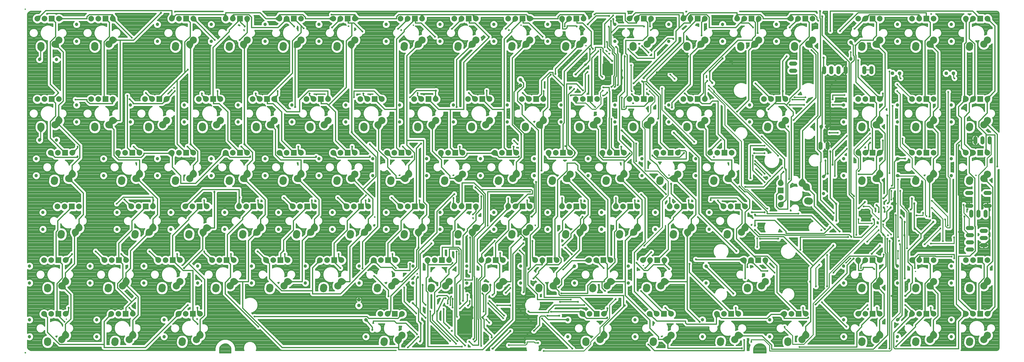
<source format=gbr>
G75*
%MOIN*%
%OFA0B0*%
%FSLAX25Y25*%
%IPPOS*%
%LPD*%
%AMOC8*
5,1,8,0,0,1.08239X$1,22.5*
%
%ADD10C,0.05575*%
%ADD11C,0.10000*%
%ADD12C,0.07874*%
%ADD13R,0.07874X0.07874*%
%ADD14OC8,0.05000*%
%ADD15C,0.05000*%
%ADD16C,0.04724*%
%ADD17OC8,0.04775*%
%ADD18C,0.01800*%
%ADD19C,0.02880*%
%ADD20C,0.01600*%
%ADD21OC8,0.02880*%
%ADD22C,0.01000*%
%ADD23C,0.01200*%
%ADD24C,0.02362*%
%ADD25C,0.02381*%
%ADD26C,0.03200*%
%ADD27C,0.02400*%
%ADD28C,0.02581*%
D10*
X1110089Y0289465D02*
X1110089Y0295039D01*
X1120089Y0295039D02*
X1120089Y0289465D01*
X1314438Y0226275D02*
X1320012Y0226275D01*
X1340038Y0226275D02*
X1345612Y0226275D01*
X1345612Y0208475D02*
X1340038Y0208475D01*
X1340025Y0200162D02*
X1340025Y0194588D01*
X1330025Y0194588D02*
X1330025Y0200162D01*
X1320025Y0200162D02*
X1320025Y0194588D01*
X1320012Y0208475D02*
X1314438Y0208475D01*
X1315313Y0177380D02*
X1320888Y0177380D01*
X1334802Y0173310D02*
X1340376Y0173310D01*
X1340376Y0163310D02*
X1334802Y0163310D01*
X1320888Y0167380D02*
X1315313Y0167380D01*
X1315313Y0157380D02*
X1320888Y0157380D01*
X1334802Y0153310D02*
X1340376Y0153310D01*
X1320888Y0147380D02*
X1315313Y0147380D01*
X1325650Y0297088D02*
X1325650Y0302662D01*
X1335650Y0302662D02*
X1335650Y0297088D01*
X1345650Y0297088D02*
X1345650Y0302662D01*
X1180901Y0395213D02*
X1180901Y0400787D01*
X1170901Y0400787D02*
X1170901Y0395213D01*
X1145089Y0395213D02*
X1145089Y0400787D01*
X1135089Y0400787D02*
X1135089Y0395213D01*
X1125089Y0395213D02*
X1125089Y0400787D01*
X1115089Y0400787D02*
X1115089Y0395213D01*
X1074550Y0397213D02*
X1068975Y0397213D01*
X1068975Y0407213D02*
X1074550Y0407213D01*
D11*
X1073967Y0429752D03*
X1074124Y0432035D03*
X1093809Y0434004D03*
X1098967Y0439752D03*
X1167865Y0432035D03*
X1167707Y0429752D03*
X1187550Y0434004D03*
X1192707Y0439752D03*
X1242865Y0432035D03*
X1242707Y0429752D03*
X1262550Y0434004D03*
X1267707Y0439752D03*
X1317865Y0432035D03*
X1317707Y0429752D03*
X1337550Y0434004D03*
X1342707Y0439752D03*
X1342707Y0327252D03*
X1337550Y0321504D03*
X1317865Y0319535D03*
X1317707Y0317252D03*
X1267707Y0327252D03*
X1262550Y0321504D03*
X1242865Y0319535D03*
X1242707Y0317252D03*
X1192707Y0327252D03*
X1187550Y0321504D03*
X1167865Y0319535D03*
X1167707Y0317252D03*
X1061447Y0327252D03*
X1056290Y0321504D03*
X1036605Y0319535D03*
X1036447Y0317252D03*
X0948967Y0327252D03*
X0943809Y0321504D03*
X0924124Y0319535D03*
X0923967Y0317252D03*
X0873967Y0327252D03*
X0868809Y0321504D03*
X0849124Y0319535D03*
X0848967Y0317252D03*
X0798967Y0327252D03*
X0793809Y0321504D03*
X0774124Y0319535D03*
X0773967Y0317252D03*
X0723967Y0327252D03*
X0718809Y0321504D03*
X0699124Y0319535D03*
X0698967Y0317252D03*
X0648967Y0327252D03*
X0643809Y0321504D03*
X0624124Y0319535D03*
X0623967Y0317252D03*
X0573967Y0327252D03*
X0568809Y0321504D03*
X0549124Y0319535D03*
X0548967Y0317252D03*
X0498967Y0327252D03*
X0493809Y0321504D03*
X0474124Y0319535D03*
X0473967Y0317252D03*
X0423967Y0327252D03*
X0418809Y0321504D03*
X0399124Y0319535D03*
X0398967Y0317252D03*
X0348967Y0327252D03*
X0343809Y0321504D03*
X0324124Y0319535D03*
X0323967Y0317252D03*
X0273967Y0327252D03*
X0268809Y0321504D03*
X0249124Y0319535D03*
X0248967Y0317252D03*
X0198967Y0327252D03*
X0193809Y0321504D03*
X0174124Y0319535D03*
X0173967Y0317252D03*
X0123967Y0327252D03*
X0118809Y0321504D03*
X0099124Y0319535D03*
X0098967Y0317252D03*
X0048967Y0327252D03*
X0043809Y0321504D03*
X0024124Y0319535D03*
X0023967Y0317252D03*
X0067707Y0252252D03*
X0062550Y0246504D03*
X0042865Y0244535D03*
X0042707Y0242252D03*
X0136447Y0242252D03*
X0136605Y0244535D03*
X0156290Y0246504D03*
X0161447Y0252252D03*
X0211605Y0244535D03*
X0211447Y0242252D03*
X0231290Y0246504D03*
X0236447Y0252252D03*
X0286605Y0244535D03*
X0286447Y0242252D03*
X0306290Y0246504D03*
X0311447Y0252252D03*
X0361605Y0244535D03*
X0361447Y0242252D03*
X0381290Y0246504D03*
X0386447Y0252252D03*
X0436605Y0244535D03*
X0436447Y0242252D03*
X0456290Y0246504D03*
X0461447Y0252252D03*
X0511605Y0244535D03*
X0511447Y0242252D03*
X0531290Y0246504D03*
X0536447Y0252252D03*
X0586447Y0242252D03*
X0586605Y0244535D03*
X0606290Y0246504D03*
X0611447Y0252252D03*
X0661605Y0244535D03*
X0661447Y0242252D03*
X0681290Y0246504D03*
X0686447Y0252252D03*
X0736447Y0242252D03*
X0736605Y0244535D03*
X0756290Y0246504D03*
X0761447Y0252252D03*
X0811605Y0244535D03*
X0811447Y0242252D03*
X0831290Y0246504D03*
X0836447Y0252252D03*
X0886447Y0242252D03*
X0886605Y0244535D03*
X0906290Y0246504D03*
X0911447Y0252252D03*
X0961605Y0244535D03*
X0961447Y0242252D03*
X0981290Y0246504D03*
X0986447Y0252252D03*
X1084557Y0239752D03*
X1090306Y0234594D03*
X1092274Y0214909D03*
X1094557Y0214752D03*
X1167707Y0242252D03*
X1167865Y0244535D03*
X1187550Y0246504D03*
X1192707Y0252252D03*
X1242865Y0244535D03*
X1242707Y0242252D03*
X1262550Y0246504D03*
X1267707Y0252252D03*
X1317865Y0244535D03*
X1317707Y0242252D03*
X1337550Y0246504D03*
X1342707Y0252252D03*
X1005187Y0177252D03*
X1000030Y0171504D03*
X0980345Y0169535D03*
X0980187Y0167252D03*
X0930187Y0177252D03*
X0925030Y0171504D03*
X0905345Y0169535D03*
X0905187Y0167252D03*
X0855187Y0177252D03*
X0850030Y0171504D03*
X0830345Y0169535D03*
X0830187Y0167252D03*
X0780187Y0177252D03*
X0775030Y0171504D03*
X0755345Y0169535D03*
X0755187Y0167252D03*
X0705187Y0177252D03*
X0700030Y0171504D03*
X0680345Y0169535D03*
X0680187Y0167252D03*
X0630187Y0177252D03*
X0625030Y0171504D03*
X0605345Y0169535D03*
X0605187Y0167252D03*
X0555187Y0177252D03*
X0550030Y0171504D03*
X0530345Y0169535D03*
X0530187Y0167252D03*
X0480187Y0177252D03*
X0475030Y0171504D03*
X0455345Y0169535D03*
X0455187Y0167252D03*
X0405187Y0177252D03*
X0400030Y0171504D03*
X0380345Y0169535D03*
X0380187Y0167252D03*
X0330187Y0177252D03*
X0325030Y0171504D03*
X0305345Y0169535D03*
X0305187Y0167252D03*
X0255187Y0177252D03*
X0250030Y0171504D03*
X0230345Y0169535D03*
X0230187Y0167252D03*
X0180187Y0177252D03*
X0175030Y0171504D03*
X0155345Y0169535D03*
X0155187Y0167252D03*
X0077077Y0177252D03*
X0071920Y0171504D03*
X0052235Y0169535D03*
X0052077Y0167252D03*
X0058337Y0102252D03*
X0053180Y0096504D03*
X0033494Y0094535D03*
X0033337Y0092252D03*
X0117707Y0092252D03*
X0117865Y0094535D03*
X0137550Y0096504D03*
X0142707Y0102252D03*
X0192865Y0094535D03*
X0192707Y0092252D03*
X0212550Y0096504D03*
X0217707Y0102252D03*
X0267865Y0094535D03*
X0267707Y0092252D03*
X0287550Y0096504D03*
X0292707Y0102252D03*
X0342865Y0094535D03*
X0342707Y0092252D03*
X0362550Y0096504D03*
X0367707Y0102252D03*
X0417865Y0094535D03*
X0417707Y0092252D03*
X0437550Y0096504D03*
X0442707Y0102252D03*
X0492865Y0094535D03*
X0492707Y0092252D03*
X0512550Y0096504D03*
X0517707Y0102252D03*
X0567865Y0094535D03*
X0567707Y0092252D03*
X0587550Y0096504D03*
X0592707Y0102252D03*
X0642865Y0094535D03*
X0642707Y0092252D03*
X0662550Y0096504D03*
X0667707Y0102252D03*
X0717865Y0094535D03*
X0717707Y0092252D03*
X0737550Y0096504D03*
X0742707Y0102252D03*
X0792865Y0094535D03*
X0792707Y0092252D03*
X0812550Y0096504D03*
X0817707Y0102252D03*
X0867865Y0094535D03*
X0867707Y0092252D03*
X0887550Y0096504D03*
X0892707Y0102252D03*
X1008494Y0094535D03*
X1008337Y0092252D03*
X1028180Y0096504D03*
X1033337Y0102252D03*
X1167707Y0092252D03*
X1167865Y0094535D03*
X1187550Y0096504D03*
X1192707Y0102252D03*
X1242865Y0094535D03*
X1242707Y0092252D03*
X1262550Y0096504D03*
X1267707Y0102252D03*
X1317865Y0094535D03*
X1317707Y0092252D03*
X1337550Y0096504D03*
X1342707Y0102252D03*
X1342707Y0027252D03*
X1337550Y0021504D03*
X1317865Y0019535D03*
X1317707Y0017252D03*
X1267707Y0027252D03*
X1262550Y0021504D03*
X1242865Y0019535D03*
X1242707Y0017252D03*
X1192707Y0027252D03*
X1187550Y0021504D03*
X1167865Y0019535D03*
X1167707Y0017252D03*
X1089557Y0027252D03*
X1084400Y0021504D03*
X1064715Y0019535D03*
X1064557Y0017252D03*
X0995817Y0027252D03*
X0990660Y0021504D03*
X0970975Y0019535D03*
X0970817Y0017252D03*
X0902077Y0027252D03*
X0896920Y0021504D03*
X0877235Y0019535D03*
X0877077Y0017252D03*
X0808337Y0027252D03*
X0803180Y0021504D03*
X0783494Y0019535D03*
X0783337Y0017252D03*
X0527077Y0027252D03*
X0521920Y0021504D03*
X0502235Y0019535D03*
X0502077Y0017252D03*
X0245817Y0027252D03*
X0240660Y0021504D03*
X0220975Y0019535D03*
X0220817Y0017252D03*
X0152077Y0027252D03*
X0146920Y0021504D03*
X0127235Y0019535D03*
X0127077Y0017252D03*
X0058337Y0027252D03*
X0053180Y0021504D03*
X0033494Y0019535D03*
X0033337Y0017252D03*
X0023967Y0429752D03*
X0024124Y0432035D03*
X0043809Y0434004D03*
X0048967Y0439752D03*
X0099124Y0432035D03*
X0098967Y0429752D03*
X0118809Y0434004D03*
X0123967Y0439752D03*
X0211605Y0432035D03*
X0211447Y0429752D03*
X0231290Y0434004D03*
X0236447Y0439752D03*
X0286605Y0432035D03*
X0286447Y0429752D03*
X0306290Y0434004D03*
X0311447Y0439752D03*
X0361605Y0432035D03*
X0361447Y0429752D03*
X0381290Y0434004D03*
X0386447Y0439752D03*
X0436605Y0432035D03*
X0436447Y0429752D03*
X0456290Y0434004D03*
X0461447Y0439752D03*
X0530345Y0432035D03*
X0530187Y0429752D03*
X0550030Y0434004D03*
X0555187Y0439752D03*
X0605345Y0432035D03*
X0605187Y0429752D03*
X0625030Y0434004D03*
X0630187Y0439752D03*
X0680345Y0432035D03*
X0680187Y0429752D03*
X0700030Y0434004D03*
X0705187Y0439752D03*
X0755345Y0432035D03*
X0755187Y0429752D03*
X0775030Y0434004D03*
X0780187Y0439752D03*
X0849124Y0432035D03*
X0848967Y0429752D03*
X0868809Y0434004D03*
X0873967Y0439752D03*
X0924124Y0432035D03*
X0923967Y0429752D03*
X0943809Y0434004D03*
X0948967Y0439752D03*
X0999124Y0432035D03*
X0998967Y0429752D03*
X1018809Y0434004D03*
X1023967Y0439752D03*
D12*
X1023967Y0469752D03*
X1003967Y0469752D03*
X0993967Y0469752D03*
X0948967Y0469752D03*
X0928967Y0469752D03*
X0918967Y0469752D03*
X0873967Y0469752D03*
X0853967Y0469752D03*
X0843967Y0469752D03*
X0780187Y0469752D03*
X0760187Y0469752D03*
X0750187Y0469752D03*
X0705187Y0469752D03*
X0685187Y0469752D03*
X0675187Y0469752D03*
X0630187Y0469752D03*
X0610187Y0469752D03*
X0600187Y0469752D03*
X0555187Y0469752D03*
X0535187Y0469752D03*
X0525187Y0469752D03*
X0461447Y0469752D03*
X0441447Y0469752D03*
X0431447Y0469752D03*
X0386447Y0469752D03*
X0366447Y0469752D03*
X0356447Y0469752D03*
X0311447Y0469752D03*
X0291447Y0469752D03*
X0281447Y0469752D03*
X0236447Y0469752D03*
X0216447Y0469752D03*
X0206447Y0469752D03*
X0123967Y0469752D03*
X0103967Y0469752D03*
X0093967Y0469752D03*
X0048967Y0469752D03*
X0028967Y0469752D03*
X0018967Y0469752D03*
X0018967Y0357252D03*
X0028967Y0357252D03*
X0048967Y0357252D03*
X0093967Y0357252D03*
X0103967Y0357252D03*
X0123967Y0357252D03*
X0168967Y0357252D03*
X0178967Y0357252D03*
X0198967Y0357252D03*
X0243967Y0357252D03*
X0253967Y0357252D03*
X0273967Y0357252D03*
X0318967Y0357252D03*
X0328967Y0357252D03*
X0348967Y0357252D03*
X0393967Y0357252D03*
X0403967Y0357252D03*
X0423967Y0357252D03*
X0468967Y0357252D03*
X0478967Y0357252D03*
X0498967Y0357252D03*
X0543967Y0357252D03*
X0553967Y0357252D03*
X0573967Y0357252D03*
X0618967Y0357252D03*
X0628967Y0357252D03*
X0648967Y0357252D03*
X0693967Y0357252D03*
X0703967Y0357252D03*
X0723967Y0357252D03*
X0768967Y0357252D03*
X0778967Y0357252D03*
X0798967Y0357252D03*
X0843967Y0357252D03*
X0853967Y0357252D03*
X0873967Y0357252D03*
X0918967Y0357252D03*
X0928967Y0357252D03*
X0948967Y0357252D03*
X1031447Y0357252D03*
X1041447Y0357252D03*
X1061447Y0357252D03*
X1162707Y0357252D03*
X1172707Y0357252D03*
X1192707Y0357252D03*
X1237707Y0357252D03*
X1247707Y0357252D03*
X1267707Y0357252D03*
X1312707Y0357252D03*
X1322707Y0357252D03*
X1342707Y0357252D03*
X1342707Y0282252D03*
X1322707Y0282252D03*
X1312707Y0282252D03*
X1267707Y0282252D03*
X1247707Y0282252D03*
X1237707Y0282252D03*
X1192707Y0282252D03*
X1172707Y0282252D03*
X1162707Y0282252D03*
X1054557Y0239752D03*
X1054557Y0219752D03*
X1054557Y0209752D03*
X1005187Y0207252D03*
X0985187Y0207252D03*
X0975187Y0207252D03*
X0930187Y0207252D03*
X0910187Y0207252D03*
X0900187Y0207252D03*
X0855187Y0207252D03*
X0835187Y0207252D03*
X0825187Y0207252D03*
X0780187Y0207252D03*
X0760187Y0207252D03*
X0750187Y0207252D03*
X0705187Y0207252D03*
X0685187Y0207252D03*
X0675187Y0207252D03*
X0630187Y0207252D03*
X0610187Y0207252D03*
X0600187Y0207252D03*
X0555187Y0207252D03*
X0535187Y0207252D03*
X0525187Y0207252D03*
X0480187Y0207252D03*
X0460187Y0207252D03*
X0450187Y0207252D03*
X0405187Y0207252D03*
X0385187Y0207252D03*
X0375187Y0207252D03*
X0330187Y0207252D03*
X0310187Y0207252D03*
X0300187Y0207252D03*
X0255187Y0207252D03*
X0235187Y0207252D03*
X0225187Y0207252D03*
X0180187Y0207252D03*
X0160187Y0207252D03*
X0150187Y0207252D03*
X0077077Y0207252D03*
X0057077Y0207252D03*
X0047077Y0207252D03*
X0038337Y0132252D03*
X0028337Y0132252D03*
X0058337Y0132252D03*
X0112707Y0132252D03*
X0122707Y0132252D03*
X0142707Y0132252D03*
X0187707Y0132252D03*
X0197707Y0132252D03*
X0217707Y0132252D03*
X0262707Y0132252D03*
X0272707Y0132252D03*
X0292707Y0132252D03*
X0337707Y0132252D03*
X0347707Y0132252D03*
X0367707Y0132252D03*
X0412707Y0132252D03*
X0422707Y0132252D03*
X0442707Y0132252D03*
X0487707Y0132252D03*
X0497707Y0132252D03*
X0517707Y0132252D03*
X0562707Y0132252D03*
X0572707Y0132252D03*
X0592707Y0132252D03*
X0637707Y0132252D03*
X0647707Y0132252D03*
X0667707Y0132252D03*
X0712707Y0132252D03*
X0722707Y0132252D03*
X0742707Y0132252D03*
X0787707Y0132252D03*
X0797707Y0132252D03*
X0817707Y0132252D03*
X0862707Y0132252D03*
X0872707Y0132252D03*
X0892707Y0132252D03*
X1003337Y0132252D03*
X1013337Y0132252D03*
X1033337Y0132252D03*
X1162707Y0132252D03*
X1172707Y0132252D03*
X1192707Y0132252D03*
X1237707Y0132252D03*
X1247707Y0132252D03*
X1267707Y0132252D03*
X1312707Y0132252D03*
X1322707Y0132252D03*
X1342707Y0132252D03*
X1342707Y0057252D03*
X1322707Y0057252D03*
X1312707Y0057252D03*
X1267707Y0057252D03*
X1247707Y0057252D03*
X1237707Y0057252D03*
X1192707Y0057252D03*
X1172707Y0057252D03*
X1162707Y0057252D03*
X1089557Y0057252D03*
X1069557Y0057252D03*
X1059557Y0057252D03*
X0995817Y0057252D03*
X0975817Y0057252D03*
X0965817Y0057252D03*
X0902077Y0057252D03*
X0882077Y0057252D03*
X0872077Y0057252D03*
X0808337Y0057252D03*
X0788337Y0057252D03*
X0778337Y0057252D03*
X0527077Y0057252D03*
X0507077Y0057252D03*
X0497077Y0057252D03*
X0245817Y0057252D03*
X0225817Y0057252D03*
X0215817Y0057252D03*
X0152077Y0057252D03*
X0132077Y0057252D03*
X0122077Y0057252D03*
X0058337Y0057252D03*
X0038337Y0057252D03*
X0028337Y0057252D03*
X0037707Y0282252D03*
X0047707Y0282252D03*
X0067707Y0282252D03*
X0131447Y0282252D03*
X0141447Y0282252D03*
X0161447Y0282252D03*
X0206447Y0282252D03*
X0216447Y0282252D03*
X0236447Y0282252D03*
X0281447Y0282252D03*
X0291447Y0282252D03*
X0311447Y0282252D03*
X0356447Y0282252D03*
X0366447Y0282252D03*
X0386447Y0282252D03*
X0431447Y0282252D03*
X0441447Y0282252D03*
X0461447Y0282252D03*
X0506447Y0282252D03*
X0516447Y0282252D03*
X0536447Y0282252D03*
X0581447Y0282252D03*
X0591447Y0282252D03*
X0611447Y0282252D03*
X0656447Y0282252D03*
X0666447Y0282252D03*
X0686447Y0282252D03*
X0731447Y0282252D03*
X0741447Y0282252D03*
X0761447Y0282252D03*
X0806447Y0282252D03*
X0816447Y0282252D03*
X0836447Y0282252D03*
X0881447Y0282252D03*
X0891447Y0282252D03*
X0911447Y0282252D03*
X0956447Y0282252D03*
X0966447Y0282252D03*
X0986447Y0282252D03*
X1068967Y0469752D03*
X1078967Y0469752D03*
X1098967Y0469752D03*
X1162707Y0469752D03*
X1172707Y0469752D03*
X1192707Y0469752D03*
X1237707Y0469752D03*
X1247707Y0469752D03*
X1267707Y0469752D03*
X1312707Y0469752D03*
X1322707Y0469752D03*
X1342707Y0469752D03*
D13*
X1332707Y0469752D03*
X1257707Y0469752D03*
X1182707Y0469752D03*
X1088967Y0469752D03*
X1013967Y0469752D03*
X0938967Y0469752D03*
X0863967Y0469752D03*
X0770187Y0469752D03*
X0695187Y0469752D03*
X0620187Y0469752D03*
X0545187Y0469752D03*
X0451447Y0469752D03*
X0376447Y0469752D03*
X0301447Y0469752D03*
X0226447Y0469752D03*
X0113967Y0469752D03*
X0038967Y0469752D03*
X0038967Y0357252D03*
X0113967Y0357252D03*
X0188967Y0357252D03*
X0263967Y0357252D03*
X0338967Y0357252D03*
X0413967Y0357252D03*
X0488967Y0357252D03*
X0563967Y0357252D03*
X0638967Y0357252D03*
X0713967Y0357252D03*
X0788967Y0357252D03*
X0863967Y0357252D03*
X0938967Y0357252D03*
X1051447Y0357252D03*
X1182707Y0357252D03*
X1257707Y0357252D03*
X1332707Y0357252D03*
X1332707Y0282252D03*
X1257707Y0282252D03*
X1182707Y0282252D03*
X1054557Y0229752D03*
X0995187Y0207252D03*
X0920187Y0207252D03*
X0845187Y0207252D03*
X0770187Y0207252D03*
X0695187Y0207252D03*
X0620187Y0207252D03*
X0545187Y0207252D03*
X0470187Y0207252D03*
X0395187Y0207252D03*
X0320187Y0207252D03*
X0245187Y0207252D03*
X0170187Y0207252D03*
X0067077Y0207252D03*
X0048337Y0132252D03*
X0132707Y0132252D03*
X0207707Y0132252D03*
X0282707Y0132252D03*
X0357707Y0132252D03*
X0432707Y0132252D03*
X0507707Y0132252D03*
X0582707Y0132252D03*
X0657707Y0132252D03*
X0732707Y0132252D03*
X0807707Y0132252D03*
X0882707Y0132252D03*
X1023337Y0132252D03*
X1182707Y0132252D03*
X1257707Y0132252D03*
X1332707Y0132252D03*
X1332707Y0057252D03*
X1257707Y0057252D03*
X1182707Y0057252D03*
X1079557Y0057252D03*
X0985817Y0057252D03*
X0892077Y0057252D03*
X0798337Y0057252D03*
X0517077Y0057252D03*
X0235817Y0057252D03*
X0142077Y0057252D03*
X0048337Y0057252D03*
X0057707Y0282252D03*
X0151447Y0282252D03*
X0226447Y0282252D03*
X0301447Y0282252D03*
X0376447Y0282252D03*
X0451447Y0282252D03*
X0526447Y0282252D03*
X0601447Y0282252D03*
X0676447Y0282252D03*
X0751447Y0282252D03*
X0826447Y0282252D03*
X0901447Y0282252D03*
X0976447Y0282252D03*
D14*
X1119089Y0318689D03*
X0691900Y0376500D03*
X0466900Y0077000D03*
D15*
X0466900Y0069000D03*
X1111089Y0318689D03*
X0691900Y0384500D03*
D16*
X0673731Y0349063D03*
X0673731Y0325441D03*
X0748731Y0325441D03*
X0748731Y0349063D03*
X0823731Y0349063D03*
X0823731Y0325441D03*
X0898731Y0325441D03*
X0898731Y0349063D03*
X1011211Y0349063D03*
X1011211Y0325441D03*
X1142471Y0325441D03*
X1142471Y0349063D03*
X1217471Y0349063D03*
X1217471Y0325441D03*
X1292471Y0325441D03*
X1292471Y0349063D03*
X1152471Y0412941D03*
X1152471Y0436563D03*
X1217471Y0437941D03*
X1217471Y0461563D03*
X1292471Y0461563D03*
X1292471Y0437941D03*
X1048731Y0437941D03*
X1048731Y0461563D03*
X0973731Y0461563D03*
X0973731Y0437941D03*
X0898731Y0437941D03*
X0898731Y0461563D03*
X0823731Y0461563D03*
X0823731Y0437941D03*
X0729951Y0437941D03*
X0729951Y0461563D03*
X0654951Y0461563D03*
X0654951Y0437941D03*
X0579951Y0437941D03*
X0579951Y0461563D03*
X0504951Y0461563D03*
X0504951Y0437941D03*
X0411211Y0437941D03*
X0411211Y0461563D03*
X0336211Y0461563D03*
X0336211Y0437941D03*
X0261211Y0437941D03*
X0261211Y0461563D03*
X0186211Y0461563D03*
X0186211Y0437941D03*
X0073731Y0437941D03*
X0073731Y0461563D03*
X0045778Y0412675D03*
X0022156Y0412675D03*
X0073731Y0349063D03*
X0073731Y0325441D03*
X0148731Y0325441D03*
X0148731Y0349063D03*
X0223731Y0349063D03*
X0223731Y0325441D03*
X0298731Y0325441D03*
X0298731Y0349063D03*
X0373731Y0349063D03*
X0373731Y0325441D03*
X0448731Y0325441D03*
X0448731Y0349063D03*
X0523731Y0349063D03*
X0523731Y0325441D03*
X0598731Y0325441D03*
X0598731Y0349063D03*
X0636211Y0274063D03*
X0636211Y0250441D03*
X0561211Y0250441D03*
X0561211Y0274063D03*
X0486211Y0274063D03*
X0486211Y0250441D03*
X0411211Y0250441D03*
X0411211Y0274063D03*
X0336211Y0274063D03*
X0336211Y0250441D03*
X0261211Y0250441D03*
X0261211Y0274063D03*
X0186211Y0274063D03*
X0186211Y0250441D03*
X0111211Y0250441D03*
X0111211Y0274063D03*
X0045778Y0300175D03*
X0022156Y0300175D03*
X0017471Y0274063D03*
X0017471Y0250441D03*
X0026841Y0199063D03*
X0026841Y0175441D03*
X0129951Y0175441D03*
X0129951Y0199063D03*
X0204951Y0199063D03*
X0204951Y0175441D03*
X0279951Y0175441D03*
X0279951Y0199063D03*
X0354951Y0199063D03*
X0354951Y0175441D03*
X0429951Y0175441D03*
X0429951Y0199063D03*
X0504951Y0199063D03*
X0504951Y0175441D03*
X0579951Y0175441D03*
X0579951Y0199063D03*
X0654951Y0199063D03*
X0654951Y0175441D03*
X0729951Y0175441D03*
X0729951Y0199063D03*
X0804951Y0199063D03*
X0804951Y0175441D03*
X0879951Y0175441D03*
X0879951Y0199063D03*
X0954951Y0199063D03*
X0954951Y0175441D03*
X0950601Y0124063D03*
X0950601Y0100441D03*
X0842471Y0100441D03*
X0842471Y0124063D03*
X0767471Y0124063D03*
X0767471Y0100441D03*
X0692471Y0100441D03*
X0692471Y0124063D03*
X0617471Y0124063D03*
X0617471Y0100441D03*
X0542471Y0100441D03*
X0542471Y0124063D03*
X0467471Y0124063D03*
X0467471Y0100441D03*
X0392471Y0100441D03*
X0392471Y0124063D03*
X0317471Y0124063D03*
X0317471Y0100441D03*
X0242471Y0100441D03*
X0242471Y0124063D03*
X0167471Y0124063D03*
X0167471Y0100441D03*
X0092471Y0100441D03*
X0092471Y0124063D03*
X0008101Y0124063D03*
X0008101Y0100441D03*
X0008101Y0049063D03*
X0008101Y0025441D03*
X0101841Y0025441D03*
X0101841Y0049063D03*
X0195581Y0049063D03*
X0195581Y0025441D03*
X0476841Y0025441D03*
X0476841Y0049063D03*
X0758101Y0049063D03*
X0758101Y0025441D03*
X0851841Y0025441D03*
X0851841Y0049063D03*
X0945581Y0049063D03*
X0945581Y0025441D03*
X1039321Y0025441D03*
X1039321Y0049063D03*
X1142471Y0049063D03*
X1142471Y0025441D03*
X1217471Y0025441D03*
X1217471Y0049063D03*
X1292471Y0049063D03*
X1292471Y0025441D03*
X1292471Y0100441D03*
X1292471Y0124063D03*
X1217471Y0124063D03*
X1217471Y0100441D03*
X1142471Y0100441D03*
X1142471Y0124063D03*
X1114321Y0225441D03*
X1114321Y0249063D03*
X1142471Y0250441D03*
X1142471Y0274063D03*
X1217471Y0274063D03*
X1217471Y0250441D03*
X1292471Y0250441D03*
X1292471Y0274063D03*
X0936211Y0274063D03*
X0936211Y0250441D03*
X0861211Y0250441D03*
X0861211Y0274063D03*
X0786211Y0274063D03*
X0786211Y0250441D03*
X0711211Y0250441D03*
X0711211Y0274063D03*
D17*
X1210207Y0393502D03*
X1220207Y0393502D03*
X1285257Y0393502D03*
X1295257Y0393502D03*
D18*
X0002229Y0003000D02*
X0001900Y0003000D01*
X0002229Y0003000D01*
X0002038Y0003138D01*
X0002038Y0003138D01*
X0001900Y0003329D01*
X0001900Y0003000D01*
X0006812Y0007912D02*
X0005800Y0009305D01*
X0005268Y0010942D01*
X0005200Y0011803D01*
X0005200Y0020514D01*
X0006974Y0019779D01*
X0009227Y0019779D01*
X0011308Y0020641D01*
X0012901Y0022234D01*
X0013763Y0024315D01*
X0013763Y0026567D01*
X0012901Y0028648D01*
X0011308Y0030241D01*
X0009227Y0031103D01*
X0006974Y0031103D01*
X0005200Y0030368D01*
X0005200Y0044136D01*
X0006974Y0043401D01*
X0009227Y0043401D01*
X0011308Y0044263D01*
X0012901Y0045856D01*
X0013763Y0047937D01*
X0013763Y0050189D01*
X0012901Y0052270D01*
X0011308Y0053863D01*
X0009227Y0054725D01*
X0006974Y0054725D01*
X0005200Y0053990D01*
X0005200Y0095514D01*
X0006974Y0094779D01*
X0009227Y0094779D01*
X0011308Y0095641D01*
X0012901Y0097234D01*
X0013763Y0099315D01*
X0013763Y0101567D01*
X0012901Y0103648D01*
X0011308Y0105241D01*
X0009227Y0106103D01*
X0006974Y0106103D01*
X0005200Y0105368D01*
X0005200Y0119136D01*
X0006974Y0118401D01*
X0009227Y0118401D01*
X0011308Y0119263D01*
X0012901Y0120856D01*
X0013763Y0122937D01*
X0013763Y0125189D01*
X0012901Y0127270D01*
X0011308Y0128863D01*
X0009227Y0129725D01*
X0006974Y0129725D01*
X0005200Y0128990D01*
X0005200Y0474512D01*
X0005268Y0475372D01*
X0005800Y0477010D01*
X0006812Y0478403D01*
X0008205Y0479415D01*
X0009842Y0479947D01*
X0010703Y0480015D01*
X0023742Y0480015D01*
X0020934Y0477207D01*
X0019009Y0477025D01*
X0018626Y0476989D01*
X0017527Y0476989D01*
X0014867Y0475887D01*
X0012832Y0473851D01*
X0011730Y0471191D01*
X0011730Y0468312D01*
X0012832Y0465653D01*
X0014867Y0463617D01*
X0017527Y0462515D01*
X0020406Y0462515D01*
X0023066Y0463617D01*
X0023967Y0464517D01*
X0024867Y0463617D01*
X0027527Y0462515D01*
X0030406Y0462515D01*
X0032709Y0463469D01*
X0033161Y0463017D01*
X0034373Y0462515D01*
X0040300Y0462515D01*
X0040300Y0458998D01*
X0038280Y0460164D01*
X0035438Y0460926D01*
X0032496Y0460926D01*
X0029654Y0460164D01*
X0027106Y0458693D01*
X0025025Y0456613D01*
X0023554Y0454065D01*
X0022793Y0451223D01*
X0022793Y0448281D01*
X0023554Y0445439D01*
X0025025Y0442891D01*
X0027106Y0440811D01*
X0029654Y0439339D01*
X0032496Y0438578D01*
X0032960Y0438578D01*
X0032800Y0438191D01*
X0032800Y0377184D01*
X0033424Y0375678D01*
X0042664Y0366437D01*
X0040716Y0364489D01*
X0034373Y0364489D01*
X0033161Y0363987D01*
X0032709Y0363535D01*
X0030406Y0364489D01*
X0027527Y0364489D01*
X0024867Y0363387D01*
X0023967Y0362487D01*
X0023066Y0363387D01*
X0020406Y0364489D01*
X0017527Y0364489D01*
X0014867Y0363387D01*
X0012832Y0361351D01*
X0011730Y0358691D01*
X0011730Y0355812D01*
X0012832Y0353153D01*
X0014867Y0351117D01*
X0017527Y0350015D01*
X0020406Y0350015D01*
X0023066Y0351117D01*
X0023967Y0352017D01*
X0024867Y0351117D01*
X0027527Y0350015D01*
X0030406Y0350015D01*
X0032709Y0350969D01*
X0033161Y0350517D01*
X0034373Y0350015D01*
X0040300Y0350015D01*
X0040300Y0346498D01*
X0038280Y0347664D01*
X0035438Y0348426D01*
X0032496Y0348426D01*
X0029654Y0347664D01*
X0027106Y0346193D01*
X0025025Y0344113D01*
X0023554Y0341565D01*
X0022793Y0338723D01*
X0022793Y0335781D01*
X0023554Y0332939D01*
X0025025Y0330391D01*
X0027106Y0328311D01*
X0029654Y0326839D01*
X0032496Y0326078D01*
X0032800Y0326078D01*
X0032800Y0302184D01*
X0033424Y0300678D01*
X0034578Y0299524D01*
X0045097Y0289004D01*
X0043608Y0288387D01*
X0042707Y0287487D01*
X0041807Y0288387D01*
X0039147Y0289489D01*
X0036268Y0289489D01*
X0033608Y0288387D01*
X0031572Y0286351D01*
X0030470Y0283691D01*
X0030470Y0280812D01*
X0031572Y0278153D01*
X0033608Y0276117D01*
X0035428Y0275363D01*
X0035589Y0275264D01*
X0035717Y0275243D01*
X0036268Y0275015D01*
X0037125Y0275015D01*
X0039453Y0274638D01*
X0039467Y0274634D01*
X0040299Y0273803D01*
X0040299Y0273803D01*
X0041453Y0272649D01*
X0042959Y0272025D01*
X0047286Y0272025D01*
X0045846Y0271193D01*
X0043766Y0269113D01*
X0042295Y0266565D01*
X0041533Y0263723D01*
X0041533Y0260781D01*
X0042295Y0257939D01*
X0043766Y0255391D01*
X0045846Y0253311D01*
X0048394Y0251839D01*
X0051236Y0251078D01*
X0054178Y0251078D01*
X0055828Y0251520D01*
X0055513Y0251205D01*
X0054250Y0248155D01*
X0054250Y0244853D01*
X0055513Y0241802D01*
X0057848Y0239468D01*
X0060899Y0238204D01*
X0062432Y0238204D01*
X0063290Y0238180D01*
X0065355Y0238121D01*
X0079050Y0224427D01*
X0079050Y0214268D01*
X0078517Y0214489D01*
X0075638Y0214489D01*
X0073335Y0213535D01*
X0072883Y0213987D01*
X0071671Y0214489D01*
X0062484Y0214489D01*
X0061271Y0213987D01*
X0060819Y0213535D01*
X0058517Y0214489D01*
X0055638Y0214489D01*
X0052978Y0213387D01*
X0052077Y0212487D01*
X0051177Y0213387D01*
X0048517Y0214489D01*
X0045638Y0214489D01*
X0042978Y0213387D01*
X0040942Y0211351D01*
X0039840Y0208691D01*
X0039840Y0205812D01*
X0040942Y0203153D01*
X0042978Y0201117D01*
X0045638Y0200015D01*
X0048517Y0200015D01*
X0051177Y0201117D01*
X0052077Y0202017D01*
X0052978Y0201117D01*
X0054739Y0200387D01*
X0046401Y0192049D01*
X0045731Y0192720D01*
X0043360Y0193702D01*
X0040794Y0193702D01*
X0038424Y0192720D01*
X0036609Y0190905D01*
X0035628Y0188535D01*
X0035628Y0185969D01*
X0036609Y0183599D01*
X0038424Y0181784D01*
X0040794Y0180802D01*
X0043360Y0180802D01*
X0043425Y0180829D01*
X0043425Y0175948D01*
X0042703Y0175226D01*
X0041549Y0174072D01*
X0040925Y0172566D01*
X0040925Y0139013D01*
X0039777Y0139489D01*
X0036897Y0139489D01*
X0034238Y0138387D01*
X0033337Y0137487D01*
X0032436Y0138387D01*
X0029777Y0139489D01*
X0026897Y0139489D01*
X0024238Y0138387D01*
X0022202Y0136351D01*
X0021100Y0133691D01*
X0021100Y0130812D01*
X0022202Y0128153D01*
X0024238Y0126117D01*
X0026897Y0125015D01*
X0029777Y0125015D01*
X0032436Y0126117D01*
X0033337Y0127017D01*
X0034238Y0126117D01*
X0036897Y0125015D01*
X0039777Y0125015D01*
X0042079Y0125969D01*
X0042531Y0125517D01*
X0043744Y0125015D01*
X0049675Y0125015D01*
X0049675Y0121495D01*
X0047650Y0122664D01*
X0044808Y0123426D01*
X0041866Y0123426D01*
X0039024Y0122664D01*
X0036476Y0121193D01*
X0034396Y0119113D01*
X0032924Y0116565D01*
X0032163Y0113723D01*
X0032163Y0110781D01*
X0032924Y0107939D01*
X0034396Y0105391D01*
X0036476Y0103311D01*
X0039024Y0101839D01*
X0041866Y0101078D01*
X0042335Y0101078D01*
X0042175Y0100691D01*
X0042175Y0063631D01*
X0042079Y0063535D01*
X0039777Y0064489D01*
X0036897Y0064489D01*
X0034238Y0063387D01*
X0033337Y0062487D01*
X0032436Y0063387D01*
X0029777Y0064489D01*
X0026897Y0064489D01*
X0024238Y0063387D01*
X0022202Y0061351D01*
X0021100Y0058691D01*
X0021100Y0055812D01*
X0022202Y0053153D01*
X0024238Y0051117D01*
X0026050Y0050366D01*
X0026212Y0050266D01*
X0026344Y0050244D01*
X0026897Y0050015D01*
X0027752Y0050015D01*
X0029050Y0049804D01*
X0029050Y0040313D01*
X0028805Y0040905D01*
X0026990Y0042720D01*
X0024620Y0043702D01*
X0022054Y0043702D01*
X0019684Y0042720D01*
X0017869Y0040905D01*
X0016887Y0038535D01*
X0016887Y0035969D01*
X0017869Y0033599D01*
X0019684Y0031784D01*
X0022054Y0030802D01*
X0024620Y0030802D01*
X0026990Y0031784D01*
X0028805Y0033599D01*
X0029050Y0034191D01*
X0029050Y0030934D01*
X0029674Y0029428D01*
X0031435Y0027666D01*
X0028793Y0026572D01*
X0026458Y0024237D01*
X0025194Y0021186D01*
X0025194Y0019283D01*
X0025037Y0018903D01*
X0025037Y0015601D01*
X0026301Y0012550D01*
X0028635Y0010216D01*
X0031686Y0008952D01*
X0034988Y0008952D01*
X0038039Y0010216D01*
X0040373Y0012550D01*
X0041637Y0015601D01*
X0041637Y0017465D01*
X0046549Y0012553D01*
X0047703Y0011399D01*
X0049209Y0010775D01*
X0107800Y0010775D01*
X0107800Y0009684D01*
X0108424Y0008178D01*
X0109578Y0007024D01*
X0111084Y0006400D01*
X0170216Y0006400D01*
X0171722Y0007024D01*
X0172876Y0008178D01*
X0189919Y0025221D01*
X0189919Y0024315D01*
X0190781Y0022234D01*
X0192374Y0020641D01*
X0194455Y0019779D01*
X0196707Y0019779D01*
X0198788Y0020641D01*
X0200381Y0022234D01*
X0201243Y0024315D01*
X0201243Y0026567D01*
X0200381Y0028648D01*
X0198788Y0030241D01*
X0196707Y0031103D01*
X0195801Y0031103D01*
X0205170Y0040472D01*
X0204368Y0038535D01*
X0204368Y0035969D01*
X0205350Y0033599D01*
X0207164Y0031784D01*
X0209534Y0030802D01*
X0212100Y0030802D01*
X0214471Y0031784D01*
X0216285Y0033599D01*
X0217267Y0035969D01*
X0217267Y0038535D01*
X0216285Y0040905D01*
X0214471Y0042720D01*
X0212100Y0043702D01*
X0209534Y0043702D01*
X0207598Y0042899D01*
X0214172Y0049474D01*
X0214450Y0049561D01*
X0216373Y0049971D01*
X0216580Y0050015D01*
X0217257Y0050015D01*
X0217974Y0050312D01*
X0218279Y0050377D01*
X0218503Y0050531D01*
X0219917Y0051117D01*
X0220817Y0052017D01*
X0221718Y0051117D01*
X0224378Y0050015D01*
X0227257Y0050015D01*
X0229560Y0050969D01*
X0230011Y0050517D01*
X0231224Y0050015D01*
X0231550Y0050015D01*
X0231550Y0049059D01*
X0231812Y0048426D01*
X0229346Y0048426D01*
X0226504Y0047664D01*
X0223956Y0046193D01*
X0221876Y0044113D01*
X0220405Y0041565D01*
X0219643Y0038723D01*
X0219643Y0035781D01*
X0220405Y0032939D01*
X0221876Y0030391D01*
X0223956Y0028311D01*
X0226504Y0026839D01*
X0229346Y0026078D01*
X0232288Y0026078D01*
X0233938Y0026520D01*
X0233623Y0026205D01*
X0232360Y0023155D01*
X0232360Y0019853D01*
X0233623Y0016802D01*
X0235958Y0014468D01*
X0239009Y0013204D01*
X0242311Y0013204D01*
X0245361Y0014468D01*
X0247696Y0016802D01*
X0248818Y0019511D01*
X0250519Y0020216D01*
X0252854Y0022550D01*
X0254117Y0025601D01*
X0254117Y0028903D01*
X0253150Y0031237D01*
X0254471Y0031784D01*
X0256285Y0033599D01*
X0257267Y0035969D01*
X0257267Y0038535D01*
X0256285Y0040905D01*
X0254471Y0042720D01*
X0252100Y0043702D01*
X0249750Y0043702D01*
X0249750Y0047552D01*
X0254222Y0052024D01*
X0255376Y0053178D01*
X0256000Y0054684D01*
X0256000Y0105978D01*
X0256424Y0105802D01*
X0258990Y0105802D01*
X0261360Y0106784D01*
X0263175Y0108599D01*
X0264157Y0110969D01*
X0264157Y0113535D01*
X0263175Y0115905D01*
X0261360Y0117720D01*
X0258990Y0118702D01*
X0256424Y0118702D01*
X0254054Y0117720D01*
X0252239Y0115905D01*
X0251257Y0113535D01*
X0251257Y0111941D01*
X0244446Y0118752D01*
X0245678Y0119263D01*
X0247271Y0120856D01*
X0248133Y0122937D01*
X0248133Y0125189D01*
X0247271Y0127270D01*
X0245678Y0128863D01*
X0243597Y0129725D01*
X0241345Y0129725D01*
X0239263Y0128863D01*
X0237671Y0127270D01*
X0237160Y0126038D01*
X0235511Y0127687D01*
X0248437Y0140614D01*
X0248482Y0140573D01*
X0248527Y0140489D01*
X0249002Y0140100D01*
X0255090Y0134012D01*
X0255093Y0133998D01*
X0255470Y0131670D01*
X0255470Y0130812D01*
X0255698Y0130262D01*
X0255719Y0130133D01*
X0255818Y0129973D01*
X0256572Y0128153D01*
X0258608Y0126117D01*
X0261268Y0125015D01*
X0264147Y0125015D01*
X0266807Y0126117D01*
X0267707Y0127017D01*
X0268608Y0126117D01*
X0271268Y0125015D01*
X0274147Y0125015D01*
X0276449Y0125969D01*
X0276901Y0125517D01*
X0278114Y0125015D01*
X0284050Y0125015D01*
X0284050Y0121493D01*
X0282020Y0122664D01*
X0279178Y0123426D01*
X0276236Y0123426D01*
X0273394Y0122664D01*
X0270846Y0121193D01*
X0268766Y0119113D01*
X0267295Y0116565D01*
X0266533Y0113723D01*
X0266533Y0110781D01*
X0267295Y0107939D01*
X0268766Y0105391D01*
X0270846Y0103311D01*
X0273394Y0101839D01*
X0276236Y0101078D01*
X0276550Y0101078D01*
X0276550Y0084684D01*
X0277174Y0083178D01*
X0278328Y0082024D01*
X0322151Y0038200D01*
X0322410Y0037942D01*
X0322901Y0037170D01*
X0323093Y0036706D01*
X0323376Y0036423D01*
X0323549Y0036151D01*
X0323880Y0035919D01*
X0324356Y0035443D01*
X0324852Y0035238D01*
X0324885Y0035215D01*
X0324933Y0035204D01*
X0326007Y0034759D01*
X0327793Y0034759D01*
X0329331Y0035396D01*
X0356549Y0008178D01*
X0357703Y0007024D01*
X0359209Y0006400D01*
X0518491Y0006400D01*
X0518532Y0006300D01*
X0323892Y0006300D01*
X0324531Y0007842D01*
X0324531Y0011544D01*
X0323114Y0014963D01*
X0320497Y0017580D01*
X0317077Y0018997D01*
X0313376Y0018997D01*
X0309957Y0017580D01*
X0307339Y0014963D01*
X0305923Y0011544D01*
X0305923Y0007842D01*
X0306562Y0006300D01*
X0294964Y0006300D01*
X0294964Y0010087D01*
X0293573Y0014369D01*
X0290927Y0018011D01*
X0290927Y0018011D01*
X0290927Y0018011D01*
X0287284Y0020657D01*
X0283003Y0022048D01*
X0278852Y0022048D01*
X0275180Y0021064D01*
X0271888Y0019164D01*
X0269201Y0016476D01*
X0267300Y0013184D01*
X0266317Y0009513D01*
X0266317Y0006300D01*
X0010703Y0006300D01*
X0009842Y0006368D01*
X0008205Y0006900D01*
X0006812Y0007912D01*
X0006461Y0008396D02*
X0108334Y0008396D01*
X0107800Y0010194D02*
X0037987Y0010194D01*
X0039816Y0011993D02*
X0047109Y0011993D01*
X0045311Y0013791D02*
X0040887Y0013791D01*
X0041632Y0015590D02*
X0043512Y0015590D01*
X0041714Y0017388D02*
X0041637Y0017388D01*
X0028687Y0010194D02*
X0005511Y0010194D01*
X0005200Y0011993D02*
X0026858Y0011993D01*
X0025787Y0013791D02*
X0005200Y0013791D01*
X0005200Y0015590D02*
X0025042Y0015590D01*
X0025037Y0017388D02*
X0005200Y0017388D01*
X0005200Y0019187D02*
X0025155Y0019187D01*
X0025194Y0020985D02*
X0011653Y0020985D01*
X0013129Y0022784D02*
X0025856Y0022784D01*
X0026803Y0024582D02*
X0013763Y0024582D01*
X0013763Y0026381D02*
X0028602Y0026381D01*
X0030923Y0028179D02*
X0013095Y0028179D01*
X0011572Y0029978D02*
X0029446Y0029978D01*
X0029050Y0031776D02*
X0026971Y0031776D01*
X0028781Y0033575D02*
X0029050Y0033575D01*
X0019703Y0031776D02*
X0005200Y0031776D01*
X0005200Y0033575D02*
X0017893Y0033575D01*
X0017134Y0035373D02*
X0005200Y0035373D01*
X0005200Y0037172D02*
X0016887Y0037172D01*
X0017068Y0038970D02*
X0005200Y0038970D01*
X0005200Y0040769D02*
X0017813Y0040769D01*
X0019531Y0042567D02*
X0005200Y0042567D01*
X0011411Y0044366D02*
X0029050Y0044366D01*
X0029050Y0046164D02*
X0013029Y0046164D01*
X0013763Y0047963D02*
X0029050Y0047963D01*
X0029050Y0049761D02*
X0013763Y0049761D01*
X0013195Y0051560D02*
X0023794Y0051560D01*
X0022117Y0053358D02*
X0011813Y0053358D01*
X0005200Y0055157D02*
X0021372Y0055157D01*
X0021100Y0056955D02*
X0005200Y0056955D01*
X0005200Y0058754D02*
X0021126Y0058754D01*
X0021871Y0060552D02*
X0005200Y0060552D01*
X0005200Y0062351D02*
X0023201Y0062351D01*
X0026078Y0064149D02*
X0005200Y0064149D01*
X0005200Y0065948D02*
X0042175Y0065948D01*
X0042175Y0067746D02*
X0005200Y0067746D01*
X0005200Y0069545D02*
X0042175Y0069545D01*
X0042175Y0071343D02*
X0005200Y0071343D01*
X0005200Y0073142D02*
X0042175Y0073142D01*
X0042175Y0074940D02*
X0005200Y0074940D01*
X0005200Y0076739D02*
X0042175Y0076739D01*
X0042175Y0078537D02*
X0005200Y0078537D01*
X0005200Y0080336D02*
X0042175Y0080336D01*
X0042175Y0082134D02*
X0005200Y0082134D01*
X0005200Y0083933D02*
X0042175Y0083933D01*
X0042175Y0085732D02*
X0038555Y0085732D01*
X0038039Y0085216D02*
X0040373Y0087550D01*
X0041637Y0090601D01*
X0041637Y0092504D01*
X0041794Y0092884D01*
X0041794Y0096186D01*
X0040531Y0099237D01*
X0038196Y0101572D01*
X0035145Y0102835D01*
X0031844Y0102835D01*
X0028793Y0101572D01*
X0026458Y0099237D01*
X0025194Y0096186D01*
X0025194Y0094283D01*
X0025037Y0093903D01*
X0025037Y0090601D01*
X0026301Y0087550D01*
X0028635Y0085216D01*
X0031686Y0083952D01*
X0034988Y0083952D01*
X0038039Y0085216D01*
X0040353Y0087530D02*
X0042175Y0087530D01*
X0042175Y0089329D02*
X0041110Y0089329D01*
X0041637Y0091127D02*
X0042175Y0091127D01*
X0042175Y0092926D02*
X0041794Y0092926D01*
X0041794Y0094724D02*
X0042175Y0094724D01*
X0042175Y0096523D02*
X0041655Y0096523D01*
X0042175Y0098321D02*
X0040910Y0098321D01*
X0039648Y0100120D02*
X0042175Y0100120D01*
X0038888Y0101918D02*
X0037360Y0101918D01*
X0036070Y0103717D02*
X0012833Y0103717D01*
X0013618Y0101918D02*
X0029629Y0101918D01*
X0027341Y0100120D02*
X0013763Y0100120D01*
X0013351Y0098321D02*
X0026079Y0098321D01*
X0025334Y0096523D02*
X0012190Y0096523D01*
X0005200Y0094724D02*
X0025194Y0094724D01*
X0025037Y0092926D02*
X0005200Y0092926D01*
X0005200Y0091127D02*
X0025037Y0091127D01*
X0025564Y0089329D02*
X0005200Y0089329D01*
X0005200Y0087530D02*
X0026321Y0087530D01*
X0028119Y0085732D02*
X0005200Y0085732D01*
X0050375Y0085732D02*
X0058370Y0085732D01*
X0056572Y0087530D02*
X0050375Y0087530D01*
X0050375Y0088682D02*
X0051529Y0088204D01*
X0053059Y0088204D01*
X0053630Y0088187D01*
X0053914Y0088179D01*
X0055982Y0088119D01*
X0061550Y0082552D01*
X0061550Y0070582D01*
X0059981Y0069932D01*
X0058718Y0068669D01*
X0058273Y0067595D01*
X0058247Y0067553D01*
X0058247Y0067553D01*
X0058247Y0067553D01*
X0058240Y0067514D01*
X0058034Y0067018D01*
X0058034Y0066345D01*
X0057964Y0065947D01*
X0057964Y0065947D01*
X0057964Y0065947D01*
X0058034Y0065632D01*
X0058034Y0065232D01*
X0058226Y0064768D01*
X0058283Y0064515D01*
X0057999Y0064489D01*
X0056897Y0064489D01*
X0054595Y0063535D01*
X0054143Y0063987D01*
X0052930Y0064489D01*
X0050375Y0064489D01*
X0050375Y0088682D01*
X0050375Y0083933D02*
X0060169Y0083933D01*
X0061550Y0082134D02*
X0050375Y0082134D01*
X0050375Y0080336D02*
X0061550Y0080336D01*
X0061550Y0078537D02*
X0050375Y0078537D01*
X0050375Y0076739D02*
X0061550Y0076739D01*
X0061550Y0074940D02*
X0050375Y0074940D01*
X0050375Y0073142D02*
X0061550Y0073142D01*
X0061550Y0071343D02*
X0050375Y0071343D01*
X0050375Y0069545D02*
X0059594Y0069545D01*
X0058336Y0067746D02*
X0050375Y0067746D01*
X0050375Y0065948D02*
X0057965Y0065948D01*
X0056078Y0064149D02*
X0053750Y0064149D01*
X0042175Y0064149D02*
X0040596Y0064149D01*
X0036078Y0064149D02*
X0030596Y0064149D01*
X0037250Y0050015D02*
X0039777Y0050015D01*
X0042079Y0050969D01*
X0042531Y0050517D01*
X0043744Y0050015D01*
X0047212Y0050015D01*
X0052151Y0045075D01*
X0052410Y0044817D01*
X0052901Y0044045D01*
X0053093Y0043581D01*
X0053376Y0043298D01*
X0053549Y0043026D01*
X0053880Y0042794D01*
X0054050Y0042624D01*
X0054050Y0040444D01*
X0053750Y0041565D01*
X0052278Y0044113D01*
X0050198Y0046193D01*
X0047650Y0047664D01*
X0044808Y0048426D01*
X0041866Y0048426D01*
X0039024Y0047664D01*
X0037250Y0046640D01*
X0037250Y0050015D01*
X0037250Y0049761D02*
X0047465Y0049761D01*
X0046537Y0047963D02*
X0049264Y0047963D01*
X0050227Y0046164D02*
X0051062Y0046164D01*
X0052026Y0044366D02*
X0052697Y0044366D01*
X0053549Y0043026D02*
X0053549Y0043026D01*
X0053549Y0043026D01*
X0053171Y0042567D02*
X0054050Y0042567D01*
X0054050Y0040769D02*
X0053963Y0040769D01*
X0064641Y0043693D02*
X0067972Y0047024D01*
X0069126Y0048178D01*
X0069750Y0049684D01*
X0069750Y0085066D01*
X0069126Y0086572D01*
X0061807Y0093891D01*
X0061726Y0094105D01*
X0061677Y0094652D01*
X0063039Y0095216D01*
X0065373Y0097550D01*
X0066637Y0100601D01*
X0066637Y0103903D01*
X0065670Y0106237D01*
X0066990Y0106784D01*
X0068805Y0108599D01*
X0069787Y0110969D01*
X0069787Y0113535D01*
X0068805Y0115905D01*
X0066990Y0117720D01*
X0066851Y0117778D01*
X0074126Y0125053D01*
X0074750Y0126559D01*
X0074750Y0163401D01*
X0075754Y0164078D01*
X0075869Y0164156D01*
X0076621Y0164468D01*
X0077224Y0165070D01*
X0077370Y0165169D01*
X0077463Y0165309D01*
X0078956Y0166802D01*
X0080078Y0169511D01*
X0081779Y0170216D01*
X0084114Y0172550D01*
X0085377Y0175601D01*
X0085377Y0178903D01*
X0084410Y0181237D01*
X0085731Y0181784D01*
X0087545Y0183599D01*
X0088527Y0185969D01*
X0088527Y0188535D01*
X0087545Y0190905D01*
X0085731Y0192720D01*
X0085598Y0192775D01*
X0086626Y0193803D01*
X0087250Y0195309D01*
X0087250Y0226941D01*
X0086626Y0228447D01*
X0085472Y0229601D01*
X0071181Y0243893D01*
X0071098Y0244110D01*
X0071049Y0244652D01*
X0072409Y0245216D01*
X0074743Y0247550D01*
X0076007Y0250601D01*
X0076007Y0253903D01*
X0075040Y0256237D01*
X0076360Y0256784D01*
X0078175Y0258599D01*
X0079157Y0260969D01*
X0079157Y0263535D01*
X0078175Y0265905D01*
X0076360Y0267720D01*
X0076224Y0267776D01*
X0081626Y0273178D01*
X0082250Y0274684D01*
X0082250Y0293191D01*
X0081626Y0294697D01*
X0080472Y0295851D01*
X0054902Y0321421D01*
X0054975Y0321485D01*
X0055196Y0321681D01*
X0055196Y0321681D01*
X0055196Y0321681D01*
X0055256Y0321803D01*
X0056003Y0322550D01*
X0057267Y0325601D01*
X0057267Y0328903D01*
X0056300Y0331237D01*
X0057620Y0331784D01*
X0059435Y0333599D01*
X0060417Y0335969D01*
X0060417Y0338535D01*
X0059435Y0340905D01*
X0057620Y0342720D01*
X0055250Y0343702D01*
X0052875Y0343702D01*
X0052875Y0346927D01*
X0057347Y0351399D01*
X0058501Y0352553D01*
X0059125Y0354059D01*
X0059125Y0423816D01*
X0058501Y0425322D01*
X0052434Y0431390D01*
X0052354Y0431599D01*
X0052305Y0432151D01*
X0053668Y0432716D01*
X0056003Y0435050D01*
X0057267Y0438101D01*
X0057267Y0441403D01*
X0056300Y0443737D01*
X0057620Y0444284D01*
X0059435Y0446099D01*
X0060417Y0448469D01*
X0060417Y0451035D01*
X0059435Y0453405D01*
X0057620Y0455220D01*
X0055250Y0456202D01*
X0052684Y0456202D01*
X0050314Y0455220D01*
X0048500Y0453406D01*
X0048500Y0462515D01*
X0050406Y0462515D01*
X0053066Y0463617D01*
X0053780Y0464331D01*
X0054209Y0464668D01*
X0055615Y0465775D01*
X0069935Y0465775D01*
X0068931Y0464770D01*
X0068069Y0462689D01*
X0068069Y0460437D01*
X0068931Y0458356D01*
X0070523Y0456763D01*
X0072604Y0455901D01*
X0074857Y0455901D01*
X0076938Y0456763D01*
X0078531Y0458356D01*
X0079393Y0460437D01*
X0079393Y0462689D01*
X0078531Y0464770D01*
X0077526Y0465775D01*
X0087781Y0465775D01*
X0087832Y0465653D01*
X0089867Y0463617D01*
X0092527Y0462515D01*
X0095406Y0462515D01*
X0098066Y0463617D01*
X0098967Y0464517D01*
X0099867Y0463617D01*
X0102527Y0462515D01*
X0105406Y0462515D01*
X0107709Y0463469D01*
X0108161Y0463017D01*
X0109373Y0462515D01*
X0115300Y0462515D01*
X0115300Y0458998D01*
X0113280Y0460164D01*
X0110438Y0460926D01*
X0107496Y0460926D01*
X0104654Y0460164D01*
X0102106Y0458693D01*
X0100025Y0456613D01*
X0098554Y0454065D01*
X0097793Y0451223D01*
X0097793Y0448281D01*
X0098554Y0445439D01*
X0100025Y0442891D01*
X0102106Y0440811D01*
X0104654Y0439339D01*
X0107496Y0438578D01*
X0107960Y0438578D01*
X0107800Y0438191D01*
X0107800Y0363626D01*
X0107709Y0363535D01*
X0105406Y0364489D01*
X0102527Y0364489D01*
X0099867Y0363387D01*
X0098967Y0362487D01*
X0098066Y0363387D01*
X0095406Y0364489D01*
X0092527Y0364489D01*
X0089867Y0363387D01*
X0087832Y0361351D01*
X0087624Y0360850D01*
X0074150Y0360850D01*
X0073257Y0361049D01*
X0072793Y0361241D01*
X0072393Y0361241D01*
X0072078Y0361311D01*
X0071680Y0361241D01*
X0071007Y0361241D01*
X0070510Y0361035D01*
X0070472Y0361028D01*
X0070472Y0361028D01*
X0070472Y0361028D01*
X0070430Y0361002D01*
X0069356Y0360557D01*
X0068093Y0359294D01*
X0067409Y0357643D01*
X0067409Y0355857D01*
X0068093Y0354206D01*
X0069356Y0352943D01*
X0069531Y0352871D01*
X0068931Y0352270D01*
X0068069Y0350189D01*
X0068069Y0347937D01*
X0068931Y0345856D01*
X0070523Y0344263D01*
X0072604Y0343401D01*
X0074857Y0343401D01*
X0076938Y0344263D01*
X0078531Y0345856D01*
X0079393Y0347937D01*
X0079393Y0350189D01*
X0078531Y0352270D01*
X0078151Y0352650D01*
X0084634Y0352650D01*
X0084674Y0352553D01*
X0088424Y0348803D01*
X0088424Y0348803D01*
X0089578Y0347649D01*
X0091084Y0347025D01*
X0103546Y0347025D01*
X0102106Y0346193D01*
X0100025Y0344113D01*
X0098554Y0341565D01*
X0097793Y0338723D01*
X0097793Y0335781D01*
X0098554Y0332939D01*
X0100025Y0330391D01*
X0102106Y0328311D01*
X0104654Y0326839D01*
X0107496Y0326078D01*
X0110438Y0326078D01*
X0112087Y0326520D01*
X0111773Y0326205D01*
X0110509Y0323155D01*
X0110509Y0319853D01*
X0111773Y0316802D01*
X0114108Y0314468D01*
X0117158Y0313204D01*
X0118686Y0313204D01*
X0121550Y0313119D01*
X0121550Y0277809D01*
X0122174Y0276303D01*
X0123328Y0275149D01*
X0128424Y0270053D01*
X0128424Y0270053D01*
X0129578Y0268899D01*
X0131084Y0268275D01*
X0137022Y0268275D01*
X0136035Y0266565D01*
X0135273Y0263723D01*
X0135273Y0260781D01*
X0136035Y0257939D01*
X0137506Y0255391D01*
X0139586Y0253311D01*
X0142134Y0251839D01*
X0144976Y0251078D01*
X0147918Y0251078D01*
X0149568Y0251520D01*
X0149253Y0251205D01*
X0147990Y0248155D01*
X0147990Y0244853D01*
X0149253Y0241802D01*
X0151588Y0239468D01*
X0154639Y0238204D01*
X0156331Y0238204D01*
X0156544Y0238151D01*
X0156902Y0238204D01*
X0157941Y0238204D01*
X0158520Y0238444D01*
X0159837Y0238639D01*
X0173877Y0224600D01*
X0137959Y0224600D01*
X0136453Y0223976D01*
X0135299Y0222822D01*
X0128350Y0215874D01*
X0128092Y0215615D01*
X0127320Y0215124D01*
X0126856Y0214932D01*
X0126573Y0214649D01*
X0126301Y0214476D01*
X0126069Y0214145D01*
X0125593Y0213669D01*
X0125388Y0213172D01*
X0125365Y0213140D01*
X0125354Y0213092D01*
X0124909Y0212018D01*
X0124909Y0210232D01*
X0125593Y0208581D01*
X0126856Y0207318D01*
X0128507Y0206634D01*
X0130293Y0206634D01*
X0131367Y0207079D01*
X0131415Y0207090D01*
X0131415Y0207090D01*
X0131415Y0207090D01*
X0131447Y0207113D01*
X0131944Y0207318D01*
X0132420Y0207794D01*
X0132751Y0208026D01*
X0132751Y0208026D01*
X0132924Y0208298D01*
X0133207Y0208581D01*
X0133399Y0209045D01*
X0133890Y0209817D01*
X0134149Y0210075D01*
X0137594Y0213521D01*
X0137945Y0213376D01*
X0138717Y0212885D01*
X0138975Y0212626D01*
X0138975Y0212626D01*
X0142580Y0209021D01*
X0142950Y0206683D01*
X0142950Y0205812D01*
X0143173Y0205274D01*
X0143192Y0205158D01*
X0143284Y0205008D01*
X0144052Y0203153D01*
X0146088Y0201117D01*
X0148748Y0200015D01*
X0151627Y0200015D01*
X0154287Y0201117D01*
X0155187Y0202017D01*
X0156088Y0201117D01*
X0157860Y0200383D01*
X0149519Y0192042D01*
X0148841Y0192720D01*
X0146470Y0193702D01*
X0143904Y0193702D01*
X0141534Y0192720D01*
X0139720Y0190905D01*
X0138738Y0188535D01*
X0138738Y0185969D01*
X0139720Y0183599D01*
X0141534Y0181784D01*
X0143904Y0180802D01*
X0146470Y0180802D01*
X0146550Y0180835D01*
X0146550Y0175948D01*
X0130203Y0159601D01*
X0129049Y0158447D01*
X0128425Y0156941D01*
X0128425Y0139489D01*
X0128114Y0139489D01*
X0126901Y0138987D01*
X0126449Y0138535D01*
X0124147Y0139489D01*
X0121268Y0139489D01*
X0118608Y0138387D01*
X0117707Y0137487D01*
X0116807Y0138387D01*
X0114759Y0139235D01*
X0114677Y0139284D01*
X0114625Y0139291D01*
X0114147Y0139489D01*
X0113212Y0139489D01*
X0110883Y0139815D01*
X0104774Y0145925D01*
X0104515Y0146183D01*
X0104024Y0146955D01*
X0103832Y0147419D01*
X0103549Y0147702D01*
X0103376Y0147974D01*
X0103045Y0148206D01*
X0102569Y0148682D01*
X0102072Y0148887D01*
X0102040Y0148910D01*
X0101992Y0148921D01*
X0100918Y0149366D01*
X0099132Y0149366D01*
X0097481Y0148682D01*
X0096218Y0147419D01*
X0095534Y0145768D01*
X0095534Y0143982D01*
X0095979Y0142908D01*
X0095990Y0142860D01*
X0095990Y0142860D01*
X0095990Y0142860D01*
X0096013Y0142828D01*
X0096218Y0142331D01*
X0096694Y0141855D01*
X0096926Y0141524D01*
X0096926Y0141524D01*
X0096926Y0141524D01*
X0097198Y0141351D01*
X0097481Y0141068D01*
X0097945Y0140876D01*
X0098717Y0140385D01*
X0098975Y0140126D01*
X0105090Y0134012D01*
X0105093Y0133998D01*
X0105470Y0131670D01*
X0105470Y0130812D01*
X0105698Y0130262D01*
X0105719Y0130133D01*
X0105818Y0129973D01*
X0106572Y0128153D01*
X0108608Y0126117D01*
X0111268Y0125015D01*
X0114147Y0125015D01*
X0116807Y0126117D01*
X0117707Y0127017D01*
X0118608Y0126117D01*
X0121268Y0125015D01*
X0124147Y0125015D01*
X0126449Y0125969D01*
X0126901Y0125517D01*
X0128114Y0125015D01*
X0134050Y0125015D01*
X0134050Y0121492D01*
X0132020Y0122664D01*
X0129178Y0123426D01*
X0126236Y0123426D01*
X0123394Y0122664D01*
X0120846Y0121193D01*
X0118766Y0119113D01*
X0117295Y0116565D01*
X0116533Y0113723D01*
X0116533Y0110781D01*
X0117295Y0107939D01*
X0118766Y0105391D01*
X0120846Y0103311D01*
X0123394Y0101839D01*
X0126236Y0101078D01*
X0126710Y0101078D01*
X0126550Y0100691D01*
X0126550Y0092809D01*
X0127174Y0091303D01*
X0144539Y0073937D01*
X0140203Y0069601D01*
X0139049Y0068447D01*
X0138425Y0066941D01*
X0138425Y0064489D01*
X0137484Y0064489D01*
X0136271Y0063987D01*
X0135819Y0063535D01*
X0133517Y0064489D01*
X0130638Y0064489D01*
X0127978Y0063387D01*
X0127077Y0062487D01*
X0126177Y0063387D01*
X0123517Y0064489D01*
X0120638Y0064489D01*
X0117978Y0063387D01*
X0115942Y0061351D01*
X0114840Y0058691D01*
X0114840Y0057583D01*
X0114629Y0055277D01*
X0108424Y0049072D01*
X0107800Y0047566D01*
X0107800Y0018975D01*
X0061116Y0018975D01*
X0061338Y0019511D01*
X0063039Y0020216D01*
X0065373Y0022550D01*
X0066637Y0025601D01*
X0066637Y0028903D01*
X0065670Y0031237D01*
X0066990Y0031784D01*
X0068805Y0033599D01*
X0069787Y0035969D01*
X0069787Y0038535D01*
X0068805Y0040905D01*
X0066990Y0042720D01*
X0064641Y0043693D01*
X0065314Y0044366D02*
X0098531Y0044366D01*
X0098634Y0044263D02*
X0100715Y0043401D01*
X0102967Y0043401D01*
X0105048Y0044263D01*
X0106641Y0045856D01*
X0107503Y0047937D01*
X0107503Y0050189D01*
X0106641Y0052270D01*
X0105048Y0053863D01*
X0102967Y0054725D01*
X0100715Y0054725D01*
X0098634Y0053863D01*
X0097041Y0052270D01*
X0096179Y0050189D01*
X0096179Y0047937D01*
X0097041Y0045856D01*
X0098634Y0044263D01*
X0096913Y0046164D02*
X0067113Y0046164D01*
X0068911Y0047963D02*
X0096179Y0047963D01*
X0096179Y0049761D02*
X0069750Y0049761D01*
X0069750Y0051560D02*
X0096746Y0051560D01*
X0098129Y0053358D02*
X0069750Y0053358D01*
X0069750Y0055157D02*
X0114509Y0055157D01*
X0114783Y0056955D02*
X0069750Y0056955D01*
X0069750Y0058754D02*
X0114866Y0058754D01*
X0115611Y0060552D02*
X0069750Y0060552D01*
X0069750Y0062351D02*
X0116941Y0062351D01*
X0119818Y0064149D02*
X0069750Y0064149D01*
X0069750Y0065948D02*
X0138425Y0065948D01*
X0138759Y0067746D02*
X0069750Y0067746D01*
X0069750Y0069545D02*
X0140147Y0069545D01*
X0141945Y0071343D02*
X0069750Y0071343D01*
X0069750Y0073142D02*
X0143744Y0073142D01*
X0143536Y0074940D02*
X0069750Y0074940D01*
X0069750Y0076739D02*
X0141738Y0076739D01*
X0139939Y0078537D02*
X0069750Y0078537D01*
X0069750Y0080336D02*
X0138141Y0080336D01*
X0136342Y0082134D02*
X0069750Y0082134D01*
X0069750Y0083933D02*
X0134544Y0083933D01*
X0132745Y0085732D02*
X0122925Y0085732D01*
X0122409Y0085216D02*
X0124743Y0087550D01*
X0126007Y0090601D01*
X0126007Y0092504D01*
X0126165Y0092884D01*
X0126165Y0096186D01*
X0124901Y0099237D01*
X0122566Y0101572D01*
X0119516Y0102835D01*
X0116214Y0102835D01*
X0113163Y0101572D01*
X0110828Y0099237D01*
X0109565Y0096186D01*
X0109565Y0094283D01*
X0109407Y0093903D01*
X0109407Y0090601D01*
X0110671Y0087550D01*
X0113006Y0085216D01*
X0116056Y0083952D01*
X0119358Y0083952D01*
X0122409Y0085216D01*
X0124723Y0087530D02*
X0130947Y0087530D01*
X0129148Y0089329D02*
X0125480Y0089329D01*
X0126007Y0091127D02*
X0127350Y0091127D01*
X0126550Y0092926D02*
X0126165Y0092926D01*
X0126165Y0094724D02*
X0126550Y0094724D01*
X0126550Y0096523D02*
X0126025Y0096523D01*
X0126550Y0098321D02*
X0125280Y0098321D01*
X0124018Y0100120D02*
X0126550Y0100120D01*
X0123258Y0101918D02*
X0121730Y0101918D01*
X0120440Y0103717D02*
X0097203Y0103717D01*
X0097271Y0103648D02*
X0095678Y0105241D01*
X0093597Y0106103D01*
X0091345Y0106103D01*
X0089263Y0105241D01*
X0087671Y0103648D01*
X0086809Y0101567D01*
X0086809Y0099315D01*
X0087671Y0097234D01*
X0089263Y0095641D01*
X0091345Y0094779D01*
X0093597Y0094779D01*
X0095678Y0095641D01*
X0097271Y0097234D01*
X0098133Y0099315D01*
X0098133Y0101567D01*
X0097271Y0103648D01*
X0097988Y0101918D02*
X0113999Y0101918D01*
X0111711Y0100120D02*
X0098133Y0100120D01*
X0097722Y0098321D02*
X0110449Y0098321D01*
X0109704Y0096523D02*
X0096560Y0096523D01*
X0088382Y0096523D02*
X0064346Y0096523D01*
X0065693Y0098321D02*
X0087220Y0098321D01*
X0086809Y0100120D02*
X0066438Y0100120D01*
X0066637Y0101918D02*
X0086954Y0101918D01*
X0087739Y0103717D02*
X0066637Y0103717D01*
X0065969Y0105515D02*
X0089925Y0105515D01*
X0095017Y0105515D02*
X0118694Y0105515D01*
X0117656Y0107314D02*
X0111890Y0107314D01*
X0111360Y0106784D02*
X0113175Y0108599D01*
X0114157Y0110969D01*
X0114157Y0113535D01*
X0113175Y0115905D01*
X0111360Y0117720D01*
X0108990Y0118702D01*
X0106424Y0118702D01*
X0104054Y0117720D01*
X0102239Y0115905D01*
X0101257Y0113535D01*
X0101257Y0110969D01*
X0102239Y0108599D01*
X0104054Y0106784D01*
X0106424Y0105802D01*
X0108990Y0105802D01*
X0111360Y0106784D01*
X0113388Y0109112D02*
X0116980Y0109112D01*
X0116533Y0110911D02*
X0114132Y0110911D01*
X0114157Y0112709D02*
X0116533Y0112709D01*
X0116743Y0114508D02*
X0113754Y0114508D01*
X0112774Y0116306D02*
X0117225Y0116306D01*
X0118184Y0118105D02*
X0110431Y0118105D01*
X0104983Y0118105D02*
X0067178Y0118105D01*
X0068404Y0116306D02*
X0102640Y0116306D01*
X0101660Y0114508D02*
X0069384Y0114508D01*
X0069787Y0112709D02*
X0101257Y0112709D01*
X0101282Y0110911D02*
X0069762Y0110911D01*
X0069017Y0109112D02*
X0102027Y0109112D01*
X0103524Y0107314D02*
X0067520Y0107314D01*
X0068976Y0119903D02*
X0088623Y0119903D01*
X0089263Y0119263D02*
X0091345Y0118401D01*
X0093597Y0118401D01*
X0095678Y0119263D01*
X0097271Y0120856D01*
X0098133Y0122937D01*
X0098133Y0125189D01*
X0097271Y0127270D01*
X0095678Y0128863D01*
X0093597Y0129725D01*
X0091345Y0129725D01*
X0089263Y0128863D01*
X0087671Y0127270D01*
X0086809Y0125189D01*
X0086809Y0122937D01*
X0087671Y0120856D01*
X0089263Y0119263D01*
X0087320Y0121702D02*
X0070775Y0121702D01*
X0072574Y0123500D02*
X0086809Y0123500D01*
X0086854Y0125299D02*
X0074228Y0125299D01*
X0074750Y0127097D02*
X0087599Y0127097D01*
X0089342Y0128896D02*
X0074750Y0128896D01*
X0074750Y0130694D02*
X0105519Y0130694D01*
X0105337Y0132493D02*
X0074750Y0132493D01*
X0074750Y0134291D02*
X0104810Y0134291D01*
X0103012Y0136090D02*
X0074750Y0136090D01*
X0074750Y0137888D02*
X0101213Y0137888D01*
X0099415Y0139687D02*
X0074750Y0139687D01*
X0074750Y0141485D02*
X0096987Y0141485D01*
X0095824Y0143284D02*
X0074750Y0143284D01*
X0074750Y0145082D02*
X0095534Y0145082D01*
X0095995Y0146881D02*
X0074750Y0146881D01*
X0074750Y0148679D02*
X0097479Y0148679D01*
X0102040Y0148910D02*
X0102040Y0148910D01*
X0102040Y0148910D01*
X0102571Y0148679D02*
X0128425Y0148679D01*
X0128425Y0146881D02*
X0104071Y0146881D01*
X0103376Y0147974D02*
X0103376Y0147974D01*
X0103376Y0147974D01*
X0105616Y0145082D02*
X0128425Y0145082D01*
X0128425Y0143284D02*
X0107414Y0143284D01*
X0109213Y0141485D02*
X0128425Y0141485D01*
X0128425Y0139687D02*
X0111800Y0139687D01*
X0114677Y0139284D02*
X0114677Y0139284D01*
X0114677Y0139284D01*
X0117305Y0137888D02*
X0118109Y0137888D01*
X0106264Y0128896D02*
X0095599Y0128896D01*
X0097343Y0127097D02*
X0107627Y0127097D01*
X0110582Y0125299D02*
X0098088Y0125299D01*
X0098133Y0123500D02*
X0134050Y0123500D01*
X0134050Y0121702D02*
X0133688Y0121702D01*
X0127428Y0125299D02*
X0124832Y0125299D01*
X0120582Y0125299D02*
X0114832Y0125299D01*
X0119556Y0119903D02*
X0096319Y0119903D01*
X0097622Y0121702D02*
X0121727Y0121702D01*
X0142250Y0121702D02*
X0143553Y0121702D01*
X0144675Y0122823D02*
X0142250Y0120398D01*
X0142250Y0125015D01*
X0144147Y0125015D01*
X0144675Y0125234D01*
X0144675Y0122823D01*
X0144675Y0123500D02*
X0142250Y0123500D01*
X0152875Y0123500D02*
X0161809Y0123500D01*
X0161809Y0122937D02*
X0162671Y0120856D01*
X0164263Y0119263D01*
X0166345Y0118401D01*
X0168597Y0118401D01*
X0170678Y0119263D01*
X0172271Y0120856D01*
X0173133Y0122937D01*
X0173133Y0125189D01*
X0172271Y0127270D01*
X0170678Y0128863D01*
X0168597Y0129725D01*
X0166345Y0129725D01*
X0164263Y0128863D01*
X0162671Y0127270D01*
X0161809Y0125189D01*
X0161809Y0122937D01*
X0162320Y0121702D02*
X0152875Y0121702D01*
X0152875Y0120309D02*
X0152875Y0143802D01*
X0172207Y0163133D01*
X0174256Y0163183D01*
X0175130Y0163204D01*
X0176681Y0163204D01*
X0179731Y0164468D01*
X0182066Y0166802D01*
X0183188Y0169511D01*
X0184889Y0170216D01*
X0187224Y0172550D01*
X0188487Y0175601D01*
X0188487Y0178903D01*
X0187520Y0181237D01*
X0188841Y0181784D01*
X0190655Y0183599D01*
X0191637Y0185969D01*
X0191637Y0188535D01*
X0190655Y0190905D01*
X0188841Y0192720D01*
X0188719Y0192770D01*
X0189751Y0193803D01*
X0190375Y0195309D01*
X0190375Y0218816D01*
X0189751Y0220322D01*
X0188597Y0221476D01*
X0165382Y0244692D01*
X0165377Y0244707D01*
X0165351Y0244885D01*
X0166149Y0245216D01*
X0168484Y0247550D01*
X0169747Y0250601D01*
X0169747Y0253903D01*
X0168780Y0256237D01*
X0170101Y0256784D01*
X0171915Y0258599D01*
X0172897Y0260969D01*
X0172897Y0263535D01*
X0171915Y0265905D01*
X0170101Y0267720D01*
X0167730Y0268702D01*
X0165375Y0268702D01*
X0165375Y0272350D01*
X0166097Y0272649D01*
X0167251Y0273803D01*
X0171001Y0277553D01*
X0171041Y0277650D01*
X0181790Y0277650D01*
X0181411Y0277270D01*
X0180549Y0275189D01*
X0180549Y0272937D01*
X0181411Y0270856D01*
X0183004Y0269263D01*
X0185085Y0268401D01*
X0187337Y0268401D01*
X0189418Y0269263D01*
X0191011Y0270856D01*
X0191873Y0272937D01*
X0191873Y0275189D01*
X0191011Y0277270D01*
X0190632Y0277650D01*
X0199694Y0277650D01*
X0200359Y0277357D01*
X0201933Y0276482D01*
X0202800Y0275553D01*
X0202800Y0268673D01*
X0202730Y0268702D01*
X0200164Y0268702D01*
X0197794Y0267720D01*
X0195980Y0265905D01*
X0194998Y0263535D01*
X0194998Y0260969D01*
X0195980Y0258599D01*
X0197794Y0256784D01*
X0200164Y0255802D01*
X0202730Y0255802D01*
X0205101Y0256784D01*
X0205897Y0257580D01*
X0210641Y0252835D01*
X0209954Y0252835D01*
X0206903Y0251572D01*
X0204568Y0249237D01*
X0203305Y0246186D01*
X0203305Y0244283D01*
X0203147Y0243903D01*
X0203147Y0240601D01*
X0204411Y0237550D01*
X0206746Y0235216D01*
X0209796Y0233952D01*
X0213098Y0233952D01*
X0216149Y0235216D01*
X0217075Y0236141D01*
X0217959Y0235775D01*
X0240216Y0235775D01*
X0241722Y0236399D01*
X0242876Y0237553D01*
X0255549Y0250226D01*
X0255549Y0249315D01*
X0256411Y0247234D01*
X0258004Y0245641D01*
X0260085Y0244779D01*
X0262337Y0244779D01*
X0264418Y0245641D01*
X0266011Y0247234D01*
X0266873Y0249315D01*
X0266873Y0251567D01*
X0266011Y0253648D01*
X0264418Y0255241D01*
X0262337Y0256103D01*
X0261426Y0256103D01*
X0270803Y0265480D01*
X0269998Y0263535D01*
X0269998Y0260969D01*
X0270980Y0258599D01*
X0272794Y0256784D01*
X0275164Y0255802D01*
X0277730Y0255802D01*
X0280101Y0256784D01*
X0281915Y0258599D01*
X0282897Y0260969D01*
X0282897Y0263535D01*
X0281915Y0265905D01*
X0280101Y0267720D01*
X0277730Y0268702D01*
X0275164Y0268702D01*
X0273219Y0267896D01*
X0279800Y0274477D01*
X0280073Y0274562D01*
X0281633Y0274893D01*
X0283207Y0274641D01*
X0283212Y0274640D01*
X0284049Y0273803D01*
X0285203Y0272649D01*
X0286709Y0272025D01*
X0291027Y0272025D01*
X0289586Y0271193D01*
X0287506Y0269113D01*
X0286035Y0266565D01*
X0285273Y0263723D01*
X0285273Y0260781D01*
X0286035Y0257939D01*
X0287506Y0255391D01*
X0289586Y0253311D01*
X0292134Y0251839D01*
X0294976Y0251078D01*
X0297918Y0251078D01*
X0299568Y0251520D01*
X0299253Y0251205D01*
X0297990Y0248155D01*
X0297990Y0244853D01*
X0299253Y0241802D01*
X0301588Y0239468D01*
X0304639Y0238204D01*
X0306178Y0238204D01*
X0309101Y0238125D01*
X0326611Y0220616D01*
X0325382Y0220616D01*
X0323731Y0219932D01*
X0322468Y0218669D01*
X0322023Y0217595D01*
X0321997Y0217553D01*
X0321997Y0217553D01*
X0321997Y0217553D01*
X0321990Y0217514D01*
X0321784Y0217018D01*
X0321784Y0216345D01*
X0321714Y0215947D01*
X0321714Y0215947D01*
X0321714Y0215947D01*
X0321784Y0215632D01*
X0321784Y0215232D01*
X0321976Y0214768D01*
X0322038Y0214489D01*
X0315594Y0214489D01*
X0314381Y0213987D01*
X0313930Y0213535D01*
X0311627Y0214489D01*
X0308748Y0214489D01*
X0306088Y0213387D01*
X0305231Y0212530D01*
X0304125Y0213906D01*
X0304125Y0216978D01*
X0304163Y0217038D01*
X0304457Y0217331D01*
X0304643Y0217781D01*
X0304865Y0218124D01*
X0304865Y0218124D01*
X0304865Y0218124D01*
X0304928Y0218468D01*
X0305141Y0218982D01*
X0305141Y0219634D01*
X0305158Y0219729D01*
X0305141Y0219809D01*
X0305141Y0219940D01*
X0305158Y0220021D01*
X0305158Y0220021D01*
X0305158Y0220021D01*
X0305141Y0220116D01*
X0305141Y0220768D01*
X0304928Y0221282D01*
X0304865Y0221626D01*
X0304643Y0221969D01*
X0304457Y0222419D01*
X0304163Y0222712D01*
X0304125Y0222772D01*
X0304125Y0231941D01*
X0303501Y0233447D01*
X0302347Y0234601D01*
X0300841Y0235225D01*
X0291158Y0235225D01*
X0293484Y0237550D01*
X0294747Y0240601D01*
X0294747Y0242504D01*
X0294905Y0242884D01*
X0294905Y0246186D01*
X0293641Y0249237D01*
X0291306Y0251572D01*
X0288256Y0252835D01*
X0284954Y0252835D01*
X0281903Y0251572D01*
X0279568Y0249237D01*
X0278305Y0246186D01*
X0278305Y0244283D01*
X0278147Y0243903D01*
X0278147Y0240601D01*
X0279411Y0237550D01*
X0281736Y0235225D01*
X0248584Y0235225D01*
X0247078Y0234601D01*
X0245924Y0233447D01*
X0227171Y0214694D01*
X0225516Y0214547D01*
X0224866Y0214489D01*
X0223748Y0214489D01*
X0221088Y0213387D01*
X0219052Y0211351D01*
X0217950Y0208691D01*
X0217950Y0205812D01*
X0219052Y0203153D01*
X0221088Y0201117D01*
X0223748Y0200015D01*
X0226627Y0200015D01*
X0229287Y0201117D01*
X0230187Y0202017D01*
X0231088Y0201117D01*
X0233302Y0200200D01*
X0226549Y0193447D01*
X0225925Y0191941D01*
X0225925Y0190948D01*
X0225722Y0190745D01*
X0225655Y0190905D01*
X0223841Y0192720D01*
X0221470Y0193702D01*
X0218904Y0193702D01*
X0216534Y0192720D01*
X0214720Y0190905D01*
X0213738Y0188535D01*
X0213738Y0185969D01*
X0214720Y0183599D01*
X0216534Y0181784D01*
X0216695Y0181718D01*
X0210613Y0175637D01*
X0210613Y0176567D01*
X0209751Y0178648D01*
X0208159Y0180241D01*
X0206077Y0181103D01*
X0203825Y0181103D01*
X0201744Y0180241D01*
X0200151Y0178648D01*
X0199289Y0176567D01*
X0199289Y0174315D01*
X0200151Y0172234D01*
X0201744Y0170641D01*
X0203825Y0169779D01*
X0204755Y0169779D01*
X0204049Y0169072D01*
X0203425Y0167566D01*
X0203425Y0139489D01*
X0203114Y0139489D01*
X0201901Y0138987D01*
X0201449Y0138535D01*
X0199147Y0139489D01*
X0196268Y0139489D01*
X0193608Y0138387D01*
X0192707Y0137487D01*
X0191807Y0138387D01*
X0189759Y0139235D01*
X0189677Y0139284D01*
X0189625Y0139291D01*
X0189147Y0139489D01*
X0188212Y0139489D01*
X0185883Y0139815D01*
X0179515Y0146183D01*
X0179024Y0146955D01*
X0178832Y0147419D01*
X0178549Y0147702D01*
X0178376Y0147974D01*
X0178045Y0148206D01*
X0177569Y0148682D01*
X0177072Y0148887D01*
X0177040Y0148910D01*
X0176992Y0148921D01*
X0175918Y0149366D01*
X0174132Y0149366D01*
X0172481Y0148682D01*
X0171218Y0147419D01*
X0170534Y0145768D01*
X0170534Y0143982D01*
X0170979Y0142908D01*
X0170990Y0142860D01*
X0170990Y0142860D01*
X0170990Y0142860D01*
X0171013Y0142828D01*
X0171218Y0142331D01*
X0171694Y0141855D01*
X0171926Y0141524D01*
X0171926Y0141524D01*
X0171926Y0141524D01*
X0172198Y0141351D01*
X0172481Y0141068D01*
X0172945Y0140876D01*
X0173717Y0140385D01*
X0180090Y0134012D01*
X0180093Y0133998D01*
X0180470Y0131670D01*
X0180470Y0130812D01*
X0180698Y0130262D01*
X0180719Y0130133D01*
X0180818Y0129973D01*
X0181572Y0128153D01*
X0183608Y0126117D01*
X0186268Y0125015D01*
X0189147Y0125015D01*
X0191807Y0126117D01*
X0192707Y0127017D01*
X0193608Y0126117D01*
X0196268Y0125015D01*
X0199147Y0125015D01*
X0201449Y0125969D01*
X0201901Y0125517D01*
X0203114Y0125015D01*
X0209087Y0125015D01*
X0217718Y0116384D01*
X0217239Y0115905D01*
X0216257Y0113535D01*
X0216257Y0110969D01*
X0216430Y0110552D01*
X0216056Y0110552D01*
X0213541Y0109510D01*
X0213881Y0110781D01*
X0213881Y0113723D01*
X0213120Y0116565D01*
X0211649Y0119113D01*
X0209568Y0121193D01*
X0207020Y0122664D01*
X0204178Y0123426D01*
X0201236Y0123426D01*
X0198394Y0122664D01*
X0195846Y0121193D01*
X0193766Y0119113D01*
X0192295Y0116565D01*
X0191533Y0113723D01*
X0191533Y0110781D01*
X0192295Y0107939D01*
X0193766Y0105391D01*
X0195846Y0103311D01*
X0198394Y0101839D01*
X0201236Y0101078D01*
X0204178Y0101078D01*
X0205828Y0101520D01*
X0205513Y0101205D01*
X0204250Y0098155D01*
X0204250Y0094853D01*
X0205513Y0091802D01*
X0207848Y0089468D01*
X0210899Y0088204D01*
X0214201Y0088204D01*
X0217251Y0089468D01*
X0219586Y0091802D01*
X0220708Y0094511D01*
X0222409Y0095216D01*
X0224743Y0097550D01*
X0226007Y0100601D01*
X0226007Y0103903D01*
X0225040Y0106237D01*
X0226360Y0106784D01*
X0228175Y0108599D01*
X0229157Y0110969D01*
X0229157Y0113535D01*
X0229005Y0113900D01*
X0231550Y0113900D01*
X0231550Y0073451D01*
X0231319Y0073682D01*
X0229668Y0074366D01*
X0227882Y0074366D01*
X0226808Y0073921D01*
X0226760Y0073910D01*
X0226760Y0073910D01*
X0226760Y0073910D01*
X0226727Y0073887D01*
X0226231Y0073682D01*
X0225755Y0073206D01*
X0225424Y0072974D01*
X0225424Y0072974D01*
X0225424Y0072974D01*
X0225251Y0072702D01*
X0224968Y0072419D01*
X0224776Y0071955D01*
X0224285Y0071183D01*
X0224026Y0070925D01*
X0217798Y0064696D01*
X0216140Y0064547D01*
X0215492Y0064489D01*
X0214378Y0064489D01*
X0211718Y0063387D01*
X0209682Y0061351D01*
X0208580Y0058691D01*
X0208580Y0057577D01*
X0208373Y0055271D01*
X0201243Y0048142D01*
X0201243Y0050189D01*
X0200381Y0052270D01*
X0198788Y0053863D01*
X0196707Y0054725D01*
X0194455Y0054725D01*
X0192374Y0053863D01*
X0190781Y0052270D01*
X0189919Y0050189D01*
X0189919Y0047937D01*
X0190781Y0045856D01*
X0192374Y0044263D01*
X0194455Y0043401D01*
X0196503Y0043401D01*
X0167702Y0014600D01*
X0151754Y0014600D01*
X0153956Y0016802D01*
X0155078Y0019511D01*
X0156779Y0020216D01*
X0159114Y0022550D01*
X0160377Y0025601D01*
X0160377Y0028903D01*
X0159410Y0031237D01*
X0160731Y0031784D01*
X0162545Y0033599D01*
X0163527Y0035969D01*
X0163527Y0038535D01*
X0162545Y0040905D01*
X0160731Y0042720D01*
X0158360Y0043702D01*
X0156000Y0043702D01*
X0156000Y0046927D01*
X0161722Y0052649D01*
X0162876Y0053803D01*
X0163500Y0055309D01*
X0163500Y0081941D01*
X0162876Y0083447D01*
X0149258Y0097065D01*
X0149743Y0097550D01*
X0150044Y0098276D01*
X0150106Y0098366D01*
X0150131Y0098486D01*
X0151007Y0100601D01*
X0151007Y0103903D01*
X0150040Y0106237D01*
X0151360Y0106784D01*
X0153175Y0108599D01*
X0154157Y0110969D01*
X0154157Y0113535D01*
X0153175Y0115905D01*
X0151360Y0117720D01*
X0151224Y0117776D01*
X0152251Y0118803D01*
X0152875Y0120309D01*
X0152707Y0119903D02*
X0163623Y0119903D01*
X0161854Y0125299D02*
X0152875Y0125299D01*
X0152875Y0127097D02*
X0162599Y0127097D01*
X0164342Y0128896D02*
X0152875Y0128896D01*
X0152875Y0130694D02*
X0180519Y0130694D01*
X0180337Y0132493D02*
X0152875Y0132493D01*
X0152875Y0134291D02*
X0179810Y0134291D01*
X0178012Y0136090D02*
X0152875Y0136090D01*
X0152875Y0137888D02*
X0176213Y0137888D01*
X0174415Y0139687D02*
X0152875Y0139687D01*
X0152875Y0141485D02*
X0171987Y0141485D01*
X0170824Y0143284D02*
X0152875Y0143284D01*
X0154156Y0145082D02*
X0170534Y0145082D01*
X0170995Y0146881D02*
X0155954Y0146881D01*
X0157753Y0148679D02*
X0172479Y0148679D01*
X0177040Y0148910D02*
X0177040Y0148910D01*
X0177040Y0148910D01*
X0177571Y0148679D02*
X0203425Y0148679D01*
X0203425Y0146881D02*
X0179071Y0146881D01*
X0178376Y0147974D02*
X0178376Y0147974D01*
X0178376Y0147974D01*
X0180616Y0145082D02*
X0203425Y0145082D01*
X0203425Y0143284D02*
X0182414Y0143284D01*
X0184213Y0141485D02*
X0203425Y0141485D01*
X0203425Y0139687D02*
X0186800Y0139687D01*
X0189677Y0139284D02*
X0189677Y0139284D01*
X0189677Y0139284D01*
X0192305Y0137888D02*
X0193109Y0137888D01*
X0211625Y0145095D02*
X0211625Y0165052D01*
X0229719Y0183146D01*
X0229775Y0182939D01*
X0231246Y0180391D01*
X0233326Y0178311D01*
X0235874Y0176839D01*
X0238716Y0176078D01*
X0241658Y0176078D01*
X0243308Y0176520D01*
X0242994Y0176205D01*
X0241730Y0173155D01*
X0241730Y0169853D01*
X0242618Y0167709D01*
X0242642Y0167598D01*
X0242697Y0167518D01*
X0242994Y0166802D01*
X0243625Y0166171D01*
X0243747Y0165993D01*
X0243747Y0165993D01*
X0244980Y0164204D01*
X0245076Y0163923D01*
X0245300Y0163667D01*
X0245300Y0149073D01*
X0227390Y0131163D01*
X0226237Y0130010D01*
X0222312Y0126086D01*
X0222079Y0125852D01*
X0221447Y0125465D01*
X0221060Y0125228D01*
X0220643Y0125055D01*
X0220233Y0125465D01*
X0221807Y0126117D01*
X0223842Y0128153D01*
X0224944Y0130812D01*
X0224944Y0133691D01*
X0223842Y0136351D01*
X0221807Y0138387D01*
X0219759Y0139235D01*
X0219677Y0139284D01*
X0219625Y0139291D01*
X0219147Y0139489D01*
X0218212Y0139489D01*
X0218018Y0139516D01*
X0218074Y0139768D01*
X0218266Y0140232D01*
X0218266Y0140632D01*
X0218335Y0140947D01*
X0218336Y0140947D02*
X0218266Y0141345D01*
X0218266Y0142018D01*
X0218060Y0142514D01*
X0218053Y0142553D01*
X0218053Y0142553D01*
X0218053Y0142553D01*
X0218027Y0142595D01*
X0217582Y0143669D01*
X0216319Y0144932D01*
X0214668Y0145616D01*
X0212882Y0145616D01*
X0211625Y0145095D01*
X0211625Y0146881D02*
X0243108Y0146881D01*
X0244906Y0148679D02*
X0211625Y0148679D01*
X0211625Y0150478D02*
X0245300Y0150478D01*
X0245300Y0152276D02*
X0211625Y0152276D01*
X0211625Y0154075D02*
X0245300Y0154075D01*
X0245300Y0155873D02*
X0211625Y0155873D01*
X0211625Y0157672D02*
X0245300Y0157672D01*
X0245300Y0159470D02*
X0233090Y0159470D01*
X0231838Y0158952D02*
X0234889Y0160216D01*
X0237224Y0162550D01*
X0238487Y0165601D01*
X0238487Y0167504D01*
X0238645Y0167884D01*
X0238645Y0171186D01*
X0237381Y0174237D01*
X0235046Y0176572D01*
X0231996Y0177835D01*
X0228694Y0177835D01*
X0225643Y0176572D01*
X0223308Y0174237D01*
X0222045Y0171186D01*
X0222045Y0169283D01*
X0221887Y0168903D01*
X0221887Y0165601D01*
X0223151Y0162550D01*
X0225486Y0160216D01*
X0228536Y0158952D01*
X0231838Y0158952D01*
X0227285Y0159470D02*
X0211625Y0159470D01*
X0211625Y0161269D02*
X0224432Y0161269D01*
X0222937Y0163068D02*
X0211625Y0163068D01*
X0211625Y0164866D02*
X0222192Y0164866D01*
X0221887Y0166665D02*
X0213238Y0166665D01*
X0215036Y0168463D02*
X0221887Y0168463D01*
X0222045Y0170262D02*
X0216835Y0170262D01*
X0218633Y0172060D02*
X0222407Y0172060D01*
X0223152Y0173859D02*
X0220432Y0173859D01*
X0222230Y0175657D02*
X0224729Y0175657D01*
X0224029Y0177456D02*
X0227777Y0177456D01*
X0225827Y0179254D02*
X0232383Y0179254D01*
X0232913Y0177456D02*
X0234807Y0177456D01*
X0235961Y0175657D02*
X0242766Y0175657D01*
X0242021Y0173859D02*
X0237538Y0173859D01*
X0238283Y0172060D02*
X0241730Y0172060D01*
X0241730Y0170262D02*
X0238645Y0170262D01*
X0238645Y0168463D02*
X0242306Y0168463D01*
X0243131Y0166665D02*
X0238487Y0166665D01*
X0238183Y0164866D02*
X0244524Y0164866D01*
X0245300Y0163068D02*
X0237438Y0163068D01*
X0235942Y0161269D02*
X0245300Y0161269D01*
X0253500Y0161269D02*
X0279675Y0161269D01*
X0279675Y0163068D02*
X0253500Y0163068D01*
X0253500Y0163504D02*
X0254476Y0164362D01*
X0254731Y0164468D01*
X0255709Y0165445D01*
X0256240Y0165912D01*
X0256240Y0165912D01*
X0256240Y0165912D01*
X0256303Y0166039D01*
X0257066Y0166802D01*
X0258188Y0169511D01*
X0259889Y0170216D01*
X0260954Y0171281D01*
X0261561Y0171847D01*
X0261561Y0171847D01*
X0263092Y0173275D01*
X0266466Y0173275D01*
X0267972Y0173899D01*
X0269126Y0175053D01*
X0269750Y0176559D01*
X0269750Y0225414D01*
X0270029Y0226577D01*
X0270215Y0227025D01*
X0295925Y0227025D01*
X0295925Y0222092D01*
X0295852Y0221816D01*
X0295865Y0221722D01*
X0295845Y0221629D01*
X0295925Y0221192D01*
X0295925Y0218558D01*
X0295845Y0218121D01*
X0295865Y0218028D01*
X0295852Y0217934D01*
X0295925Y0217658D01*
X0295925Y0213900D01*
X0295837Y0213740D01*
X0294580Y0211879D01*
X0294052Y0211351D01*
X0293781Y0210698D01*
X0293691Y0210563D01*
X0293645Y0210496D01*
X0293594Y0210246D01*
X0292950Y0208691D01*
X0292950Y0205812D01*
X0294052Y0203153D01*
X0296088Y0201117D01*
X0298748Y0200015D01*
X0301627Y0200015D01*
X0304287Y0201117D01*
X0305187Y0202017D01*
X0306088Y0201117D01*
X0307860Y0200383D01*
X0301549Y0194072D01*
X0300925Y0192566D01*
X0300925Y0190948D01*
X0300722Y0190745D01*
X0300655Y0190905D01*
X0298841Y0192720D01*
X0296470Y0193702D01*
X0293904Y0193702D01*
X0291534Y0192720D01*
X0289720Y0190905D01*
X0288738Y0188535D01*
X0288738Y0185969D01*
X0289720Y0183599D01*
X0291534Y0181784D01*
X0291695Y0181718D01*
X0285613Y0175637D01*
X0285613Y0176567D01*
X0284751Y0178648D01*
X0283159Y0180241D01*
X0281077Y0181103D01*
X0278825Y0181103D01*
X0276744Y0180241D01*
X0275151Y0178648D01*
X0274289Y0176567D01*
X0274289Y0174315D01*
X0275151Y0172234D01*
X0276744Y0170641D01*
X0278825Y0169779D01*
X0280074Y0169779D01*
X0279675Y0168816D01*
X0279675Y0139489D01*
X0278114Y0139489D01*
X0276901Y0138987D01*
X0276449Y0138535D01*
X0274147Y0139489D01*
X0271268Y0139489D01*
X0268608Y0138387D01*
X0267707Y0137487D01*
X0266807Y0138387D01*
X0264759Y0139235D01*
X0264677Y0139284D01*
X0264625Y0139291D01*
X0264147Y0139489D01*
X0263212Y0139489D01*
X0260883Y0139815D01*
X0255769Y0144929D01*
X0255766Y0144995D01*
X0255766Y0145768D01*
X0255718Y0145883D01*
X0255716Y0145929D01*
X0255716Y0145929D01*
X0255591Y0146190D01*
X0255082Y0147419D01*
X0253819Y0148682D01*
X0253500Y0148814D01*
X0253500Y0163504D01*
X0255130Y0164866D02*
X0279675Y0164866D01*
X0279675Y0166665D02*
X0256928Y0166665D01*
X0257754Y0168463D02*
X0279675Y0168463D01*
X0277659Y0170262D02*
X0259935Y0170262D01*
X0261790Y0172060D02*
X0275324Y0172060D01*
X0274478Y0173859D02*
X0267874Y0173859D01*
X0269376Y0175657D02*
X0274289Y0175657D01*
X0274657Y0177456D02*
X0269750Y0177456D01*
X0269750Y0179254D02*
X0275757Y0179254D01*
X0278703Y0181053D02*
X0269750Y0181053D01*
X0269750Y0182851D02*
X0290467Y0182851D01*
X0291029Y0181053D02*
X0281199Y0181053D01*
X0284146Y0179254D02*
X0289231Y0179254D01*
X0287432Y0177456D02*
X0285245Y0177456D01*
X0285613Y0175657D02*
X0285634Y0175657D01*
X0291835Y0170262D02*
X0297045Y0170262D01*
X0297045Y0171186D02*
X0297045Y0169283D01*
X0296887Y0168903D01*
X0296887Y0165601D01*
X0298151Y0162550D01*
X0300486Y0160216D01*
X0303536Y0158952D01*
X0306838Y0158952D01*
X0309050Y0159868D01*
X0309050Y0106475D01*
X0300643Y0106475D01*
X0300629Y0106481D01*
X0301360Y0106784D01*
X0303175Y0108599D01*
X0304157Y0110969D01*
X0304157Y0113535D01*
X0303175Y0115905D01*
X0301360Y0117720D01*
X0298990Y0118702D01*
X0296424Y0118702D01*
X0294054Y0117720D01*
X0292250Y0115916D01*
X0292250Y0125015D01*
X0294147Y0125015D01*
X0296807Y0126117D01*
X0298842Y0128153D01*
X0299944Y0130812D01*
X0299944Y0133691D01*
X0298842Y0136351D01*
X0296807Y0138387D01*
X0294759Y0139235D01*
X0294677Y0139284D01*
X0294625Y0139291D01*
X0294147Y0139489D01*
X0293212Y0139489D01*
X0293018Y0139516D01*
X0293074Y0139768D01*
X0293266Y0140232D01*
X0293266Y0140632D01*
X0293335Y0140947D01*
X0293336Y0140947D02*
X0293266Y0141345D01*
X0293266Y0142018D01*
X0293060Y0142514D01*
X0293053Y0142553D01*
X0293053Y0142553D01*
X0293053Y0142553D01*
X0293027Y0142595D01*
X0292582Y0143669D01*
X0291319Y0144932D01*
X0289668Y0145616D01*
X0287882Y0145616D01*
X0287875Y0145613D01*
X0287875Y0166302D01*
X0304719Y0183146D01*
X0304775Y0182939D01*
X0306246Y0180391D01*
X0308326Y0178311D01*
X0310874Y0176839D01*
X0313716Y0176078D01*
X0316658Y0176078D01*
X0318308Y0176520D01*
X0317994Y0176205D01*
X0316730Y0173155D01*
X0316730Y0171892D01*
X0316472Y0169145D01*
X0316378Y0168901D01*
X0313487Y0166011D01*
X0313487Y0167504D01*
X0313645Y0167884D01*
X0313645Y0171186D01*
X0312381Y0174237D01*
X0310046Y0176572D01*
X0306996Y0177835D01*
X0303694Y0177835D01*
X0300643Y0176572D01*
X0298308Y0174237D01*
X0297045Y0171186D01*
X0297407Y0172060D02*
X0293633Y0172060D01*
X0295432Y0173859D02*
X0298152Y0173859D01*
X0297230Y0175657D02*
X0299729Y0175657D01*
X0299029Y0177456D02*
X0302777Y0177456D01*
X0300827Y0179254D02*
X0307383Y0179254D01*
X0307913Y0177456D02*
X0309807Y0177456D01*
X0310961Y0175657D02*
X0317766Y0175657D01*
X0317021Y0173859D02*
X0312538Y0173859D01*
X0313283Y0172060D02*
X0316730Y0172060D01*
X0316577Y0170262D02*
X0313645Y0170262D01*
X0313645Y0168463D02*
X0315940Y0168463D01*
X0314141Y0166665D02*
X0313487Y0166665D01*
X0320342Y0161269D02*
X0357800Y0161269D01*
X0357800Y0161316D02*
X0357800Y0147750D01*
X0357688Y0147245D01*
X0357410Y0146808D01*
X0357151Y0146550D01*
X0357151Y0146550D01*
X0355828Y0145226D01*
X0355828Y0145226D01*
X0354674Y0144072D01*
X0354050Y0142566D01*
X0354050Y0139489D01*
X0353114Y0139489D01*
X0351901Y0138987D01*
X0351449Y0138535D01*
X0349147Y0139489D01*
X0346268Y0139489D01*
X0343608Y0138387D01*
X0342707Y0137487D01*
X0341807Y0138387D01*
X0340663Y0138861D01*
X0340453Y0139018D01*
X0340004Y0139134D01*
X0339147Y0139489D01*
X0338623Y0139489D01*
X0336662Y0139993D01*
X0336144Y0140179D01*
X0330140Y0146183D01*
X0329649Y0146955D01*
X0329457Y0147419D01*
X0329174Y0147702D01*
X0329001Y0147974D01*
X0328670Y0148206D01*
X0328194Y0148682D01*
X0327697Y0148887D01*
X0327665Y0148910D01*
X0327617Y0148921D01*
X0326543Y0149366D01*
X0324757Y0149366D01*
X0323106Y0148682D01*
X0321843Y0147419D01*
X0321159Y0145768D01*
X0321159Y0143982D01*
X0321604Y0142908D01*
X0321615Y0142860D01*
X0321615Y0142860D01*
X0321615Y0142860D01*
X0321638Y0142828D01*
X0321843Y0142331D01*
X0322319Y0141855D01*
X0322551Y0141524D01*
X0322551Y0141524D01*
X0322551Y0141524D01*
X0322823Y0141351D01*
X0323106Y0141068D01*
X0323570Y0140876D01*
X0324342Y0140385D01*
X0330360Y0134367D01*
X0330432Y0132878D01*
X0330432Y0132878D01*
X0330470Y0132078D01*
X0330470Y0130812D01*
X0331572Y0128153D01*
X0333608Y0126117D01*
X0335428Y0125363D01*
X0335589Y0125264D01*
X0335717Y0125243D01*
X0336268Y0125015D01*
X0337125Y0125015D01*
X0338425Y0124805D01*
X0338425Y0115301D01*
X0338175Y0115905D01*
X0336360Y0117720D01*
X0333990Y0118702D01*
X0331424Y0118702D01*
X0329054Y0117720D01*
X0327239Y0115905D01*
X0326257Y0113535D01*
X0326257Y0110969D01*
X0327239Y0108599D01*
X0329054Y0106784D01*
X0331424Y0105802D01*
X0333990Y0105802D01*
X0336360Y0106784D01*
X0338175Y0108599D01*
X0338425Y0109203D01*
X0338425Y0105934D01*
X0339049Y0104428D01*
X0340809Y0102668D01*
X0338163Y0101572D01*
X0335828Y0099237D01*
X0334565Y0096186D01*
X0334565Y0094283D01*
X0334407Y0093903D01*
X0334407Y0090601D01*
X0335671Y0087550D01*
X0338006Y0085216D01*
X0341056Y0083952D01*
X0344358Y0083952D01*
X0347409Y0085216D01*
X0349743Y0087550D01*
X0351007Y0090601D01*
X0351007Y0092470D01*
X0355924Y0087553D01*
X0357078Y0086399D01*
X0358584Y0085775D01*
X0398425Y0085775D01*
X0398425Y0084684D01*
X0399049Y0083178D01*
X0400203Y0082024D01*
X0401709Y0081400D01*
X0442091Y0081400D01*
X0443597Y0082024D01*
X0444751Y0083178D01*
X0461809Y0100235D01*
X0461809Y0099315D01*
X0462671Y0097234D01*
X0464263Y0095641D01*
X0466345Y0094779D01*
X0468597Y0094779D01*
X0470678Y0095641D01*
X0472271Y0097234D01*
X0473133Y0099315D01*
X0473133Y0101567D01*
X0472271Y0103648D01*
X0470678Y0105241D01*
X0468597Y0106103D01*
X0467676Y0106103D01*
X0477070Y0115497D01*
X0476257Y0113535D01*
X0476257Y0110969D01*
X0477239Y0108599D01*
X0479054Y0106784D01*
X0481424Y0105802D01*
X0483990Y0105802D01*
X0485873Y0106582D01*
X0486070Y0106501D01*
X0486842Y0106010D01*
X0490367Y0102485D01*
X0488163Y0101572D01*
X0485828Y0099237D01*
X0484565Y0096186D01*
X0484565Y0094283D01*
X0484407Y0093903D01*
X0484407Y0090601D01*
X0485671Y0087550D01*
X0488006Y0085216D01*
X0491056Y0083952D01*
X0494358Y0083952D01*
X0497409Y0085216D01*
X0499743Y0087550D01*
X0501007Y0090601D01*
X0501007Y0091845D01*
X0504050Y0088802D01*
X0504050Y0084000D01*
X0503851Y0083107D01*
X0503659Y0082643D01*
X0503659Y0082243D01*
X0503589Y0081928D01*
X0503659Y0081530D01*
X0503659Y0080857D01*
X0503865Y0080360D01*
X0503872Y0080322D01*
X0503872Y0080322D01*
X0503872Y0080322D01*
X0503898Y0080280D01*
X0504343Y0079206D01*
X0505606Y0077943D01*
X0507175Y0077293D01*
X0507175Y0064528D01*
X0506746Y0064489D01*
X0505638Y0064489D01*
X0502978Y0063387D01*
X0502077Y0062487D01*
X0501177Y0063387D01*
X0498517Y0064489D01*
X0495638Y0064489D01*
X0492978Y0063387D01*
X0490942Y0061351D01*
X0489840Y0058691D01*
X0489840Y0055812D01*
X0490083Y0055225D01*
X0482348Y0055225D01*
X0481626Y0055947D01*
X0480472Y0057101D01*
X0478966Y0057725D01*
X0323525Y0057725D01*
X0322632Y0057924D01*
X0322168Y0058116D01*
X0321768Y0058116D01*
X0321453Y0058186D01*
X0321055Y0058116D01*
X0320382Y0058116D01*
X0319885Y0057910D01*
X0319847Y0057903D01*
X0319847Y0057903D01*
X0319847Y0057903D01*
X0319805Y0057877D01*
X0318844Y0057479D01*
X0317571Y0058753D01*
X0319540Y0059280D01*
X0322088Y0060751D01*
X0324168Y0062832D01*
X0325639Y0065380D01*
X0326401Y0068222D01*
X0326401Y0071164D01*
X0325639Y0074006D01*
X0324168Y0076554D01*
X0322088Y0078634D01*
X0319540Y0080105D01*
X0316698Y0080867D01*
X0313756Y0080867D01*
X0310914Y0080105D01*
X0309125Y0079073D01*
X0309125Y0098275D01*
X0312239Y0098275D01*
X0312671Y0097234D01*
X0314263Y0095641D01*
X0316345Y0094779D01*
X0318597Y0094779D01*
X0320678Y0095641D01*
X0322271Y0097234D01*
X0323133Y0099315D01*
X0323133Y0101567D01*
X0322271Y0103648D01*
X0320678Y0105241D01*
X0318597Y0106103D01*
X0317250Y0106103D01*
X0317250Y0118401D01*
X0318597Y0118401D01*
X0320678Y0119263D01*
X0322271Y0120856D01*
X0323133Y0122937D01*
X0323133Y0125189D01*
X0322271Y0127270D01*
X0320678Y0128863D01*
X0318597Y0129725D01*
X0317250Y0129725D01*
X0317250Y0158177D01*
X0322207Y0163133D01*
X0324256Y0163183D01*
X0325130Y0163204D01*
X0326681Y0163204D01*
X0329731Y0164468D01*
X0332066Y0166802D01*
X0333188Y0169511D01*
X0334889Y0170216D01*
X0337224Y0172550D01*
X0338487Y0175601D01*
X0338487Y0178903D01*
X0337520Y0181237D01*
X0338841Y0181784D01*
X0340655Y0183599D01*
X0341637Y0185969D01*
X0341637Y0188535D01*
X0340655Y0190905D01*
X0338841Y0192720D01*
X0338719Y0192770D01*
X0339751Y0193803D01*
X0340375Y0195309D01*
X0340375Y0217566D01*
X0339751Y0219072D01*
X0338597Y0220226D01*
X0314928Y0243896D01*
X0314841Y0244122D01*
X0314793Y0244654D01*
X0316149Y0245216D01*
X0318484Y0247550D01*
X0319747Y0250601D01*
X0319747Y0253903D01*
X0318780Y0256237D01*
X0320101Y0256784D01*
X0321915Y0258599D01*
X0322897Y0260969D01*
X0322897Y0263535D01*
X0321915Y0265905D01*
X0320101Y0267720D01*
X0319971Y0267773D01*
X0322251Y0270053D01*
X0322875Y0271559D01*
X0322875Y0283816D01*
X0322251Y0285322D01*
X0321097Y0286476D01*
X0312486Y0295088D01*
X0312252Y0295321D01*
X0311819Y0296029D01*
X0311625Y0296836D01*
X0311625Y0331241D01*
X0312684Y0330802D01*
X0315250Y0330802D01*
X0317620Y0331784D01*
X0319435Y0333599D01*
X0320417Y0335969D01*
X0320417Y0338535D01*
X0319435Y0340905D01*
X0317620Y0342720D01*
X0315250Y0343702D01*
X0312684Y0343702D01*
X0311625Y0343263D01*
X0311625Y0426305D01*
X0311731Y0426507D01*
X0312119Y0427073D01*
X0312180Y0427363D01*
X0313054Y0429030D01*
X0313326Y0429302D01*
X0313815Y0430482D01*
X0313953Y0430745D01*
X0314093Y0431014D01*
X0314094Y0431014D02*
X0314110Y0431194D01*
X0314448Y0432011D01*
X0316149Y0432716D01*
X0318484Y0435050D01*
X0319747Y0438101D01*
X0319747Y0441403D01*
X0318780Y0443737D01*
X0320101Y0444284D01*
X0321915Y0446099D01*
X0322897Y0448469D01*
X0322897Y0451035D01*
X0321969Y0453275D01*
X0345926Y0453275D01*
X0344998Y0451035D01*
X0344998Y0448469D01*
X0345980Y0446099D01*
X0347794Y0444284D01*
X0350164Y0443302D01*
X0352730Y0443302D01*
X0355101Y0444284D01*
X0356915Y0446099D01*
X0357897Y0448469D01*
X0357897Y0451035D01*
X0356915Y0453405D01*
X0356509Y0453811D01*
X0356722Y0453899D01*
X0357876Y0455053D01*
X0364800Y0461977D01*
X0365073Y0462062D01*
X0366216Y0462305D01*
X0367341Y0461992D01*
X0367978Y0461749D01*
X0369049Y0460678D01*
X0367134Y0460164D01*
X0364586Y0458693D01*
X0362506Y0456613D01*
X0361035Y0454065D01*
X0360273Y0451223D01*
X0360273Y0448281D01*
X0361035Y0445439D01*
X0362506Y0442891D01*
X0364586Y0440811D01*
X0367134Y0439339D01*
X0369976Y0438578D01*
X0370300Y0438578D01*
X0370300Y0395323D01*
X0339466Y0364489D01*
X0334373Y0364489D01*
X0333161Y0363987D01*
X0332709Y0363535D01*
X0330998Y0364244D01*
X0330924Y0364287D01*
X0330879Y0364293D01*
X0330406Y0364489D01*
X0329465Y0364489D01*
X0327641Y0364741D01*
X0327641Y0365007D01*
X0327710Y0365322D01*
X0327711Y0365322D02*
X0327641Y0365720D01*
X0327641Y0366393D01*
X0327435Y0366889D01*
X0327428Y0366928D01*
X0327428Y0366928D01*
X0327428Y0366928D01*
X0327402Y0366970D01*
X0326957Y0368044D01*
X0325694Y0369307D01*
X0324043Y0369991D01*
X0322257Y0369991D01*
X0320606Y0369307D01*
X0319343Y0368044D01*
X0318898Y0366970D01*
X0318872Y0366928D01*
X0318872Y0366928D01*
X0318872Y0366928D01*
X0318865Y0366889D01*
X0318659Y0366393D01*
X0318659Y0365720D01*
X0318589Y0365322D01*
X0318589Y0365322D01*
X0318589Y0365322D01*
X0318659Y0365007D01*
X0318659Y0364607D01*
X0318708Y0364489D01*
X0317527Y0364489D01*
X0314867Y0363387D01*
X0312832Y0361351D01*
X0311730Y0358691D01*
X0311730Y0355812D01*
X0312832Y0353153D01*
X0314867Y0351117D01*
X0317527Y0350015D01*
X0320406Y0350015D01*
X0323066Y0351117D01*
X0323967Y0352017D01*
X0324867Y0351117D01*
X0327527Y0350015D01*
X0330406Y0350015D01*
X0332709Y0350969D01*
X0333161Y0350517D01*
X0334373Y0350015D01*
X0335422Y0350015D01*
X0335924Y0348803D01*
X0336617Y0348110D01*
X0335438Y0348426D01*
X0332496Y0348426D01*
X0329654Y0347664D01*
X0327106Y0346193D01*
X0325025Y0344113D01*
X0323554Y0341565D01*
X0322793Y0338723D01*
X0322793Y0335781D01*
X0323554Y0332939D01*
X0325025Y0330391D01*
X0327106Y0328311D01*
X0329654Y0326839D01*
X0332496Y0326078D01*
X0335438Y0326078D01*
X0337087Y0326520D01*
X0336773Y0326205D01*
X0335509Y0323155D01*
X0335509Y0319853D01*
X0336773Y0316802D01*
X0339108Y0314468D01*
X0342158Y0313204D01*
X0343686Y0313204D01*
X0346550Y0313119D01*
X0346550Y0279059D01*
X0347174Y0277553D01*
X0354674Y0270053D01*
X0355828Y0268899D01*
X0357334Y0268275D01*
X0362022Y0268275D01*
X0361035Y0266565D01*
X0360273Y0263723D01*
X0360273Y0260781D01*
X0361035Y0257939D01*
X0362506Y0255391D01*
X0364586Y0253311D01*
X0367134Y0251839D01*
X0369976Y0251078D01*
X0372918Y0251078D01*
X0374568Y0251520D01*
X0374253Y0251205D01*
X0372990Y0248155D01*
X0372990Y0244853D01*
X0374253Y0241802D01*
X0376588Y0239468D01*
X0379639Y0238204D01*
X0381178Y0238204D01*
X0384101Y0238125D01*
X0401611Y0220616D01*
X0400382Y0220616D01*
X0398731Y0219932D01*
X0397468Y0218669D01*
X0397023Y0217595D01*
X0396997Y0217553D01*
X0396997Y0217553D01*
X0396997Y0217553D01*
X0396990Y0217514D01*
X0396784Y0217018D01*
X0396784Y0216345D01*
X0396714Y0215947D01*
X0396714Y0215947D01*
X0396714Y0215947D01*
X0396784Y0215632D01*
X0396784Y0215232D01*
X0396976Y0214768D01*
X0397038Y0214489D01*
X0390594Y0214489D01*
X0389381Y0213987D01*
X0388930Y0213535D01*
X0386627Y0214489D01*
X0383748Y0214489D01*
X0381088Y0213387D01*
X0380187Y0212487D01*
X0379287Y0213387D01*
X0377280Y0214218D01*
X0377182Y0214277D01*
X0377117Y0214286D01*
X0376627Y0214489D01*
X0375705Y0214489D01*
X0373374Y0214824D01*
X0367015Y0221183D01*
X0366524Y0221955D01*
X0366332Y0222419D01*
X0366049Y0222702D01*
X0365876Y0222974D01*
X0365545Y0223206D01*
X0365069Y0223682D01*
X0364572Y0223887D01*
X0364540Y0223910D01*
X0364492Y0223921D01*
X0363418Y0224366D01*
X0361632Y0224366D01*
X0359981Y0223682D01*
X0358718Y0222419D01*
X0358034Y0220768D01*
X0358034Y0218982D01*
X0358479Y0217908D01*
X0358490Y0217860D01*
X0358490Y0217860D01*
X0358490Y0217860D01*
X0358513Y0217828D01*
X0358718Y0217331D01*
X0359194Y0216855D01*
X0359426Y0216524D01*
X0359426Y0216524D01*
X0359426Y0216524D01*
X0359698Y0216351D01*
X0359981Y0216068D01*
X0360445Y0215876D01*
X0361217Y0215385D01*
X0367580Y0209021D01*
X0367950Y0206683D01*
X0367950Y0205812D01*
X0368173Y0205274D01*
X0368192Y0205158D01*
X0368284Y0205008D01*
X0369052Y0203153D01*
X0371088Y0201117D01*
X0373748Y0200015D01*
X0376627Y0200015D01*
X0379287Y0201117D01*
X0380187Y0202017D01*
X0381088Y0201117D01*
X0382860Y0200383D01*
X0374519Y0192042D01*
X0373841Y0192720D01*
X0371470Y0193702D01*
X0368904Y0193702D01*
X0366534Y0192720D01*
X0364720Y0190905D01*
X0363738Y0188535D01*
X0363738Y0185969D01*
X0364720Y0183599D01*
X0366534Y0181784D01*
X0368904Y0180802D01*
X0371470Y0180802D01*
X0371550Y0180835D01*
X0371550Y0175948D01*
X0359578Y0163976D01*
X0358424Y0162822D01*
X0357800Y0161316D01*
X0357800Y0159470D02*
X0318544Y0159470D01*
X0317250Y0157672D02*
X0357800Y0157672D01*
X0357800Y0155873D02*
X0317250Y0155873D01*
X0317250Y0154075D02*
X0357800Y0154075D01*
X0357800Y0152276D02*
X0317250Y0152276D01*
X0317250Y0150478D02*
X0357800Y0150478D01*
X0357800Y0148679D02*
X0328196Y0148679D01*
X0327665Y0148910D02*
X0327665Y0148910D01*
X0327665Y0148910D01*
X0329001Y0147974D02*
X0329001Y0147974D01*
X0329001Y0147974D01*
X0329696Y0146881D02*
X0357456Y0146881D01*
X0355684Y0145082D02*
X0331241Y0145082D01*
X0333039Y0143284D02*
X0354348Y0143284D01*
X0354050Y0141485D02*
X0334838Y0141485D01*
X0337853Y0139687D02*
X0354050Y0139687D01*
X0343109Y0137888D02*
X0342305Y0137888D01*
X0340453Y0139018D02*
X0340453Y0139018D01*
X0340453Y0139018D01*
X0330364Y0134291D02*
X0317250Y0134291D01*
X0317250Y0132493D02*
X0330450Y0132493D01*
X0330519Y0130694D02*
X0317250Y0130694D01*
X0320599Y0128896D02*
X0331264Y0128896D01*
X0332627Y0127097D02*
X0322343Y0127097D01*
X0323088Y0125299D02*
X0335532Y0125299D01*
X0338425Y0123500D02*
X0323133Y0123500D01*
X0322622Y0121702D02*
X0338425Y0121702D01*
X0338425Y0119903D02*
X0321319Y0119903D01*
X0317250Y0118105D02*
X0329983Y0118105D01*
X0327640Y0116306D02*
X0317250Y0116306D01*
X0317250Y0114508D02*
X0326660Y0114508D01*
X0326257Y0112709D02*
X0317250Y0112709D01*
X0317250Y0110911D02*
X0326282Y0110911D01*
X0327027Y0109112D02*
X0317250Y0109112D01*
X0317250Y0107314D02*
X0328524Y0107314D01*
X0322203Y0103717D02*
X0339760Y0103717D01*
X0338999Y0101918D02*
X0322988Y0101918D01*
X0323133Y0100120D02*
X0336711Y0100120D01*
X0335449Y0098321D02*
X0322722Y0098321D01*
X0321560Y0096523D02*
X0334704Y0096523D01*
X0334565Y0094724D02*
X0309125Y0094724D01*
X0309125Y0092926D02*
X0334407Y0092926D01*
X0334407Y0091127D02*
X0309125Y0091127D01*
X0309125Y0089329D02*
X0334934Y0089329D01*
X0335691Y0087530D02*
X0309125Y0087530D01*
X0309125Y0085732D02*
X0337490Y0085732D01*
X0347925Y0085732D02*
X0398425Y0085732D01*
X0398736Y0083933D02*
X0309125Y0083933D01*
X0309125Y0082134D02*
X0400092Y0082134D01*
X0406625Y0089600D02*
X0406625Y0105802D01*
X0408990Y0105802D01*
X0411360Y0106784D01*
X0413175Y0108599D01*
X0414157Y0110969D01*
X0414157Y0113535D01*
X0413175Y0115905D01*
X0411360Y0117720D01*
X0408990Y0118702D01*
X0406625Y0118702D01*
X0406625Y0120052D01*
X0411056Y0124483D01*
X0411320Y0124565D01*
X0413460Y0125015D01*
X0414147Y0125015D01*
X0414855Y0125308D01*
X0415151Y0125371D01*
X0415374Y0125523D01*
X0416807Y0126117D01*
X0417707Y0127017D01*
X0418608Y0126117D01*
X0421268Y0125015D01*
X0424147Y0125015D01*
X0426449Y0125969D01*
X0426901Y0125517D01*
X0428114Y0125015D01*
X0431587Y0125015D01*
X0436526Y0120075D01*
X0436785Y0119817D01*
X0437276Y0119045D01*
X0437468Y0118581D01*
X0437751Y0118298D01*
X0437924Y0118026D01*
X0438255Y0117794D01*
X0438731Y0117318D01*
X0439227Y0117113D01*
X0439260Y0117090D01*
X0439308Y0117079D01*
X0440382Y0116634D01*
X0442168Y0116634D01*
X0443534Y0117200D01*
X0442239Y0115905D01*
X0441257Y0113535D01*
X0441257Y0110969D01*
X0441430Y0110552D01*
X0441056Y0110552D01*
X0438541Y0109510D01*
X0438881Y0110781D01*
X0438881Y0113723D01*
X0438120Y0116565D01*
X0436649Y0119113D01*
X0434568Y0121193D01*
X0432020Y0122664D01*
X0429178Y0123426D01*
X0426236Y0123426D01*
X0423394Y0122664D01*
X0420846Y0121193D01*
X0418766Y0119113D01*
X0417295Y0116565D01*
X0416533Y0113723D01*
X0416533Y0110781D01*
X0417295Y0107939D01*
X0418766Y0105391D01*
X0420846Y0103311D01*
X0423394Y0101839D01*
X0426236Y0101078D01*
X0429178Y0101078D01*
X0430828Y0101520D01*
X0430513Y0101205D01*
X0429250Y0098155D01*
X0429250Y0094853D01*
X0430513Y0091802D01*
X0432716Y0089600D01*
X0425592Y0089600D01*
X0426007Y0090601D01*
X0426007Y0092504D01*
X0426165Y0092884D01*
X0426165Y0096186D01*
X0424901Y0099237D01*
X0422566Y0101572D01*
X0419516Y0102835D01*
X0416214Y0102835D01*
X0413163Y0101572D01*
X0410828Y0099237D01*
X0409565Y0096186D01*
X0409565Y0094283D01*
X0409407Y0093903D01*
X0409407Y0090601D01*
X0409822Y0089600D01*
X0406625Y0089600D01*
X0406625Y0091127D02*
X0409407Y0091127D01*
X0409407Y0092926D02*
X0406625Y0092926D01*
X0406625Y0094724D02*
X0409565Y0094724D01*
X0409704Y0096523D02*
X0406625Y0096523D01*
X0406625Y0098321D02*
X0410449Y0098321D01*
X0411711Y0100120D02*
X0406625Y0100120D01*
X0406625Y0101918D02*
X0413999Y0101918D01*
X0418694Y0105515D02*
X0406625Y0105515D01*
X0406625Y0103717D02*
X0420440Y0103717D01*
X0421730Y0101918D02*
X0423258Y0101918D01*
X0424018Y0100120D02*
X0430063Y0100120D01*
X0429318Y0098321D02*
X0425280Y0098321D01*
X0426025Y0096523D02*
X0429250Y0096523D01*
X0429303Y0094724D02*
X0426165Y0094724D01*
X0426165Y0092926D02*
X0430048Y0092926D01*
X0431189Y0091127D02*
X0426007Y0091127D01*
X0444751Y0083178D02*
X0444751Y0083178D01*
X0445506Y0083933D02*
X0504035Y0083933D01*
X0504050Y0085732D02*
X0497925Y0085732D01*
X0499723Y0087530D02*
X0504050Y0087530D01*
X0503523Y0089329D02*
X0500480Y0089329D01*
X0501007Y0091127D02*
X0501725Y0091127D01*
X0487490Y0085732D02*
X0447305Y0085732D01*
X0449103Y0087530D02*
X0485691Y0087530D01*
X0484934Y0089329D02*
X0450902Y0089329D01*
X0452700Y0091127D02*
X0484407Y0091127D01*
X0484407Y0092926D02*
X0454499Y0092926D01*
X0456297Y0094724D02*
X0484565Y0094724D01*
X0484704Y0096523D02*
X0471560Y0096523D01*
X0472722Y0098321D02*
X0485449Y0098321D01*
X0486711Y0100120D02*
X0473133Y0100120D01*
X0472988Y0101918D02*
X0488999Y0101918D01*
X0489135Y0103717D02*
X0472203Y0103717D01*
X0470017Y0105515D02*
X0487337Y0105515D01*
X0478524Y0107314D02*
X0468887Y0107314D01*
X0470685Y0109112D02*
X0477027Y0109112D01*
X0476282Y0110911D02*
X0472484Y0110911D01*
X0474282Y0112709D02*
X0476257Y0112709D01*
X0476081Y0114508D02*
X0476660Y0114508D01*
X0479462Y0117889D02*
X0486056Y0124483D01*
X0486320Y0124565D01*
X0487880Y0124893D01*
X0489453Y0124638D01*
X0489467Y0124634D01*
X0494049Y0120053D01*
X0494377Y0119725D01*
X0493766Y0119113D01*
X0492295Y0116565D01*
X0491533Y0113723D01*
X0491533Y0113548D01*
X0491501Y0113599D01*
X0491170Y0113831D01*
X0490694Y0114307D01*
X0490197Y0114512D01*
X0490165Y0114535D01*
X0490117Y0114546D01*
X0489043Y0114991D01*
X0488554Y0114991D01*
X0488175Y0115905D01*
X0486360Y0117720D01*
X0483990Y0118702D01*
X0481424Y0118702D01*
X0479462Y0117889D01*
X0479678Y0118105D02*
X0479983Y0118105D01*
X0481476Y0119903D02*
X0494198Y0119903D01*
X0493184Y0118105D02*
X0485431Y0118105D01*
X0487774Y0116306D02*
X0492225Y0116306D01*
X0491743Y0114508D02*
X0490209Y0114508D01*
X0490165Y0114535D02*
X0490165Y0114535D01*
X0490165Y0114535D01*
X0491501Y0113599D02*
X0491501Y0113599D01*
X0491501Y0113599D01*
X0513062Y0116665D02*
X0514049Y0115678D01*
X0515203Y0114524D01*
X0516453Y0114006D01*
X0516257Y0113535D01*
X0516257Y0110969D01*
X0516430Y0110552D01*
X0516056Y0110552D01*
X0513541Y0109510D01*
X0513881Y0110781D01*
X0513881Y0113723D01*
X0513120Y0116565D01*
X0513062Y0116665D01*
X0513189Y0116306D02*
X0513421Y0116306D01*
X0513671Y0114508D02*
X0515242Y0114508D01*
X0516257Y0112709D02*
X0513881Y0112709D01*
X0513881Y0110911D02*
X0516282Y0110911D01*
X0528775Y0110049D02*
X0529157Y0110969D01*
X0529157Y0113535D01*
X0529005Y0113900D01*
X0532627Y0113900D01*
X0528775Y0110049D01*
X0529132Y0110911D02*
X0529637Y0110911D01*
X0529157Y0112709D02*
X0531436Y0112709D01*
X0540417Y0105719D02*
X0544623Y0109925D01*
X0544395Y0109559D01*
X0543339Y0108504D01*
X0542700Y0106960D01*
X0542700Y0106103D01*
X0541345Y0106103D01*
X0540417Y0105719D01*
X0542012Y0107314D02*
X0542846Y0107314D01*
X0543810Y0109112D02*
X0543947Y0109112D01*
X0546900Y0106125D02*
X0546900Y0068625D01*
X0546275Y0068000D01*
X0550025Y0064250D01*
X0550025Y0047375D01*
X0551453Y0045947D01*
X0553436Y0044708D01*
X0553150Y0044250D01*
X0552692Y0043964D01*
X0551453Y0045947D01*
X0553150Y0044250D01*
X0552624Y0044128D01*
X0553150Y0041850D01*
X0553676Y0044128D01*
X0553150Y0044250D01*
X0553150Y0041850D01*
X0553150Y0020674D01*
X0552412Y0018455D01*
X0551900Y0018625D01*
X0551514Y0019003D01*
X0553150Y0020674D01*
X0553150Y0019875D01*
X0551900Y0018625D01*
X0556344Y0016968D02*
X0556458Y0017244D01*
X0556711Y0017496D01*
X0557350Y0019040D01*
X0557350Y0019862D01*
X0557359Y0019883D01*
X0557357Y0020016D01*
X0557399Y0020142D01*
X0557350Y0020825D01*
X0557350Y0041371D01*
X0557680Y0042800D01*
X0557890Y0043307D01*
X0557890Y0043710D01*
X0557956Y0043997D01*
X0557956Y0043997D01*
X0557956Y0043997D01*
X0557890Y0044395D01*
X0557890Y0045193D01*
X0557168Y0046935D01*
X0556604Y0047499D01*
X0556370Y0047827D01*
X0556370Y0047827D01*
X0556370Y0047827D01*
X0556120Y0047984D01*
X0555835Y0048268D01*
X0555328Y0048479D01*
X0554225Y0049167D01*
X0554225Y0051752D01*
X0555276Y0050700D01*
X0555535Y0050442D01*
X0556026Y0049670D01*
X0556218Y0049206D01*
X0556501Y0048923D01*
X0556674Y0048651D01*
X0557005Y0048419D01*
X0557481Y0047943D01*
X0557978Y0047738D01*
X0558010Y0047715D01*
X0558058Y0047704D01*
X0559050Y0047293D01*
X0559050Y0011475D01*
X0541798Y0011475D01*
X0547408Y0017084D01*
X0547882Y0015940D01*
X0549215Y0014607D01*
X0550957Y0013885D01*
X0552843Y0013885D01*
X0554585Y0014607D01*
X0555918Y0015940D01*
X0556035Y0016223D01*
X0556134Y0016337D01*
X0556135Y0016337D01*
X0556274Y0016756D01*
X0556344Y0016968D01*
X0556603Y0017388D02*
X0559050Y0017388D01*
X0559050Y0015590D02*
X0555568Y0015590D01*
X0556135Y0016337D02*
X0556135Y0016337D01*
X0557350Y0019187D02*
X0559050Y0019187D01*
X0559050Y0020985D02*
X0557350Y0020985D01*
X0557350Y0022784D02*
X0559050Y0022784D01*
X0559050Y0024582D02*
X0557350Y0024582D01*
X0557350Y0026381D02*
X0559050Y0026381D01*
X0559050Y0028179D02*
X0557350Y0028179D01*
X0557350Y0029978D02*
X0559050Y0029978D01*
X0559050Y0031776D02*
X0557350Y0031776D01*
X0557350Y0033575D02*
X0559050Y0033575D01*
X0559050Y0035373D02*
X0557350Y0035373D01*
X0557350Y0037172D02*
X0559050Y0037172D01*
X0559050Y0038970D02*
X0557350Y0038970D01*
X0557350Y0040769D02*
X0559050Y0040769D01*
X0559050Y0042567D02*
X0557626Y0042567D01*
X0557895Y0044366D02*
X0559050Y0044366D01*
X0559050Y0046164D02*
X0557488Y0046164D01*
X0558010Y0047715D02*
X0558010Y0047715D01*
X0558010Y0047715D01*
X0557462Y0047963D02*
X0556153Y0047963D01*
X0556674Y0048651D02*
X0556674Y0048651D01*
X0556674Y0048651D01*
X0555968Y0049761D02*
X0554225Y0049761D01*
X0554225Y0051560D02*
X0554417Y0051560D01*
X0545825Y0051560D02*
X0531620Y0051560D01*
X0531177Y0051117D02*
X0533212Y0053153D01*
X0534314Y0055812D01*
X0534314Y0058691D01*
X0533212Y0061351D01*
X0531177Y0063387D01*
X0528517Y0064489D01*
X0525638Y0064489D01*
X0523335Y0063535D01*
X0522883Y0063987D01*
X0521671Y0064489D01*
X0515375Y0064489D01*
X0515375Y0080677D01*
X0525925Y0091227D01*
X0525925Y0074059D01*
X0526549Y0072553D01*
X0527703Y0071399D01*
X0542151Y0056950D01*
X0542410Y0056692D01*
X0542901Y0055920D01*
X0543093Y0055456D01*
X0543376Y0055173D01*
X0543549Y0054901D01*
X0543880Y0054669D01*
X0544356Y0054193D01*
X0544852Y0053988D01*
X0544885Y0053965D01*
X0544933Y0053954D01*
X0545825Y0053585D01*
X0545825Y0046540D01*
X0546464Y0044996D01*
X0547646Y0043814D01*
X0547892Y0043568D01*
X0548145Y0043316D01*
X0548710Y0042411D01*
X0548950Y0041371D01*
X0548950Y0033623D01*
X0536001Y0046572D01*
X0534847Y0047726D01*
X0533341Y0048350D01*
X0524298Y0048350D01*
X0524751Y0048803D01*
X0525428Y0049480D01*
X0525696Y0049563D01*
X0527833Y0050015D01*
X0528517Y0050015D01*
X0529228Y0050310D01*
X0529527Y0050373D01*
X0529750Y0050526D01*
X0531177Y0051117D01*
X0533298Y0053358D02*
X0545825Y0053358D01*
X0544885Y0053965D02*
X0544885Y0053965D01*
X0544885Y0053965D01*
X0543549Y0054901D02*
X0543549Y0054901D01*
X0543549Y0054901D01*
X0543387Y0055157D02*
X0534043Y0055157D01*
X0534314Y0056955D02*
X0542146Y0056955D01*
X0540348Y0058754D02*
X0534288Y0058754D01*
X0533543Y0060552D02*
X0538549Y0060552D01*
X0536751Y0062351D02*
X0532213Y0062351D01*
X0534952Y0064149D02*
X0529337Y0064149D01*
X0531355Y0067746D02*
X0515375Y0067746D01*
X0515375Y0065948D02*
X0533154Y0065948D01*
X0529557Y0069545D02*
X0515375Y0069545D01*
X0515375Y0071343D02*
X0527758Y0071343D01*
X0526305Y0073142D02*
X0515375Y0073142D01*
X0515375Y0074940D02*
X0525925Y0074940D01*
X0525925Y0076739D02*
X0515375Y0076739D01*
X0515375Y0078537D02*
X0525925Y0078537D01*
X0525925Y0080336D02*
X0515375Y0080336D01*
X0516833Y0082134D02*
X0525925Y0082134D01*
X0525925Y0083933D02*
X0518631Y0083933D01*
X0520430Y0085732D02*
X0525925Y0085732D01*
X0525925Y0087530D02*
X0522228Y0087530D01*
X0524027Y0089329D02*
X0525925Y0089329D01*
X0525925Y0091127D02*
X0525825Y0091127D01*
X0534125Y0091127D02*
X0542700Y0091127D01*
X0542700Y0089329D02*
X0534125Y0089329D01*
X0534125Y0087530D02*
X0542700Y0087530D01*
X0542700Y0085732D02*
X0534125Y0085732D01*
X0534125Y0083933D02*
X0542700Y0083933D01*
X0542700Y0082134D02*
X0534125Y0082134D01*
X0534125Y0080336D02*
X0542700Y0080336D01*
X0542700Y0078537D02*
X0534125Y0078537D01*
X0534125Y0076739D02*
X0540049Y0076739D01*
X0539215Y0076393D02*
X0537882Y0075060D01*
X0537225Y0073474D01*
X0534125Y0076573D01*
X0534125Y0092000D01*
X0534324Y0092893D01*
X0534516Y0093357D01*
X0534516Y0093757D01*
X0534585Y0094072D01*
X0534586Y0094072D02*
X0534516Y0094470D01*
X0534516Y0095143D01*
X0534310Y0095639D01*
X0534303Y0095678D01*
X0534303Y0095678D01*
X0534303Y0095678D01*
X0534277Y0095720D01*
X0533832Y0096794D01*
X0532662Y0097964D01*
X0537193Y0102495D01*
X0536809Y0101567D01*
X0536809Y0099315D01*
X0537671Y0097234D01*
X0539263Y0095641D01*
X0541345Y0094779D01*
X0542700Y0094779D01*
X0542700Y0077115D01*
X0540957Y0077115D01*
X0539215Y0076393D01*
X0537832Y0074940D02*
X0535758Y0074940D01*
X0541614Y0071917D02*
X0541900Y0072375D01*
X0542358Y0072661D01*
X0543597Y0070678D01*
X0541614Y0071917D01*
X0541900Y0072375D02*
X0543597Y0070678D01*
X0546275Y0068000D01*
X0556625Y0066854D02*
X0556674Y0066776D01*
X0557005Y0066544D01*
X0557481Y0066068D01*
X0557977Y0065863D01*
X0558010Y0065840D01*
X0558058Y0065829D01*
X0559050Y0065418D01*
X0559050Y0058523D01*
X0556625Y0060948D01*
X0556625Y0066854D01*
X0556674Y0066776D02*
X0556674Y0066776D01*
X0556674Y0066776D01*
X0556625Y0065948D02*
X0557771Y0065948D01*
X0558010Y0065840D02*
X0558010Y0065840D01*
X0558010Y0065840D01*
X0559050Y0064149D02*
X0556625Y0064149D01*
X0556625Y0062351D02*
X0559050Y0062351D01*
X0559050Y0060552D02*
X0557021Y0060552D01*
X0558819Y0058754D02*
X0559050Y0058754D01*
X0567250Y0065582D02*
X0568425Y0065095D01*
X0568425Y0083952D01*
X0567250Y0083952D01*
X0567250Y0065582D01*
X0567250Y0065948D02*
X0568425Y0065948D01*
X0568425Y0067746D02*
X0567250Y0067746D01*
X0567250Y0069545D02*
X0568425Y0069545D01*
X0568425Y0071343D02*
X0567250Y0071343D01*
X0567250Y0073142D02*
X0568425Y0073142D01*
X0568425Y0074940D02*
X0567250Y0074940D01*
X0567250Y0076739D02*
X0568425Y0076739D01*
X0568425Y0078537D02*
X0567250Y0078537D01*
X0567250Y0080336D02*
X0568425Y0080336D01*
X0568425Y0082134D02*
X0567250Y0082134D01*
X0567250Y0083933D02*
X0568425Y0083933D01*
X0578048Y0087100D02*
X0581632Y0090684D01*
X0582848Y0089468D01*
X0585899Y0088204D01*
X0589201Y0088204D01*
X0592251Y0089468D01*
X0594586Y0091802D01*
X0595708Y0094511D01*
X0596550Y0094860D01*
X0596550Y0086238D01*
X0596543Y0086241D01*
X0594757Y0086241D01*
X0593577Y0085752D01*
X0593563Y0085749D01*
X0593556Y0085743D01*
X0593106Y0085557D01*
X0592874Y0085324D01*
X0591722Y0086476D01*
X0590216Y0087100D01*
X0578048Y0087100D01*
X0578478Y0087530D02*
X0596550Y0087530D01*
X0596550Y0089329D02*
X0591916Y0089329D01*
X0593911Y0091127D02*
X0596550Y0091127D01*
X0596550Y0092926D02*
X0595051Y0092926D01*
X0596222Y0094724D02*
X0596550Y0094724D01*
X0607250Y0094724D02*
X0607800Y0094724D01*
X0607800Y0092926D02*
X0607250Y0092926D01*
X0607250Y0091127D02*
X0607800Y0091127D01*
X0607800Y0089329D02*
X0607250Y0089329D01*
X0607250Y0087530D02*
X0607800Y0087530D01*
X0607800Y0085732D02*
X0607250Y0085732D01*
X0607250Y0083933D02*
X0607800Y0083933D01*
X0607800Y0082134D02*
X0607250Y0082134D01*
X0607250Y0080336D02*
X0607800Y0080336D01*
X0607800Y0078537D02*
X0607250Y0078537D01*
X0607800Y0077750D02*
X0607601Y0076857D01*
X0607409Y0076393D01*
X0607409Y0075993D01*
X0607339Y0075678D01*
X0607409Y0075280D01*
X0607409Y0074607D01*
X0607615Y0074110D01*
X0607622Y0074072D01*
X0607622Y0074072D01*
X0607622Y0074072D01*
X0607648Y0074030D01*
X0608093Y0072956D01*
X0608951Y0072099D01*
X0607250Y0070398D01*
X0607250Y0097552D01*
X0607800Y0098102D01*
X0607800Y0077750D01*
X0607553Y0076739D02*
X0607250Y0076739D01*
X0607339Y0075678D02*
X0607339Y0075678D01*
X0607339Y0075678D01*
X0607409Y0074940D02*
X0607250Y0074940D01*
X0607250Y0073142D02*
X0608016Y0073142D01*
X0608195Y0071343D02*
X0607250Y0071343D01*
X0614396Y0065948D02*
X0615102Y0065948D01*
X0614968Y0066081D02*
X0616231Y0064818D01*
X0617882Y0064134D01*
X0619668Y0064134D01*
X0620742Y0064579D01*
X0620790Y0064590D01*
X0620790Y0064590D01*
X0620790Y0064590D01*
X0620822Y0064613D01*
X0621319Y0064818D01*
X0621795Y0065294D01*
X0622126Y0065526D01*
X0622126Y0065526D01*
X0622299Y0065798D01*
X0622582Y0066081D01*
X0622774Y0066545D01*
X0623265Y0067317D01*
X0623524Y0067575D01*
X0623597Y0067649D01*
X0624050Y0068102D01*
X0624050Y0025689D01*
X0623731Y0025557D01*
X0623448Y0025274D01*
X0623176Y0025101D01*
X0622944Y0024770D01*
X0622468Y0024294D01*
X0622263Y0023797D01*
X0622240Y0023765D01*
X0622229Y0023717D01*
X0621916Y0022961D01*
X0621543Y0023116D01*
X0619757Y0023116D01*
X0618106Y0022432D01*
X0616843Y0021169D01*
X0616159Y0019518D01*
X0616159Y0017732D01*
X0616208Y0017616D01*
X0604750Y0029073D01*
X0604750Y0048543D01*
X0606319Y0049193D01*
X0607582Y0050456D01*
X0608266Y0052107D01*
X0608266Y0053065D01*
X0608283Y0053146D01*
X0608283Y0053146D01*
X0608283Y0053146D01*
X0608266Y0053241D01*
X0608266Y0053893D01*
X0608053Y0054407D01*
X0607990Y0054751D01*
X0607768Y0055094D01*
X0607582Y0055544D01*
X0607288Y0055837D01*
X0607250Y0055897D01*
X0607250Y0060384D01*
X0608418Y0060384D01*
X0609492Y0060829D01*
X0609540Y0060840D01*
X0609540Y0060840D01*
X0609540Y0060840D01*
X0609572Y0060863D01*
X0610069Y0061068D01*
X0610545Y0061544D01*
X0610876Y0061776D01*
X0610876Y0061776D01*
X0610877Y0061778D01*
X0611049Y0062048D01*
X0611332Y0062331D01*
X0611524Y0062795D01*
X0612015Y0063567D01*
X0612274Y0063825D01*
X0614840Y0066391D01*
X0614968Y0066081D01*
X0612598Y0064149D02*
X0617846Y0064149D01*
X0619704Y0064149D02*
X0624050Y0064149D01*
X0625025Y0064350D02*
X0624499Y0066628D01*
X0625025Y0066750D01*
X0625501Y0067004D01*
X0624400Y0069067D01*
X0624485Y0066730D01*
X0625025Y0066750D01*
X0625551Y0066628D01*
X0625025Y0064350D01*
X0625025Y0066750D01*
X0624400Y0067375D01*
X0624400Y0069067D01*
X0624400Y0083625D01*
X0616722Y0091303D01*
X0614739Y0092542D01*
X0615025Y0093000D01*
X0615483Y0093286D01*
X0616722Y0091303D01*
X0615025Y0093000D01*
X0616000Y0092926D02*
X0624050Y0092926D01*
X0624050Y0094724D02*
X0616000Y0094724D01*
X0616000Y0094921D02*
X0616345Y0094779D01*
X0618597Y0094779D01*
X0620678Y0095641D01*
X0622271Y0097234D01*
X0623133Y0099315D01*
X0623133Y0100775D01*
X0624050Y0100775D01*
X0624050Y0079076D01*
X0623819Y0079307D01*
X0622250Y0079957D01*
X0622250Y0082000D01*
X0622449Y0082893D01*
X0622641Y0083357D01*
X0622641Y0083757D01*
X0622710Y0084072D01*
X0622711Y0084072D02*
X0622641Y0084470D01*
X0622641Y0085143D01*
X0622435Y0085639D01*
X0622428Y0085678D01*
X0622428Y0085678D01*
X0622428Y0085678D01*
X0622402Y0085720D01*
X0621957Y0086794D01*
X0620694Y0088057D01*
X0619043Y0088741D01*
X0617257Y0088741D01*
X0616000Y0088220D01*
X0616000Y0094921D01*
X0616000Y0091127D02*
X0624050Y0091127D01*
X0624050Y0089329D02*
X0616000Y0089329D01*
X0621221Y0087530D02*
X0624050Y0087530D01*
X0624050Y0085732D02*
X0622397Y0085732D01*
X0622710Y0084072D02*
X0622711Y0084072D01*
X0622710Y0084072D02*
X0622710Y0084072D01*
X0622680Y0083933D02*
X0624050Y0083933D01*
X0624050Y0082134D02*
X0622280Y0082134D01*
X0622250Y0080336D02*
X0624050Y0080336D01*
X0643775Y0083625D02*
X0650025Y0089875D01*
X0650025Y0095600D01*
X0649499Y0097878D01*
X0650025Y0098000D01*
X0650551Y0097878D01*
X0650025Y0095600D01*
X0650025Y0098000D01*
X0647773Y0102198D02*
X0647340Y0102018D01*
X0647090Y0101769D01*
X0644516Y0102835D01*
X0641284Y0102835D01*
X0643802Y0105354D01*
X0645846Y0103311D01*
X0647773Y0102198D01*
X0647240Y0101918D02*
X0646730Y0101918D01*
X0645440Y0103717D02*
X0642165Y0103717D01*
X0624050Y0100120D02*
X0623133Y0100120D01*
X0622722Y0098321D02*
X0624050Y0098321D01*
X0624050Y0096523D02*
X0621560Y0096523D01*
X0607800Y0096523D02*
X0607250Y0096523D01*
X0593563Y0085749D02*
X0593563Y0085749D01*
X0593563Y0085749D01*
X0593528Y0085732D02*
X0592467Y0085732D01*
X0583184Y0089329D02*
X0580277Y0089329D01*
X0575981Y0096629D02*
X0574901Y0099237D01*
X0572566Y0101572D01*
X0569516Y0102835D01*
X0566214Y0102835D01*
X0564750Y0102229D01*
X0564750Y0105677D01*
X0565472Y0106399D01*
X0566626Y0107553D01*
X0567095Y0108685D01*
X0567295Y0107939D01*
X0568766Y0105391D01*
X0570846Y0103311D01*
X0573394Y0101839D01*
X0576236Y0101078D01*
X0576550Y0101078D01*
X0576550Y0097198D01*
X0575981Y0096629D01*
X0576550Y0098321D02*
X0575280Y0098321D01*
X0574018Y0100120D02*
X0576550Y0100120D01*
X0573258Y0101918D02*
X0571730Y0101918D01*
X0570440Y0103717D02*
X0564750Y0103717D01*
X0564750Y0105515D02*
X0568694Y0105515D01*
X0567656Y0107314D02*
X0566387Y0107314D01*
X0567250Y0116399D02*
X0567250Y0122025D01*
X0572286Y0122025D01*
X0570846Y0121193D01*
X0568766Y0119113D01*
X0567295Y0116565D01*
X0567250Y0116399D01*
X0567250Y0118105D02*
X0568184Y0118105D01*
X0567250Y0119903D02*
X0569556Y0119903D01*
X0571727Y0121702D02*
X0567250Y0121702D01*
X0559050Y0121702D02*
X0556625Y0121702D01*
X0556625Y0123500D02*
X0559050Y0123500D01*
X0559050Y0125299D02*
X0556625Y0125299D01*
X0556625Y0127097D02*
X0557618Y0127097D01*
X0557494Y0127230D02*
X0556625Y0128099D01*
X0556625Y0118702D01*
X0558990Y0118702D01*
X0559050Y0118677D01*
X0559050Y0125554D01*
X0558066Y0126614D01*
X0558066Y0126614D01*
X0557494Y0127230D01*
X0543425Y0129725D02*
X0542037Y0129725D01*
X0541957Y0129919D01*
X0540694Y0131182D01*
X0539043Y0131866D01*
X0537257Y0131866D01*
X0535606Y0131182D01*
X0534343Y0129919D01*
X0533898Y0128845D01*
X0533872Y0128803D01*
X0533872Y0128803D01*
X0533872Y0128803D01*
X0533865Y0128764D01*
X0533659Y0128268D01*
X0533659Y0127595D01*
X0533589Y0127197D01*
X0533589Y0127197D01*
X0533589Y0127197D01*
X0533659Y0126882D01*
X0533659Y0126482D01*
X0533851Y0126018D01*
X0534050Y0125125D01*
X0534050Y0122100D01*
X0523232Y0122100D01*
X0522821Y0123092D01*
X0522810Y0123140D01*
X0522810Y0123140D01*
X0522810Y0123140D01*
X0522787Y0123172D01*
X0522582Y0123669D01*
X0522106Y0124145D01*
X0521874Y0124476D01*
X0521874Y0124476D01*
X0521874Y0124476D01*
X0521602Y0124649D01*
X0521319Y0124932D01*
X0520855Y0125124D01*
X0520285Y0125487D01*
X0521807Y0126117D01*
X0523842Y0128153D01*
X0524944Y0130812D01*
X0524944Y0133691D01*
X0523842Y0136351D01*
X0521807Y0138387D01*
X0519759Y0139235D01*
X0519677Y0139284D01*
X0519625Y0139291D01*
X0519147Y0139489D01*
X0518212Y0139489D01*
X0518018Y0139516D01*
X0518074Y0139768D01*
X0518266Y0140232D01*
X0518266Y0140632D01*
X0518335Y0140947D01*
X0518336Y0140947D02*
X0518266Y0141345D01*
X0518266Y0142018D01*
X0518060Y0142514D01*
X0518053Y0142553D01*
X0518053Y0142553D01*
X0518053Y0142553D01*
X0518027Y0142595D01*
X0517582Y0143669D01*
X0516319Y0144932D01*
X0514668Y0145616D01*
X0512882Y0145616D01*
X0511625Y0145095D01*
X0511625Y0154427D01*
X0522154Y0164956D01*
X0523151Y0162550D01*
X0525486Y0160216D01*
X0528536Y0158952D01*
X0531838Y0158952D01*
X0534889Y0160216D01*
X0537224Y0162550D01*
X0538487Y0165601D01*
X0538487Y0167504D01*
X0538645Y0167884D01*
X0538645Y0171186D01*
X0537381Y0174237D01*
X0535046Y0176572D01*
X0531996Y0177835D01*
X0529750Y0177835D01*
X0529750Y0183032D01*
X0529775Y0182939D01*
X0531246Y0180391D01*
X0533326Y0178311D01*
X0535874Y0176839D01*
X0538716Y0176078D01*
X0541658Y0176078D01*
X0543308Y0176520D01*
X0542994Y0176205D01*
X0541730Y0173155D01*
X0541730Y0169853D01*
X0542994Y0166802D01*
X0543985Y0165811D01*
X0544467Y0165267D01*
X0545909Y0163642D01*
X0545925Y0163609D01*
X0545925Y0152461D01*
X0545646Y0151298D01*
X0545434Y0150788D01*
X0545434Y0150657D01*
X0545326Y0150350D01*
X0544049Y0149072D01*
X0543425Y0147566D01*
X0543425Y0129725D01*
X0543425Y0130694D02*
X0541181Y0130694D01*
X0543425Y0132493D02*
X0524944Y0132493D01*
X0524895Y0130694D02*
X0535119Y0130694D01*
X0533919Y0128896D02*
X0524150Y0128896D01*
X0522787Y0127097D02*
X0533612Y0127097D01*
X0534011Y0125299D02*
X0520580Y0125299D01*
X0522652Y0123500D02*
X0534050Y0123500D01*
X0556625Y0119903D02*
X0559050Y0119903D01*
X0548425Y0113727D02*
X0548425Y0113352D01*
X0547785Y0113086D01*
X0548425Y0113727D01*
X0548942Y0108911D02*
X0549400Y0108625D01*
X0549686Y0108167D01*
X0547703Y0106928D01*
X0548942Y0108911D01*
X0549400Y0108625D02*
X0547703Y0106928D01*
X0546900Y0106125D01*
X0536954Y0101918D02*
X0536616Y0101918D01*
X0536809Y0100120D02*
X0534818Y0100120D01*
X0533019Y0098321D02*
X0537220Y0098321D01*
X0538382Y0096523D02*
X0533944Y0096523D01*
X0534516Y0094724D02*
X0542700Y0094724D01*
X0542700Y0092926D02*
X0534337Y0092926D01*
X0534585Y0094072D02*
X0534585Y0094072D01*
X0534586Y0094072D01*
X0505828Y0101520D02*
X0505513Y0101205D01*
X0504848Y0099600D01*
X0503370Y0101078D01*
X0504178Y0101078D01*
X0505828Y0101520D01*
X0505063Y0100120D02*
X0504329Y0100120D01*
X0468046Y0118069D02*
X0458500Y0108523D01*
X0458500Y0149427D01*
X0467800Y0158727D01*
X0467800Y0157184D01*
X0467800Y0129725D01*
X0466345Y0129725D01*
X0464263Y0128863D01*
X0462671Y0127270D01*
X0461809Y0125189D01*
X0461809Y0122937D01*
X0462671Y0120856D01*
X0464263Y0119263D01*
X0466345Y0118401D01*
X0467909Y0118401D01*
X0468046Y0118069D01*
X0468032Y0118105D02*
X0458500Y0118105D01*
X0458500Y0119903D02*
X0463623Y0119903D01*
X0462320Y0121702D02*
X0458500Y0121702D01*
X0458500Y0123500D02*
X0461809Y0123500D01*
X0461854Y0125299D02*
X0458500Y0125299D01*
X0458500Y0127097D02*
X0462599Y0127097D01*
X0464342Y0128896D02*
X0458500Y0128896D01*
X0458500Y0130694D02*
X0467800Y0130694D01*
X0467800Y0132493D02*
X0458500Y0132493D01*
X0458500Y0134291D02*
X0467800Y0134291D01*
X0467800Y0136090D02*
X0458500Y0136090D01*
X0458500Y0137888D02*
X0467800Y0137888D01*
X0467800Y0139687D02*
X0458500Y0139687D01*
X0458500Y0141485D02*
X0467800Y0141485D01*
X0467800Y0143284D02*
X0458500Y0143284D01*
X0458500Y0145082D02*
X0467800Y0145082D01*
X0467800Y0146881D02*
X0458500Y0146881D01*
X0458500Y0148679D02*
X0467800Y0148679D01*
X0467800Y0150478D02*
X0459551Y0150478D01*
X0461350Y0152276D02*
X0467800Y0152276D01*
X0467800Y0154075D02*
X0463148Y0154075D01*
X0464947Y0155873D02*
X0467800Y0155873D01*
X0467800Y0157672D02*
X0466745Y0157672D01*
X0476000Y0156302D02*
X0495472Y0175774D01*
X0496626Y0176928D01*
X0497250Y0178434D01*
X0497250Y0257328D01*
X0497794Y0256784D01*
X0500164Y0255802D01*
X0502730Y0255802D01*
X0505101Y0256784D01*
X0505897Y0257580D01*
X0510641Y0252835D01*
X0509954Y0252835D01*
X0506903Y0251572D01*
X0504568Y0249237D01*
X0503305Y0246186D01*
X0503305Y0244283D01*
X0503147Y0243903D01*
X0503147Y0240601D01*
X0504411Y0237550D01*
X0506746Y0235216D01*
X0509796Y0233952D01*
X0513098Y0233952D01*
X0516149Y0235216D01*
X0518484Y0237550D01*
X0519747Y0240601D01*
X0519747Y0242504D01*
X0519808Y0242650D01*
X0523361Y0242650D01*
X0524788Y0241254D01*
X0525453Y0240603D01*
X0526588Y0239468D01*
X0529639Y0238204D01*
X0532941Y0238204D01*
X0535991Y0239468D01*
X0538326Y0241802D01*
X0539448Y0244511D01*
X0541149Y0245216D01*
X0542800Y0246867D01*
X0542800Y0214489D01*
X0540594Y0214489D01*
X0539381Y0213987D01*
X0538930Y0213535D01*
X0536627Y0214489D01*
X0533748Y0214489D01*
X0531088Y0213387D01*
X0530187Y0212487D01*
X0529287Y0213387D01*
X0527280Y0214218D01*
X0527182Y0214277D01*
X0527117Y0214286D01*
X0526627Y0214489D01*
X0525705Y0214489D01*
X0523374Y0214824D01*
X0517015Y0221183D01*
X0516524Y0221955D01*
X0516332Y0222419D01*
X0516049Y0222702D01*
X0515876Y0222974D01*
X0515545Y0223206D01*
X0515069Y0223682D01*
X0514572Y0223887D01*
X0514540Y0223910D01*
X0514492Y0223921D01*
X0513418Y0224366D01*
X0511632Y0224366D01*
X0509981Y0223682D01*
X0508718Y0222419D01*
X0508034Y0220768D01*
X0508034Y0218982D01*
X0508479Y0217908D01*
X0508490Y0217860D01*
X0508490Y0217860D01*
X0508490Y0217860D01*
X0508513Y0217827D01*
X0508718Y0217331D01*
X0509194Y0216855D01*
X0509426Y0216524D01*
X0509426Y0216524D01*
X0509426Y0216524D01*
X0509698Y0216351D01*
X0509981Y0216068D01*
X0510445Y0215876D01*
X0511217Y0215385D01*
X0517580Y0209021D01*
X0517950Y0206683D01*
X0517950Y0205812D01*
X0518173Y0205274D01*
X0518192Y0205158D01*
X0518284Y0205008D01*
X0519052Y0203153D01*
X0521088Y0201117D01*
X0523748Y0200015D01*
X0526627Y0200015D01*
X0529287Y0201117D01*
X0530187Y0202017D01*
X0531088Y0201117D01*
X0532860Y0200383D01*
X0524519Y0192042D01*
X0523841Y0192720D01*
X0521470Y0193702D01*
X0518904Y0193702D01*
X0516534Y0192720D01*
X0514720Y0190905D01*
X0513738Y0188535D01*
X0513738Y0185969D01*
X0514720Y0183599D01*
X0516534Y0181784D01*
X0518904Y0180802D01*
X0521470Y0180802D01*
X0521550Y0180835D01*
X0521550Y0175948D01*
X0505203Y0159601D01*
X0504049Y0158447D01*
X0503425Y0156941D01*
X0503425Y0139489D01*
X0503114Y0139489D01*
X0501901Y0138987D01*
X0501449Y0138535D01*
X0499147Y0139489D01*
X0496268Y0139489D01*
X0493608Y0138387D01*
X0492707Y0137487D01*
X0491807Y0138387D01*
X0489147Y0139489D01*
X0486268Y0139489D01*
X0483608Y0138387D01*
X0481572Y0136351D01*
X0480470Y0133691D01*
X0480470Y0132587D01*
X0480256Y0130280D01*
X0476000Y0126023D01*
X0476000Y0156302D01*
X0476000Y0155873D02*
X0503425Y0155873D01*
X0503425Y0154075D02*
X0476000Y0154075D01*
X0476000Y0152276D02*
X0503425Y0152276D01*
X0503425Y0150478D02*
X0476000Y0150478D01*
X0476000Y0148679D02*
X0503425Y0148679D01*
X0503425Y0146881D02*
X0476000Y0146881D01*
X0476000Y0145082D02*
X0503425Y0145082D01*
X0503425Y0143284D02*
X0476000Y0143284D01*
X0476000Y0141485D02*
X0503425Y0141485D01*
X0503425Y0139687D02*
X0476000Y0139687D01*
X0476000Y0137888D02*
X0483109Y0137888D01*
X0481464Y0136090D02*
X0476000Y0136090D01*
X0476000Y0134291D02*
X0480719Y0134291D01*
X0480461Y0132493D02*
X0476000Y0132493D01*
X0476000Y0130694D02*
X0480295Y0130694D01*
X0478873Y0128896D02*
X0476000Y0128896D01*
X0476000Y0127097D02*
X0477074Y0127097D01*
X0483275Y0121702D02*
X0492400Y0121702D01*
X0490601Y0123500D02*
X0485074Y0123500D01*
X0466283Y0116306D02*
X0458500Y0116306D01*
X0458500Y0114508D02*
X0464484Y0114508D01*
X0462686Y0112709D02*
X0458500Y0112709D01*
X0458500Y0110911D02*
X0460887Y0110911D01*
X0459089Y0109112D02*
X0458500Y0109112D01*
X0441282Y0110911D02*
X0438881Y0110911D01*
X0438881Y0112709D02*
X0441257Y0112709D01*
X0441660Y0114508D02*
X0438671Y0114508D01*
X0438189Y0116306D02*
X0442640Y0116306D01*
X0444338Y0117837D02*
X0445082Y0118581D01*
X0445766Y0120232D01*
X0445766Y0122018D01*
X0445321Y0123092D01*
X0445310Y0123140D01*
X0445310Y0123140D01*
X0445310Y0123140D01*
X0445287Y0123172D01*
X0445082Y0123669D01*
X0444606Y0124145D01*
X0444374Y0124476D01*
X0444374Y0124476D01*
X0444374Y0124476D01*
X0444102Y0124649D01*
X0443819Y0124932D01*
X0443618Y0125015D01*
X0444147Y0125015D01*
X0446807Y0126117D01*
X0448842Y0128153D01*
X0449944Y0130812D01*
X0449944Y0133691D01*
X0448842Y0136351D01*
X0446807Y0138387D01*
X0444759Y0139235D01*
X0444677Y0139284D01*
X0444625Y0139291D01*
X0444147Y0139489D01*
X0443212Y0139489D01*
X0443018Y0139516D01*
X0443074Y0139768D01*
X0443266Y0140232D01*
X0443266Y0140632D01*
X0443335Y0140947D01*
X0443336Y0140947D02*
X0443266Y0141345D01*
X0443266Y0142018D01*
X0443060Y0142514D01*
X0443053Y0142553D01*
X0443053Y0142553D01*
X0443053Y0142553D01*
X0443027Y0142595D01*
X0442582Y0143669D01*
X0441319Y0144932D01*
X0439668Y0145616D01*
X0437882Y0145616D01*
X0436625Y0145095D01*
X0436625Y0154427D01*
X0447154Y0164956D01*
X0448151Y0162550D01*
X0450486Y0160216D01*
X0453536Y0158952D01*
X0456429Y0158952D01*
X0450924Y0153447D01*
X0450300Y0151941D01*
X0450300Y0150309D01*
X0450300Y0118159D01*
X0448990Y0118702D01*
X0446424Y0118702D01*
X0444338Y0117837D01*
X0444605Y0118105D02*
X0444983Y0118105D01*
X0445629Y0119903D02*
X0450300Y0119903D01*
X0450300Y0121702D02*
X0445766Y0121702D01*
X0445152Y0123500D02*
X0450300Y0123500D01*
X0450300Y0125299D02*
X0444832Y0125299D01*
X0447787Y0127097D02*
X0450300Y0127097D01*
X0450300Y0128896D02*
X0449150Y0128896D01*
X0449895Y0130694D02*
X0450300Y0130694D01*
X0450300Y0132493D02*
X0449944Y0132493D01*
X0449696Y0134291D02*
X0450300Y0134291D01*
X0450300Y0136090D02*
X0448951Y0136090D01*
X0450300Y0137888D02*
X0447305Y0137888D01*
X0444677Y0139284D02*
X0444677Y0139284D01*
X0444677Y0139284D01*
X0443055Y0139687D02*
X0450300Y0139687D01*
X0450300Y0141485D02*
X0443266Y0141485D01*
X0443335Y0140947D02*
X0443336Y0140947D01*
X0443335Y0140947D02*
X0443335Y0140947D01*
X0442741Y0143284D02*
X0450300Y0143284D01*
X0450300Y0145082D02*
X0440955Y0145082D01*
X0436625Y0146881D02*
X0450300Y0146881D01*
X0450300Y0148679D02*
X0436625Y0148679D01*
X0436625Y0150478D02*
X0450300Y0150478D01*
X0450439Y0152276D02*
X0436625Y0152276D01*
X0436625Y0154075D02*
X0451552Y0154075D01*
X0453350Y0155873D02*
X0438072Y0155873D01*
X0439870Y0157672D02*
X0455149Y0157672D01*
X0452285Y0159470D02*
X0441669Y0159470D01*
X0443467Y0161269D02*
X0449432Y0161269D01*
X0447937Y0163068D02*
X0445266Y0163068D01*
X0447064Y0164866D02*
X0447192Y0164866D01*
X0439065Y0168463D02*
X0407754Y0168463D01*
X0408188Y0169511D02*
X0409889Y0170216D01*
X0412224Y0172550D01*
X0413487Y0175601D01*
X0413487Y0178903D01*
X0412520Y0181237D01*
X0413841Y0181784D01*
X0415655Y0183599D01*
X0416637Y0185969D01*
X0416637Y0188535D01*
X0415655Y0190905D01*
X0413841Y0192720D01*
X0413719Y0192770D01*
X0414751Y0193803D01*
X0415375Y0195309D01*
X0415375Y0217566D01*
X0414751Y0219072D01*
X0413597Y0220226D01*
X0389928Y0243896D01*
X0389841Y0244122D01*
X0389793Y0244654D01*
X0391149Y0245216D01*
X0393484Y0247550D01*
X0394747Y0250601D01*
X0394747Y0253903D01*
X0393780Y0256237D01*
X0395101Y0256784D01*
X0396915Y0258599D01*
X0397897Y0260969D01*
X0397897Y0263535D01*
X0396915Y0265905D01*
X0395101Y0267720D01*
X0392730Y0268702D01*
X0390375Y0268702D01*
X0390375Y0272025D01*
X0405743Y0272025D01*
X0405947Y0271976D01*
X0406411Y0270856D01*
X0408004Y0269263D01*
X0410085Y0268401D01*
X0412337Y0268401D01*
X0414418Y0269263D01*
X0416011Y0270856D01*
X0416873Y0272937D01*
X0416873Y0275189D01*
X0416011Y0277270D01*
X0414418Y0278863D01*
X0412337Y0279725D01*
X0411412Y0279725D01*
X0411332Y0279919D01*
X0410069Y0281182D01*
X0408418Y0281866D01*
X0406632Y0281866D01*
X0405651Y0281459D01*
X0405582Y0281445D01*
X0405582Y0281445D01*
X0405582Y0281445D01*
X0405526Y0281407D01*
X0404981Y0281182D01*
X0404545Y0280745D01*
X0404230Y0280533D01*
X0404230Y0280533D01*
X0404230Y0280533D01*
X0404030Y0280230D01*
X0404024Y0280225D01*
X0393441Y0280225D01*
X0393684Y0280812D01*
X0393684Y0283691D01*
X0392582Y0286351D01*
X0390547Y0288387D01*
X0388520Y0289227D01*
X0388430Y0289280D01*
X0388429Y0289280D01*
X0388371Y0289288D01*
X0387887Y0289489D01*
X0386958Y0289489D01*
X0386768Y0289516D01*
X0386824Y0289768D01*
X0387016Y0290232D01*
X0387016Y0290632D01*
X0387085Y0290947D01*
X0387086Y0290947D02*
X0387016Y0291345D01*
X0387016Y0292018D01*
X0386810Y0292514D01*
X0386803Y0292553D01*
X0386803Y0292553D01*
X0386803Y0292553D01*
X0386777Y0292595D01*
X0386332Y0293669D01*
X0385069Y0294932D01*
X0383418Y0295616D01*
X0381632Y0295616D01*
X0379981Y0294932D01*
X0378718Y0293669D01*
X0378273Y0292595D01*
X0378247Y0292553D01*
X0378247Y0292553D01*
X0378247Y0292553D01*
X0378240Y0292514D01*
X0378034Y0292018D01*
X0378034Y0291345D01*
X0377964Y0290947D01*
X0377964Y0290947D01*
X0377964Y0290947D01*
X0378034Y0290632D01*
X0378034Y0290232D01*
X0378226Y0289768D01*
X0378288Y0289489D01*
X0374959Y0289489D01*
X0363500Y0300948D01*
X0363500Y0336852D01*
X0363953Y0336399D01*
X0365459Y0335775D01*
X0382598Y0335775D01*
X0383499Y0333599D01*
X0385314Y0331784D01*
X0387684Y0330802D01*
X0390250Y0330802D01*
X0392620Y0331784D01*
X0394435Y0333599D01*
X0395417Y0335969D01*
X0395417Y0338535D01*
X0394435Y0340905D01*
X0392620Y0342720D01*
X0390250Y0343702D01*
X0388500Y0343702D01*
X0388500Y0352484D01*
X0389867Y0351117D01*
X0392527Y0350015D01*
X0395406Y0350015D01*
X0398066Y0351117D01*
X0398967Y0352017D01*
X0399867Y0351117D01*
X0402527Y0350015D01*
X0405406Y0350015D01*
X0407709Y0350969D01*
X0408161Y0350517D01*
X0409373Y0350015D01*
X0410422Y0350015D01*
X0410924Y0348803D01*
X0411617Y0348110D01*
X0410438Y0348426D01*
X0407496Y0348426D01*
X0404654Y0347664D01*
X0402106Y0346193D01*
X0400025Y0344113D01*
X0398554Y0341565D01*
X0397793Y0338723D01*
X0397793Y0335781D01*
X0398554Y0332939D01*
X0400025Y0330391D01*
X0402106Y0328311D01*
X0404654Y0326839D01*
X0407496Y0326078D01*
X0410438Y0326078D01*
X0412087Y0326520D01*
X0411773Y0326205D01*
X0410509Y0323155D01*
X0410509Y0319853D01*
X0411773Y0316802D01*
X0414108Y0314468D01*
X0417158Y0313204D01*
X0420460Y0313204D01*
X0423511Y0314468D01*
X0425846Y0316802D01*
X0426968Y0319511D01*
X0428668Y0320216D01*
X0430300Y0321847D01*
X0430300Y0298434D01*
X0430924Y0296928D01*
X0432078Y0295774D01*
X0438845Y0289007D01*
X0437348Y0288387D01*
X0436447Y0287487D01*
X0435547Y0288387D01*
X0432887Y0289489D01*
X0430008Y0289489D01*
X0427348Y0288387D01*
X0425312Y0286351D01*
X0424210Y0283691D01*
X0424210Y0280812D01*
X0425312Y0278153D01*
X0427348Y0276117D01*
X0429186Y0275355D01*
X0429341Y0275260D01*
X0429464Y0275240D01*
X0430008Y0275015D01*
X0430872Y0275015D01*
X0431266Y0274952D01*
X0433207Y0274641D01*
X0433212Y0274640D01*
X0434049Y0273803D01*
X0435203Y0272649D01*
X0436709Y0272025D01*
X0441027Y0272025D01*
X0439586Y0271193D01*
X0437506Y0269113D01*
X0436035Y0266565D01*
X0435273Y0263723D01*
X0435273Y0260781D01*
X0436035Y0257939D01*
X0437506Y0255391D01*
X0439586Y0253311D01*
X0442134Y0251839D01*
X0444976Y0251078D01*
X0447918Y0251078D01*
X0449568Y0251520D01*
X0449253Y0251205D01*
X0447990Y0248155D01*
X0447990Y0244853D01*
X0449253Y0241802D01*
X0451588Y0239468D01*
X0454639Y0238204D01*
X0456331Y0238204D01*
X0456544Y0238151D01*
X0456902Y0238204D01*
X0457941Y0238204D01*
X0458520Y0238444D01*
X0459837Y0238639D01*
X0470515Y0227962D01*
X0473046Y0225431D01*
X0472901Y0225080D01*
X0472410Y0224308D01*
X0472151Y0224050D01*
X0472151Y0224050D01*
X0467703Y0219601D01*
X0467703Y0219601D01*
X0466549Y0218447D01*
X0465925Y0216941D01*
X0465925Y0214489D01*
X0465594Y0214489D01*
X0464381Y0213987D01*
X0463930Y0213535D01*
X0461627Y0214489D01*
X0458748Y0214489D01*
X0456088Y0213387D01*
X0455187Y0212487D01*
X0454287Y0213387D01*
X0452280Y0214218D01*
X0452182Y0214277D01*
X0452117Y0214286D01*
X0451627Y0214489D01*
X0450705Y0214489D01*
X0448374Y0214824D01*
X0442015Y0221183D01*
X0441524Y0221955D01*
X0441332Y0222419D01*
X0441049Y0222702D01*
X0440876Y0222974D01*
X0440545Y0223206D01*
X0440069Y0223682D01*
X0439572Y0223887D01*
X0439540Y0223910D01*
X0439492Y0223921D01*
X0438418Y0224366D01*
X0436632Y0224366D01*
X0434981Y0223682D01*
X0433718Y0222419D01*
X0433034Y0220768D01*
X0433034Y0218982D01*
X0433479Y0217908D01*
X0433490Y0217860D01*
X0433490Y0217860D01*
X0433490Y0217860D01*
X0433513Y0217828D01*
X0433718Y0217331D01*
X0434194Y0216855D01*
X0434426Y0216524D01*
X0434426Y0216524D01*
X0434426Y0216524D01*
X0434698Y0216351D01*
X0434981Y0216068D01*
X0435445Y0215876D01*
X0436217Y0215385D01*
X0442580Y0209021D01*
X0442950Y0206683D01*
X0442950Y0205812D01*
X0443173Y0205274D01*
X0443192Y0205158D01*
X0443284Y0205008D01*
X0444052Y0203153D01*
X0446088Y0201117D01*
X0448748Y0200015D01*
X0451627Y0200015D01*
X0454287Y0201117D01*
X0455187Y0202017D01*
X0456088Y0201117D01*
X0457860Y0200383D01*
X0449519Y0192042D01*
X0448841Y0192720D01*
X0446470Y0193702D01*
X0443904Y0193702D01*
X0441534Y0192720D01*
X0439720Y0190905D01*
X0438738Y0188535D01*
X0438738Y0185969D01*
X0439720Y0183599D01*
X0441534Y0181784D01*
X0443904Y0180802D01*
X0446470Y0180802D01*
X0446550Y0180835D01*
X0446550Y0175948D01*
X0430203Y0159601D01*
X0429049Y0158447D01*
X0428425Y0156941D01*
X0428425Y0139489D01*
X0428114Y0139489D01*
X0426901Y0138987D01*
X0426449Y0138535D01*
X0424147Y0139489D01*
X0421268Y0139489D01*
X0418608Y0138387D01*
X0417707Y0137487D01*
X0416807Y0138387D01*
X0414147Y0139489D01*
X0411268Y0139489D01*
X0408608Y0138387D01*
X0406572Y0136351D01*
X0405470Y0133691D01*
X0405470Y0132587D01*
X0405256Y0130280D01*
X0399049Y0124072D01*
X0398425Y0122566D01*
X0398425Y0093975D01*
X0370486Y0093975D01*
X0370708Y0094511D01*
X0372409Y0095216D01*
X0373474Y0096281D01*
X0374081Y0096847D01*
X0374081Y0096847D01*
X0375612Y0098275D01*
X0387239Y0098275D01*
X0387671Y0097234D01*
X0389263Y0095641D01*
X0391345Y0094779D01*
X0393597Y0094779D01*
X0395678Y0095641D01*
X0397271Y0097234D01*
X0398133Y0099315D01*
X0398133Y0101567D01*
X0397271Y0103648D01*
X0395678Y0105241D01*
X0393597Y0106103D01*
X0392250Y0106103D01*
X0392250Y0118401D01*
X0393597Y0118401D01*
X0395678Y0119263D01*
X0397271Y0120856D01*
X0398133Y0122937D01*
X0398133Y0125189D01*
X0397271Y0127270D01*
X0395678Y0128863D01*
X0393597Y0129725D01*
X0392250Y0129725D01*
X0392250Y0158177D01*
X0397207Y0163133D01*
X0399256Y0163183D01*
X0400131Y0163204D01*
X0401681Y0163204D01*
X0404731Y0164468D01*
X0407066Y0166802D01*
X0408188Y0169511D01*
X0409935Y0170262D02*
X0427659Y0170262D01*
X0426744Y0170641D02*
X0428825Y0169779D01*
X0431077Y0169779D01*
X0433159Y0170641D01*
X0434751Y0172234D01*
X0435613Y0174315D01*
X0435613Y0176567D01*
X0434751Y0178648D01*
X0433159Y0180241D01*
X0431077Y0181103D01*
X0428825Y0181103D01*
X0426744Y0180241D01*
X0425151Y0178648D01*
X0424289Y0176567D01*
X0424289Y0174315D01*
X0425151Y0172234D01*
X0426744Y0170641D01*
X0425324Y0172060D02*
X0411733Y0172060D01*
X0412766Y0173859D02*
X0424478Y0173859D01*
X0424289Y0175657D02*
X0413487Y0175657D01*
X0413487Y0177456D02*
X0424657Y0177456D01*
X0425757Y0179254D02*
X0413342Y0179254D01*
X0412597Y0181053D02*
X0428703Y0181053D01*
X0431199Y0181053D02*
X0443300Y0181053D01*
X0440467Y0182851D02*
X0414908Y0182851D01*
X0416090Y0184650D02*
X0439284Y0184650D01*
X0438738Y0186448D02*
X0416637Y0186448D01*
X0416637Y0188247D02*
X0438738Y0188247D01*
X0439363Y0190045D02*
X0416011Y0190045D01*
X0414717Y0191844D02*
X0440658Y0191844D01*
X0443761Y0193642D02*
X0431660Y0193642D01*
X0431077Y0193401D02*
X0433159Y0194263D01*
X0434751Y0195856D01*
X0435613Y0197937D01*
X0435613Y0200189D01*
X0434751Y0202270D01*
X0433159Y0203863D01*
X0431077Y0204725D01*
X0428825Y0204725D01*
X0426744Y0203863D01*
X0425151Y0202270D01*
X0424289Y0200189D01*
X0424289Y0197937D01*
X0425151Y0195856D01*
X0426744Y0194263D01*
X0428825Y0193401D01*
X0431077Y0193401D01*
X0428242Y0193642D02*
X0414590Y0193642D01*
X0415375Y0195441D02*
X0425566Y0195441D01*
X0424578Y0197239D02*
X0415375Y0197239D01*
X0415375Y0199038D02*
X0424289Y0199038D01*
X0424557Y0200836D02*
X0415375Y0200836D01*
X0415375Y0202635D02*
X0425515Y0202635D01*
X0428120Y0204433D02*
X0415375Y0204433D01*
X0415375Y0206232D02*
X0442950Y0206232D01*
X0442737Y0208030D02*
X0415375Y0208030D01*
X0415375Y0209829D02*
X0441773Y0209829D01*
X0439974Y0211627D02*
X0415375Y0211627D01*
X0415375Y0213426D02*
X0438176Y0213426D01*
X0436377Y0215224D02*
X0415375Y0215224D01*
X0415375Y0217023D02*
X0434027Y0217023D01*
X0433101Y0218821D02*
X0414855Y0218821D01*
X0413597Y0220226D02*
X0413597Y0220226D01*
X0413203Y0220620D02*
X0433034Y0220620D01*
X0433718Y0222418D02*
X0411405Y0222418D01*
X0409606Y0224217D02*
X0436273Y0224217D01*
X0438777Y0224217D02*
X0472319Y0224217D01*
X0472461Y0226015D02*
X0407808Y0226015D01*
X0406009Y0227814D02*
X0470663Y0227814D01*
X0470515Y0227962D02*
X0470515Y0227962D01*
X0468864Y0229612D02*
X0404211Y0229612D01*
X0402412Y0231411D02*
X0467066Y0231411D01*
X0465267Y0233209D02*
X0400614Y0233209D01*
X0398815Y0235008D02*
X0432247Y0235008D01*
X0431746Y0235216D02*
X0434796Y0233952D01*
X0438098Y0233952D01*
X0441149Y0235216D01*
X0443484Y0237550D01*
X0444747Y0240601D01*
X0444747Y0242504D01*
X0444905Y0242884D01*
X0444905Y0246186D01*
X0443641Y0249237D01*
X0441306Y0251572D01*
X0438256Y0252835D01*
X0434954Y0252835D01*
X0431903Y0251572D01*
X0429568Y0249237D01*
X0428305Y0246186D01*
X0428305Y0244283D01*
X0428147Y0243903D01*
X0428147Y0240601D01*
X0429411Y0237550D01*
X0431746Y0235216D01*
X0430155Y0236806D02*
X0397017Y0236806D01*
X0395218Y0238605D02*
X0428974Y0238605D01*
X0428229Y0240403D02*
X0393420Y0240403D01*
X0391621Y0242202D02*
X0428147Y0242202D01*
X0428188Y0244001D02*
X0389887Y0244001D01*
X0391732Y0245799D02*
X0407845Y0245799D01*
X0408004Y0245641D02*
X0410085Y0244779D01*
X0412337Y0244779D01*
X0414418Y0245641D01*
X0416011Y0247234D01*
X0416873Y0249315D01*
X0416873Y0251567D01*
X0416011Y0253648D01*
X0414418Y0255241D01*
X0412337Y0256103D01*
X0410085Y0256103D01*
X0408004Y0255241D01*
X0406411Y0253648D01*
X0405549Y0251567D01*
X0405549Y0249315D01*
X0406411Y0247234D01*
X0408004Y0245641D01*
X0406260Y0247598D02*
X0393503Y0247598D01*
X0394248Y0249396D02*
X0405549Y0249396D01*
X0405549Y0251195D02*
X0394747Y0251195D01*
X0394747Y0252993D02*
X0406139Y0252993D01*
X0407554Y0254792D02*
X0394379Y0254792D01*
X0394632Y0256590D02*
X0423263Y0256590D01*
X0422794Y0256784D02*
X0425164Y0255802D01*
X0427730Y0255802D01*
X0430101Y0256784D01*
X0431915Y0258599D01*
X0432897Y0260969D01*
X0432897Y0263535D01*
X0431915Y0265905D01*
X0430101Y0267720D01*
X0427730Y0268702D01*
X0425164Y0268702D01*
X0422794Y0267720D01*
X0420980Y0265905D01*
X0419998Y0263535D01*
X0419998Y0260969D01*
X0420980Y0258599D01*
X0422794Y0256784D01*
X0421189Y0258389D02*
X0396705Y0258389D01*
X0397573Y0260187D02*
X0420322Y0260187D01*
X0419998Y0261986D02*
X0397897Y0261986D01*
X0397794Y0263784D02*
X0420101Y0263784D01*
X0420846Y0265583D02*
X0397049Y0265583D01*
X0395439Y0267381D02*
X0422455Y0267381D01*
X0416062Y0270978D02*
X0439371Y0270978D01*
X0437573Y0269180D02*
X0414218Y0269180D01*
X0416807Y0272777D02*
X0435075Y0272777D01*
X0433277Y0274575D02*
X0416873Y0274575D01*
X0416383Y0276374D02*
X0427091Y0276374D01*
X0425304Y0278172D02*
X0415109Y0278172D01*
X0411280Y0279971D02*
X0424559Y0279971D01*
X0424210Y0281769D02*
X0408651Y0281769D01*
X0406399Y0281769D02*
X0393684Y0281769D01*
X0393684Y0283568D02*
X0424210Y0283568D01*
X0424904Y0285366D02*
X0392991Y0285366D01*
X0391769Y0287165D02*
X0426125Y0287165D01*
X0428739Y0288963D02*
X0389156Y0288963D01*
X0388429Y0289280D02*
X0388429Y0289280D01*
X0387044Y0290762D02*
X0437090Y0290762D01*
X0438739Y0288963D02*
X0434156Y0288963D01*
X0435291Y0292560D02*
X0386799Y0292560D01*
X0387085Y0290947D02*
X0387086Y0290947D01*
X0387085Y0290947D02*
X0387085Y0290947D01*
X0385642Y0294359D02*
X0433493Y0294359D01*
X0431694Y0296157D02*
X0368291Y0296157D01*
X0370089Y0294359D02*
X0379408Y0294359D01*
X0378251Y0292560D02*
X0371888Y0292560D01*
X0373686Y0290762D02*
X0378006Y0290762D01*
X0363845Y0289007D02*
X0357078Y0295774D01*
X0355924Y0296928D01*
X0355300Y0298434D01*
X0355300Y0321847D01*
X0353668Y0320216D01*
X0352305Y0319651D01*
X0352354Y0319099D01*
X0352434Y0318890D01*
X0352972Y0318351D01*
X0354126Y0317197D01*
X0354750Y0315691D01*
X0354750Y0289382D01*
X0355008Y0289489D01*
X0357887Y0289489D01*
X0360547Y0288387D01*
X0361447Y0287487D01*
X0362348Y0288387D01*
X0363845Y0289007D01*
X0363739Y0288963D02*
X0359156Y0288963D01*
X0362090Y0290762D02*
X0354750Y0290762D01*
X0354750Y0292560D02*
X0360291Y0292560D01*
X0358493Y0294359D02*
X0354750Y0294359D01*
X0354750Y0296157D02*
X0356694Y0296157D01*
X0355498Y0297956D02*
X0354750Y0297956D01*
X0354750Y0299754D02*
X0355300Y0299754D01*
X0355300Y0301553D02*
X0354750Y0301553D01*
X0354750Y0303351D02*
X0355300Y0303351D01*
X0355300Y0305150D02*
X0354750Y0305150D01*
X0354750Y0306948D02*
X0355300Y0306948D01*
X0355300Y0308747D02*
X0354750Y0308747D01*
X0354750Y0310545D02*
X0355300Y0310545D01*
X0355300Y0312344D02*
X0354750Y0312344D01*
X0354750Y0314142D02*
X0355300Y0314142D01*
X0355300Y0315941D02*
X0354646Y0315941D01*
X0355300Y0317739D02*
X0353584Y0317739D01*
X0352315Y0319538D02*
X0355300Y0319538D01*
X0355300Y0321337D02*
X0354789Y0321337D01*
X0363500Y0321337D02*
X0369828Y0321337D01*
X0370523Y0320641D02*
X0372604Y0319779D01*
X0374857Y0319779D01*
X0376938Y0320641D01*
X0378531Y0322234D01*
X0379393Y0324315D01*
X0379393Y0326567D01*
X0378531Y0328648D01*
X0376938Y0330241D01*
X0374857Y0331103D01*
X0372604Y0331103D01*
X0370523Y0330241D01*
X0368931Y0328648D01*
X0368069Y0326567D01*
X0368069Y0324315D01*
X0368931Y0322234D01*
X0370523Y0320641D01*
X0368557Y0323135D02*
X0363500Y0323135D01*
X0363500Y0324934D02*
X0368069Y0324934D01*
X0368137Y0326732D02*
X0363500Y0326732D01*
X0363500Y0328531D02*
X0368882Y0328531D01*
X0370736Y0330329D02*
X0363500Y0330329D01*
X0363500Y0332128D02*
X0384970Y0332128D01*
X0383364Y0333926D02*
X0363500Y0333926D01*
X0363500Y0335725D02*
X0382619Y0335725D01*
X0376726Y0330329D02*
X0400087Y0330329D01*
X0399023Y0332128D02*
X0392964Y0332128D01*
X0394570Y0333926D02*
X0398290Y0333926D01*
X0397808Y0335725D02*
X0395315Y0335725D01*
X0395417Y0337523D02*
X0397793Y0337523D01*
X0397953Y0339322D02*
X0395091Y0339322D01*
X0394220Y0341120D02*
X0398435Y0341120D01*
X0399336Y0342919D02*
X0392140Y0342919D01*
X0388500Y0344717D02*
X0400630Y0344717D01*
X0402664Y0346516D02*
X0388500Y0346516D01*
X0388500Y0348314D02*
X0407079Y0348314D01*
X0405642Y0350113D02*
X0409138Y0350113D01*
X0410855Y0348314D02*
X0411413Y0348314D01*
X0414388Y0347025D02*
X0420827Y0347025D01*
X0421237Y0346615D01*
X0422390Y0345462D01*
X0425223Y0342629D01*
X0423499Y0340905D01*
X0422517Y0338535D01*
X0422517Y0335969D01*
X0422690Y0335552D01*
X0422316Y0335552D01*
X0419800Y0334510D01*
X0420141Y0335781D01*
X0420141Y0338723D01*
X0419379Y0341565D01*
X0417908Y0344113D01*
X0415828Y0346193D01*
X0414388Y0347025D01*
X0415270Y0346516D02*
X0421336Y0346516D01*
X0421237Y0346615D02*
X0421237Y0346615D01*
X0422390Y0345462D02*
X0422390Y0345462D01*
X0423135Y0344717D02*
X0417304Y0344717D01*
X0418598Y0342919D02*
X0424933Y0342919D01*
X0423714Y0341120D02*
X0419499Y0341120D01*
X0419981Y0339322D02*
X0422843Y0339322D01*
X0422517Y0337523D02*
X0420141Y0337523D01*
X0420126Y0335725D02*
X0422619Y0335725D01*
X0434731Y0344717D02*
X0445069Y0344717D01*
X0445523Y0344263D02*
X0447604Y0343401D01*
X0449857Y0343401D01*
X0451938Y0344263D01*
X0452800Y0345125D01*
X0452800Y0329379D01*
X0451938Y0330241D01*
X0449857Y0331103D01*
X0447604Y0331103D01*
X0445523Y0330241D01*
X0443931Y0328648D01*
X0443069Y0326567D01*
X0443069Y0324315D01*
X0443931Y0322234D01*
X0445523Y0320641D01*
X0447604Y0319779D01*
X0449857Y0319779D01*
X0451938Y0320641D01*
X0452800Y0321503D01*
X0452800Y0313711D01*
X0452521Y0312548D01*
X0452309Y0312038D01*
X0452309Y0311669D01*
X0452265Y0311483D01*
X0452246Y0311404D01*
X0452309Y0311003D01*
X0452309Y0310212D01*
X0453008Y0308525D01*
X0453121Y0308412D01*
X0453142Y0308366D01*
X0453693Y0307840D01*
X0454300Y0307233D01*
X0454352Y0307212D01*
X0455093Y0306505D01*
X0455529Y0306018D01*
X0455634Y0305968D01*
X0480291Y0281310D01*
X0479981Y0281182D01*
X0479545Y0280745D01*
X0479230Y0280533D01*
X0479230Y0280533D01*
X0479230Y0280533D01*
X0479030Y0280230D01*
X0479024Y0280225D01*
X0468441Y0280225D01*
X0468684Y0280812D01*
X0468684Y0283691D01*
X0467582Y0286351D01*
X0465547Y0288387D01*
X0463520Y0289227D01*
X0463430Y0289280D01*
X0463429Y0289280D01*
X0463371Y0289288D01*
X0462887Y0289489D01*
X0461958Y0289489D01*
X0461768Y0289516D01*
X0461824Y0289768D01*
X0462016Y0290232D01*
X0462016Y0290632D01*
X0462085Y0290947D01*
X0462086Y0290947D02*
X0462016Y0291345D01*
X0462016Y0292018D01*
X0461810Y0292514D01*
X0461803Y0292553D01*
X0461803Y0292553D01*
X0461803Y0292553D01*
X0461777Y0292595D01*
X0461332Y0293669D01*
X0460069Y0294932D01*
X0458418Y0295616D01*
X0456632Y0295616D01*
X0454981Y0294932D01*
X0453718Y0293669D01*
X0453273Y0292595D01*
X0453247Y0292553D01*
X0453247Y0292553D01*
X0453247Y0292553D01*
X0453240Y0292514D01*
X0453034Y0292018D01*
X0453034Y0291345D01*
X0452964Y0290947D01*
X0452964Y0290947D01*
X0452964Y0290947D01*
X0453034Y0290632D01*
X0453034Y0290232D01*
X0453226Y0289768D01*
X0453288Y0289489D01*
X0449959Y0289489D01*
X0438500Y0300948D01*
X0438500Y0340066D01*
X0437876Y0341572D01*
X0430511Y0348937D01*
X0451722Y0370149D01*
X0452800Y0371227D01*
X0452800Y0353001D01*
X0451938Y0353863D01*
X0449857Y0354725D01*
X0447604Y0354725D01*
X0445523Y0353863D01*
X0443931Y0352270D01*
X0443069Y0350189D01*
X0443069Y0347937D01*
X0443931Y0345856D01*
X0445523Y0344263D01*
X0443657Y0346516D02*
X0432933Y0346516D01*
X0431134Y0348314D02*
X0443069Y0348314D01*
X0443069Y0350113D02*
X0431686Y0350113D01*
X0433484Y0351911D02*
X0443782Y0351911D01*
X0445370Y0353710D02*
X0435283Y0353710D01*
X0437081Y0355508D02*
X0452800Y0355508D01*
X0452800Y0353710D02*
X0452092Y0353710D01*
X0452800Y0357307D02*
X0438880Y0357307D01*
X0440679Y0359105D02*
X0452800Y0359105D01*
X0452800Y0360904D02*
X0442477Y0360904D01*
X0444276Y0362702D02*
X0452800Y0362702D01*
X0452800Y0364501D02*
X0446074Y0364501D01*
X0447873Y0366299D02*
X0452800Y0366299D01*
X0452800Y0368098D02*
X0449671Y0368098D01*
X0451470Y0369896D02*
X0452800Y0369896D01*
X0461000Y0372725D02*
X0461000Y0426161D01*
X0461215Y0426404D01*
X0461311Y0426684D01*
X0462684Y0428660D01*
X0463326Y0429302D01*
X0463616Y0430003D01*
X0463663Y0430070D01*
X0463684Y0430165D01*
X0464448Y0432011D01*
X0466149Y0432716D01*
X0468484Y0435050D01*
X0469747Y0438101D01*
X0469747Y0441403D01*
X0468780Y0443737D01*
X0470101Y0444284D01*
X0471915Y0446099D01*
X0472396Y0447259D01*
X0472793Y0447259D01*
X0474444Y0447943D01*
X0475707Y0449206D01*
X0476391Y0450857D01*
X0476391Y0452643D01*
X0475946Y0453717D01*
X0475935Y0453765D01*
X0475935Y0453765D01*
X0475935Y0453765D01*
X0475912Y0453797D01*
X0475707Y0454294D01*
X0475231Y0454770D01*
X0474999Y0455101D01*
X0474999Y0455101D01*
X0474999Y0455101D01*
X0474727Y0455274D01*
X0474444Y0455557D01*
X0473980Y0455749D01*
X0473208Y0456240D01*
X0472950Y0456499D01*
X0465689Y0463759D01*
X0466261Y0464331D01*
X0466689Y0464668D01*
X0468096Y0465775D01*
X0501156Y0465775D01*
X0500151Y0464770D01*
X0499289Y0462689D01*
X0499289Y0460437D01*
X0500151Y0458356D01*
X0501744Y0456763D01*
X0503825Y0455901D01*
X0506077Y0455901D01*
X0508159Y0456763D01*
X0509751Y0458356D01*
X0510613Y0460437D01*
X0510613Y0462689D01*
X0509751Y0464770D01*
X0508747Y0465775D01*
X0519001Y0465775D01*
X0519052Y0465653D01*
X0521088Y0463617D01*
X0522860Y0462883D01*
X0519967Y0459990D01*
X0519195Y0459499D01*
X0518731Y0459307D01*
X0518448Y0459024D01*
X0518176Y0458851D01*
X0517944Y0458520D01*
X0517468Y0458044D01*
X0517263Y0457547D01*
X0517240Y0457515D01*
X0517229Y0457467D01*
X0516784Y0456393D01*
X0516784Y0455323D01*
X0516534Y0455220D01*
X0514720Y0453405D01*
X0513738Y0451035D01*
X0513738Y0448469D01*
X0514720Y0446099D01*
X0516534Y0444284D01*
X0516695Y0444218D01*
X0515924Y0443447D01*
X0515300Y0441941D01*
X0515300Y0347100D01*
X0504848Y0347100D01*
X0501486Y0350462D01*
X0503066Y0351117D01*
X0505102Y0353153D01*
X0506204Y0355812D01*
X0506204Y0358691D01*
X0505102Y0361351D01*
X0503066Y0363387D01*
X0500998Y0364244D01*
X0500924Y0364287D01*
X0500879Y0364293D01*
X0500406Y0364489D01*
X0499465Y0364489D01*
X0497870Y0364710D01*
X0497821Y0364752D01*
X0491626Y0370947D01*
X0490472Y0372101D01*
X0488966Y0372725D01*
X0461000Y0372725D01*
X0461000Y0373493D02*
X0515300Y0373493D01*
X0515300Y0371695D02*
X0490878Y0371695D01*
X0492677Y0369896D02*
X0515300Y0369896D01*
X0515300Y0368098D02*
X0494475Y0368098D01*
X0496274Y0366299D02*
X0515300Y0366299D01*
X0515300Y0364501D02*
X0499380Y0364501D01*
X0500924Y0364287D02*
X0500924Y0364287D01*
X0500924Y0364287D01*
X0503751Y0362702D02*
X0515300Y0362702D01*
X0515300Y0360904D02*
X0505288Y0360904D01*
X0506033Y0359105D02*
X0515300Y0359105D01*
X0515300Y0357307D02*
X0506204Y0357307D01*
X0506078Y0355508D02*
X0515300Y0355508D01*
X0515300Y0353710D02*
X0505333Y0353710D01*
X0503861Y0351911D02*
X0515300Y0351911D01*
X0515300Y0350113D02*
X0501836Y0350113D01*
X0503634Y0348314D02*
X0515300Y0348314D01*
X0523500Y0343401D02*
X0524857Y0343401D01*
X0526938Y0344263D01*
X0528531Y0345856D01*
X0529393Y0347937D01*
X0529393Y0350189D01*
X0528531Y0352270D01*
X0526938Y0353863D01*
X0524857Y0354725D01*
X0523500Y0354725D01*
X0523500Y0424701D01*
X0525486Y0422716D01*
X0528536Y0421452D01*
X0531429Y0421452D01*
X0530299Y0420322D01*
X0529675Y0418816D01*
X0529675Y0299059D01*
X0529675Y0295354D01*
X0529043Y0295616D01*
X0527257Y0295616D01*
X0525606Y0294932D01*
X0524343Y0293669D01*
X0523659Y0292018D01*
X0523659Y0290789D01*
X0523500Y0290948D01*
X0523500Y0319779D01*
X0524857Y0319779D01*
X0526938Y0320641D01*
X0528531Y0322234D01*
X0529393Y0324315D01*
X0529393Y0326567D01*
X0528531Y0328648D01*
X0526938Y0330241D01*
X0524857Y0331103D01*
X0523500Y0331103D01*
X0523500Y0343401D01*
X0523500Y0342919D02*
X0529675Y0342919D01*
X0529675Y0344717D02*
X0527392Y0344717D01*
X0528804Y0346516D02*
X0529675Y0346516D01*
X0529675Y0348314D02*
X0529393Y0348314D01*
X0529393Y0350113D02*
X0529675Y0350113D01*
X0529675Y0351911D02*
X0528680Y0351911D01*
X0529675Y0353710D02*
X0527092Y0353710D01*
X0529675Y0355508D02*
X0523500Y0355508D01*
X0523500Y0357307D02*
X0529675Y0357307D01*
X0529675Y0359105D02*
X0523500Y0359105D01*
X0523500Y0360904D02*
X0529675Y0360904D01*
X0529675Y0362702D02*
X0523500Y0362702D01*
X0523500Y0364501D02*
X0529675Y0364501D01*
X0529675Y0366299D02*
X0523500Y0366299D01*
X0523500Y0368098D02*
X0529675Y0368098D01*
X0529675Y0369896D02*
X0523500Y0369896D01*
X0523500Y0371695D02*
X0529675Y0371695D01*
X0529675Y0373493D02*
X0523500Y0373493D01*
X0523500Y0375292D02*
X0529675Y0375292D01*
X0529675Y0377090D02*
X0523500Y0377090D01*
X0523500Y0378889D02*
X0529675Y0378889D01*
X0529675Y0380687D02*
X0523500Y0380687D01*
X0523500Y0382486D02*
X0529675Y0382486D01*
X0529675Y0384284D02*
X0523500Y0384284D01*
X0523500Y0386083D02*
X0529675Y0386083D01*
X0529675Y0387881D02*
X0523500Y0387881D01*
X0523500Y0389680D02*
X0529675Y0389680D01*
X0529675Y0391478D02*
X0523500Y0391478D01*
X0523500Y0393277D02*
X0529675Y0393277D01*
X0529675Y0395075D02*
X0523500Y0395075D01*
X0523500Y0396874D02*
X0529675Y0396874D01*
X0529675Y0398672D02*
X0523500Y0398672D01*
X0523500Y0400471D02*
X0529675Y0400471D01*
X0529675Y0402270D02*
X0523500Y0402270D01*
X0523500Y0404068D02*
X0529675Y0404068D01*
X0529675Y0405867D02*
X0523500Y0405867D01*
X0523500Y0407665D02*
X0529675Y0407665D01*
X0529675Y0409464D02*
X0523500Y0409464D01*
X0523500Y0411262D02*
X0529675Y0411262D01*
X0529675Y0413061D02*
X0523500Y0413061D01*
X0523500Y0414859D02*
X0529675Y0414859D01*
X0529675Y0416658D02*
X0523500Y0416658D01*
X0523500Y0418456D02*
X0529675Y0418456D01*
X0530271Y0420255D02*
X0523500Y0420255D01*
X0523500Y0422053D02*
X0527085Y0422053D01*
X0524350Y0423852D02*
X0523500Y0423852D01*
X0515300Y0423852D02*
X0461000Y0423852D01*
X0461000Y0425650D02*
X0515300Y0425650D01*
X0515300Y0427449D02*
X0461842Y0427449D01*
X0463271Y0429247D02*
X0515300Y0429247D01*
X0515300Y0431046D02*
X0464048Y0431046D01*
X0466277Y0432844D02*
X0502460Y0432844D01*
X0501744Y0433141D02*
X0503825Y0432279D01*
X0506077Y0432279D01*
X0508159Y0433141D01*
X0509751Y0434734D01*
X0510613Y0436815D01*
X0510613Y0439067D01*
X0509751Y0441148D01*
X0508159Y0442741D01*
X0506077Y0443603D01*
X0503825Y0443603D01*
X0501744Y0442741D01*
X0500151Y0441148D01*
X0499289Y0439067D01*
X0499289Y0436815D01*
X0500151Y0434734D01*
X0501744Y0433141D01*
X0500242Y0434643D02*
X0468076Y0434643D01*
X0469060Y0436441D02*
X0499444Y0436441D01*
X0499289Y0438240D02*
X0469747Y0438240D01*
X0469747Y0440038D02*
X0499691Y0440038D01*
X0500839Y0441837D02*
X0469568Y0441837D01*
X0468823Y0443635D02*
X0516112Y0443635D01*
X0515384Y0445434D02*
X0471250Y0445434D01*
X0472385Y0447232D02*
X0514250Y0447232D01*
X0513738Y0449031D02*
X0475531Y0449031D01*
X0476379Y0450829D02*
X0513738Y0450829D01*
X0514398Y0452628D02*
X0476391Y0452628D01*
X0475574Y0454426D02*
X0515741Y0454426D01*
X0516784Y0456225D02*
X0506860Y0456225D01*
X0509419Y0458023D02*
X0517460Y0458023D01*
X0517240Y0457515D02*
X0517240Y0457515D01*
X0517240Y0457515D01*
X0518176Y0458851D02*
X0518176Y0458851D01*
X0518176Y0458851D01*
X0519702Y0459822D02*
X0510359Y0459822D01*
X0510613Y0461620D02*
X0521597Y0461620D01*
X0521566Y0463419D02*
X0510311Y0463419D01*
X0509304Y0465217D02*
X0519487Y0465217D01*
X0542814Y0460616D02*
X0542838Y0460639D01*
X0542877Y0460599D01*
X0542814Y0460616D01*
X0545608Y0459525D02*
X0552077Y0459525D01*
X0556458Y0455144D01*
X0554720Y0453405D01*
X0553738Y0451035D01*
X0553738Y0448469D01*
X0553911Y0448052D01*
X0553536Y0448052D01*
X0551021Y0447010D01*
X0551361Y0448281D01*
X0551361Y0451223D01*
X0550600Y0454065D01*
X0549129Y0456613D01*
X0547048Y0458693D01*
X0545608Y0459525D01*
X0547718Y0458023D02*
X0553578Y0458023D01*
X0555377Y0456225D02*
X0549353Y0456225D01*
X0550391Y0454426D02*
X0555741Y0454426D01*
X0554398Y0452628D02*
X0550985Y0452628D01*
X0551361Y0450829D02*
X0553738Y0450829D01*
X0553738Y0449031D02*
X0551361Y0449031D01*
X0551558Y0447232D02*
X0551080Y0447232D01*
X0562520Y0443737D02*
X0563841Y0444284D01*
X0565579Y0446023D01*
X0568401Y0443200D01*
X0568660Y0442942D01*
X0569151Y0442170D01*
X0569343Y0441706D01*
X0569626Y0441423D01*
X0569799Y0441151D01*
X0570130Y0440919D01*
X0570606Y0440443D01*
X0571102Y0440238D01*
X0571135Y0440215D01*
X0571183Y0440204D01*
X0572257Y0439759D01*
X0574043Y0439759D01*
X0574686Y0440026D01*
X0574289Y0439067D01*
X0574289Y0436815D01*
X0575151Y0434734D01*
X0576744Y0433141D01*
X0578825Y0432279D01*
X0581077Y0432279D01*
X0583159Y0433141D01*
X0584751Y0434734D01*
X0585613Y0436815D01*
X0585613Y0439067D01*
X0584751Y0441148D01*
X0583159Y0442741D01*
X0581077Y0443603D01*
X0578825Y0443603D01*
X0577518Y0443062D01*
X0577641Y0443357D01*
X0577641Y0445143D01*
X0577196Y0446217D01*
X0577185Y0446265D01*
X0577185Y0446265D01*
X0577185Y0446265D01*
X0577162Y0446297D01*
X0576957Y0446794D01*
X0576481Y0447270D01*
X0576249Y0447601D01*
X0576249Y0447601D01*
X0576249Y0447601D01*
X0575977Y0447774D01*
X0575694Y0448057D01*
X0575230Y0448249D01*
X0574458Y0448740D01*
X0574200Y0448999D01*
X0559434Y0463764D01*
X0561323Y0465653D01*
X0562424Y0468312D01*
X0562424Y0471191D01*
X0562338Y0471400D01*
X0593037Y0471400D01*
X0592950Y0471191D01*
X0592950Y0468312D01*
X0594052Y0465653D01*
X0596088Y0463617D01*
X0597860Y0462883D01*
X0594967Y0459990D01*
X0594195Y0459499D01*
X0593731Y0459307D01*
X0593448Y0459024D01*
X0593176Y0458851D01*
X0592944Y0458520D01*
X0592468Y0458044D01*
X0592263Y0457547D01*
X0592240Y0457515D01*
X0592229Y0457467D01*
X0591784Y0456393D01*
X0591784Y0455323D01*
X0591534Y0455220D01*
X0589720Y0453405D01*
X0588738Y0451035D01*
X0588738Y0448469D01*
X0589720Y0446099D01*
X0591534Y0444284D01*
X0593904Y0443302D01*
X0596470Y0443302D01*
X0598841Y0444284D01*
X0600655Y0446099D01*
X0601637Y0448469D01*
X0601637Y0451035D01*
X0600655Y0453405D01*
X0600417Y0453644D01*
X0600765Y0454192D01*
X0608544Y0461971D01*
X0608827Y0462060D01*
X0610749Y0462471D01*
X0610953Y0462515D01*
X0611627Y0462515D01*
X0612347Y0462813D01*
X0612655Y0462879D01*
X0612879Y0463034D01*
X0613930Y0463469D01*
X0614381Y0463017D01*
X0615594Y0462515D01*
X0616672Y0462515D01*
X0617174Y0461303D01*
X0617877Y0460599D01*
X0616658Y0460926D01*
X0613716Y0460926D01*
X0610874Y0460164D01*
X0608326Y0458693D01*
X0606246Y0456613D01*
X0604775Y0454065D01*
X0604013Y0451223D01*
X0604013Y0448281D01*
X0604775Y0445439D01*
X0606246Y0442891D01*
X0608326Y0440811D01*
X0610874Y0439339D01*
X0613716Y0438578D01*
X0616658Y0438578D01*
X0618308Y0439020D01*
X0617994Y0438705D01*
X0616730Y0435655D01*
X0616730Y0434392D01*
X0616472Y0431645D01*
X0616378Y0431401D01*
X0613487Y0428511D01*
X0613487Y0430004D01*
X0613645Y0430384D01*
X0613645Y0433686D01*
X0612381Y0436737D01*
X0610046Y0439072D01*
X0606996Y0440335D01*
X0603694Y0440335D01*
X0600643Y0439072D01*
X0598308Y0436737D01*
X0597045Y0433686D01*
X0597045Y0431783D01*
X0596887Y0431403D01*
X0596887Y0428101D01*
X0598151Y0425050D01*
X0600486Y0422716D01*
X0603536Y0421452D01*
X0606429Y0421452D01*
X0600828Y0415851D01*
X0599674Y0414697D01*
X0599050Y0413191D01*
X0599050Y0354725D01*
X0597604Y0354725D01*
X0595523Y0353863D01*
X0593931Y0352270D01*
X0593069Y0350189D01*
X0593069Y0347937D01*
X0593415Y0347100D01*
X0579848Y0347100D01*
X0576486Y0350462D01*
X0578066Y0351117D01*
X0580102Y0353153D01*
X0581204Y0355812D01*
X0581204Y0358691D01*
X0580102Y0361351D01*
X0579343Y0362110D01*
X0579189Y0362299D01*
X0577875Y0363910D01*
X0577875Y0366353D01*
X0577913Y0366413D01*
X0578207Y0366706D01*
X0578393Y0367156D01*
X0578615Y0367499D01*
X0578615Y0367499D01*
X0578615Y0367499D01*
X0578678Y0367843D01*
X0578891Y0368357D01*
X0578891Y0369009D01*
X0578908Y0369104D01*
X0578891Y0369185D01*
X0578891Y0370143D01*
X0578207Y0371794D01*
X0576944Y0373057D01*
X0575870Y0373502D01*
X0575828Y0373528D01*
X0575828Y0373528D01*
X0575828Y0373528D01*
X0575789Y0373535D01*
X0575293Y0373741D01*
X0574620Y0373741D01*
X0574222Y0373811D01*
X0574222Y0373810D01*
X0574222Y0373810D01*
X0573907Y0373741D01*
X0573507Y0373741D01*
X0573043Y0373549D01*
X0572150Y0373350D01*
X0546709Y0373350D01*
X0545203Y0372726D01*
X0544049Y0371572D01*
X0537875Y0365398D01*
X0537875Y0416302D01*
X0547207Y0425633D01*
X0549256Y0425683D01*
X0550131Y0425704D01*
X0551681Y0425704D01*
X0554731Y0426968D01*
X0557066Y0429302D01*
X0558188Y0432011D01*
X0559889Y0432716D01*
X0562224Y0435050D01*
X0563487Y0438101D01*
X0563487Y0441403D01*
X0562520Y0443737D01*
X0562563Y0443635D02*
X0567966Y0443635D01*
X0568401Y0443200D02*
X0568401Y0443200D01*
X0569289Y0441837D02*
X0563308Y0441837D01*
X0563487Y0440038D02*
X0571584Y0440038D01*
X0571135Y0440215D02*
X0571135Y0440215D01*
X0571135Y0440215D01*
X0569799Y0441151D02*
X0569799Y0441151D01*
X0569799Y0441151D01*
X0574289Y0438240D02*
X0563487Y0438240D01*
X0562800Y0436441D02*
X0574444Y0436441D01*
X0575242Y0434643D02*
X0561816Y0434643D01*
X0560018Y0432844D02*
X0577460Y0432844D01*
X0582443Y0432844D02*
X0597045Y0432844D01*
X0596887Y0431046D02*
X0557788Y0431046D01*
X0557011Y0429247D02*
X0596887Y0429247D01*
X0597158Y0427449D02*
X0555213Y0427449D01*
X0547904Y0425650D02*
X0597903Y0425650D01*
X0599350Y0423852D02*
X0545425Y0423852D01*
X0543626Y0422053D02*
X0602085Y0422053D01*
X0605231Y0420255D02*
X0541828Y0420255D01*
X0540029Y0418456D02*
X0603433Y0418456D01*
X0601634Y0416658D02*
X0538231Y0416658D01*
X0537875Y0414859D02*
X0599836Y0414859D01*
X0599050Y0413061D02*
X0537875Y0413061D01*
X0537875Y0411262D02*
X0599050Y0411262D01*
X0599050Y0409464D02*
X0537875Y0409464D01*
X0537875Y0407665D02*
X0599050Y0407665D01*
X0599050Y0405867D02*
X0537875Y0405867D01*
X0537875Y0404068D02*
X0599050Y0404068D01*
X0599050Y0402270D02*
X0537875Y0402270D01*
X0537875Y0400471D02*
X0599050Y0400471D01*
X0599050Y0398672D02*
X0537875Y0398672D01*
X0537875Y0396874D02*
X0599050Y0396874D01*
X0599050Y0395075D02*
X0537875Y0395075D01*
X0537875Y0393277D02*
X0599050Y0393277D01*
X0599050Y0391478D02*
X0537875Y0391478D01*
X0537875Y0389680D02*
X0599050Y0389680D01*
X0599050Y0387881D02*
X0537875Y0387881D01*
X0537875Y0386083D02*
X0599050Y0386083D01*
X0599050Y0384284D02*
X0537875Y0384284D01*
X0537875Y0382486D02*
X0599050Y0382486D01*
X0599050Y0380687D02*
X0537875Y0380687D01*
X0537875Y0378889D02*
X0599050Y0378889D01*
X0599050Y0377090D02*
X0537875Y0377090D01*
X0537875Y0375292D02*
X0599050Y0375292D01*
X0599050Y0373493D02*
X0575890Y0373493D01*
X0578248Y0371695D02*
X0599050Y0371695D01*
X0599050Y0369896D02*
X0578891Y0369896D01*
X0578908Y0369104D02*
X0578908Y0369104D01*
X0578908Y0369104D01*
X0578783Y0368098D02*
X0599050Y0368098D01*
X0599050Y0366299D02*
X0577875Y0366299D01*
X0577875Y0364501D02*
X0599050Y0364501D01*
X0599050Y0362702D02*
X0578860Y0362702D01*
X0580288Y0360904D02*
X0599050Y0360904D01*
X0599050Y0359105D02*
X0581033Y0359105D01*
X0581204Y0357307D02*
X0599050Y0357307D01*
X0599050Y0355508D02*
X0581078Y0355508D01*
X0580333Y0353710D02*
X0595370Y0353710D01*
X0593782Y0351911D02*
X0578861Y0351911D01*
X0576836Y0350113D02*
X0593069Y0350113D01*
X0593069Y0348314D02*
X0578634Y0348314D01*
X0572433Y0342919D02*
X0568598Y0342919D01*
X0567908Y0344113D02*
X0565828Y0346193D01*
X0563280Y0347664D01*
X0560438Y0348426D01*
X0557496Y0348426D01*
X0554654Y0347664D01*
X0552106Y0346193D01*
X0550025Y0344113D01*
X0548554Y0341565D01*
X0547793Y0338723D01*
X0547793Y0335781D01*
X0548554Y0332939D01*
X0550025Y0330391D01*
X0552106Y0328311D01*
X0554654Y0326839D01*
X0557496Y0326078D01*
X0560438Y0326078D01*
X0562087Y0326520D01*
X0561773Y0326205D01*
X0560509Y0323155D01*
X0560509Y0319853D01*
X0561773Y0316802D01*
X0562501Y0316075D01*
X0562556Y0315960D01*
X0563108Y0315468D01*
X0564108Y0314468D01*
X0564333Y0314374D01*
X0565300Y0313511D01*
X0565300Y0284059D01*
X0565924Y0282553D01*
X0567078Y0281399D01*
X0577800Y0270677D01*
X0577800Y0268673D01*
X0577730Y0268702D01*
X0575164Y0268702D01*
X0572794Y0267720D01*
X0570980Y0265905D01*
X0569998Y0263535D01*
X0569998Y0260969D01*
X0570980Y0258599D01*
X0572794Y0256784D01*
X0575164Y0255802D01*
X0577730Y0255802D01*
X0580101Y0256784D01*
X0580897Y0257580D01*
X0585641Y0252835D01*
X0584954Y0252835D01*
X0581903Y0251572D01*
X0579568Y0249237D01*
X0578305Y0246186D01*
X0578305Y0244283D01*
X0578147Y0243903D01*
X0578147Y0240601D01*
X0579411Y0237550D01*
X0581746Y0235216D01*
X0584796Y0233952D01*
X0588098Y0233952D01*
X0591149Y0235216D01*
X0593484Y0237550D01*
X0594747Y0240601D01*
X0594747Y0242504D01*
X0594808Y0242650D01*
X0598361Y0242650D01*
X0599788Y0241254D01*
X0600453Y0240603D01*
X0601588Y0239468D01*
X0604639Y0238204D01*
X0606550Y0238204D01*
X0606550Y0213953D01*
X0605181Y0212493D01*
X0605035Y0212639D01*
X0604904Y0212827D01*
X0604747Y0212927D01*
X0604287Y0213387D01*
X0603546Y0213694D01*
X0602875Y0214122D01*
X0602875Y0217000D01*
X0603074Y0217893D01*
X0603266Y0218357D01*
X0603266Y0218757D01*
X0603335Y0219072D01*
X0603336Y0219072D02*
X0603266Y0219470D01*
X0603266Y0220143D01*
X0603060Y0220639D01*
X0603053Y0220678D01*
X0603053Y0220678D01*
X0603053Y0220678D01*
X0603027Y0220720D01*
X0602791Y0221290D01*
X0602852Y0221351D01*
X0603124Y0221524D01*
X0603356Y0221855D01*
X0603832Y0222331D01*
X0604037Y0222827D01*
X0604060Y0222860D01*
X0604071Y0222908D01*
X0604516Y0223982D01*
X0604516Y0225768D01*
X0603832Y0227419D01*
X0602569Y0228682D01*
X0600918Y0229366D01*
X0599132Y0229366D01*
X0598058Y0228921D01*
X0598010Y0228910D01*
X0598010Y0228910D01*
X0598010Y0228910D01*
X0597977Y0228887D01*
X0597481Y0228682D01*
X0597005Y0228206D01*
X0596674Y0227974D01*
X0596674Y0227974D01*
X0596674Y0227974D01*
X0596501Y0227702D01*
X0596218Y0227419D01*
X0596026Y0226955D01*
X0595535Y0226183D01*
X0573328Y0203976D01*
X0573328Y0203976D01*
X0572174Y0202822D01*
X0571550Y0201316D01*
X0571550Y0172823D01*
X0554125Y0155398D01*
X0554125Y0163612D01*
X0554135Y0163634D01*
X0556069Y0165805D01*
X0557066Y0166802D01*
X0558188Y0169511D01*
X0559889Y0170216D01*
X0562224Y0172550D01*
X0563487Y0175601D01*
X0563487Y0178903D01*
X0562520Y0181237D01*
X0563841Y0181784D01*
X0565655Y0183599D01*
X0566637Y0185969D01*
X0566637Y0188535D01*
X0565655Y0190905D01*
X0563841Y0192720D01*
X0563719Y0192770D01*
X0564751Y0193803D01*
X0565375Y0195309D01*
X0565375Y0210066D01*
X0564751Y0211572D01*
X0563597Y0212726D01*
X0561000Y0215323D01*
X0561000Y0244779D01*
X0562337Y0244779D01*
X0564418Y0245641D01*
X0566011Y0247234D01*
X0566873Y0249315D01*
X0566873Y0251567D01*
X0566011Y0253648D01*
X0564418Y0255241D01*
X0562337Y0256103D01*
X0561000Y0256103D01*
X0561000Y0268401D01*
X0562337Y0268401D01*
X0564418Y0269263D01*
X0566011Y0270856D01*
X0566873Y0272937D01*
X0566873Y0275189D01*
X0566011Y0277270D01*
X0564418Y0278863D01*
X0562337Y0279725D01*
X0561000Y0279725D01*
X0561000Y0300691D01*
X0560376Y0302197D01*
X0559222Y0303351D01*
X0557716Y0303975D01*
X0537875Y0303975D01*
X0537875Y0330802D01*
X0540250Y0330802D01*
X0542620Y0331784D01*
X0544435Y0333599D01*
X0545417Y0335969D01*
X0545417Y0338535D01*
X0544435Y0340905D01*
X0542620Y0342720D01*
X0540250Y0343702D01*
X0537875Y0343702D01*
X0537875Y0353109D01*
X0539867Y0351117D01*
X0542527Y0350015D01*
X0545406Y0350015D01*
X0548066Y0351117D01*
X0548967Y0352017D01*
X0549867Y0351117D01*
X0552527Y0350015D01*
X0555406Y0350015D01*
X0557709Y0350969D01*
X0558161Y0350517D01*
X0559373Y0350015D01*
X0565337Y0350015D01*
X0573973Y0341379D01*
X0573499Y0340905D01*
X0572517Y0338535D01*
X0572517Y0335969D01*
X0572690Y0335552D01*
X0572316Y0335552D01*
X0569800Y0334510D01*
X0570141Y0335781D01*
X0570141Y0338723D01*
X0569379Y0341565D01*
X0567908Y0344113D01*
X0567304Y0344717D02*
X0570635Y0344717D01*
X0568836Y0346516D02*
X0565270Y0346516D01*
X0567038Y0348314D02*
X0560855Y0348314D01*
X0559138Y0350113D02*
X0555642Y0350113D01*
X0557079Y0348314D02*
X0537875Y0348314D01*
X0537875Y0346516D02*
X0552664Y0346516D01*
X0550630Y0344717D02*
X0537875Y0344717D01*
X0542140Y0342919D02*
X0549336Y0342919D01*
X0548435Y0341120D02*
X0544220Y0341120D01*
X0545091Y0339322D02*
X0547953Y0339322D01*
X0547793Y0337523D02*
X0545417Y0337523D01*
X0545315Y0335725D02*
X0547808Y0335725D01*
X0548290Y0333926D02*
X0544570Y0333926D01*
X0542964Y0332128D02*
X0549023Y0332128D01*
X0550087Y0330329D02*
X0537875Y0330329D01*
X0537875Y0328531D02*
X0551886Y0328531D01*
X0550775Y0327835D02*
X0547473Y0327835D01*
X0544423Y0326572D01*
X0542088Y0324237D01*
X0540824Y0321186D01*
X0540824Y0319283D01*
X0540667Y0318903D01*
X0540667Y0315601D01*
X0541931Y0312550D01*
X0544265Y0310216D01*
X0547316Y0308952D01*
X0550618Y0308952D01*
X0553668Y0310216D01*
X0556003Y0312550D01*
X0557267Y0315601D01*
X0557267Y0317504D01*
X0557424Y0317884D01*
X0557424Y0321186D01*
X0556161Y0324237D01*
X0553826Y0326572D01*
X0550775Y0327835D01*
X0553439Y0326732D02*
X0555055Y0326732D01*
X0555464Y0324934D02*
X0561246Y0324934D01*
X0560509Y0323135D02*
X0556617Y0323135D01*
X0557362Y0321337D02*
X0560509Y0321337D01*
X0560640Y0319538D02*
X0557424Y0319538D01*
X0557364Y0317739D02*
X0561385Y0317739D01*
X0562577Y0315941D02*
X0557267Y0315941D01*
X0556663Y0314142D02*
X0564593Y0314142D01*
X0565300Y0312344D02*
X0555797Y0312344D01*
X0553998Y0310545D02*
X0565300Y0310545D01*
X0565300Y0308747D02*
X0537875Y0308747D01*
X0537875Y0310545D02*
X0543935Y0310545D01*
X0542137Y0312344D02*
X0537875Y0312344D01*
X0537875Y0314142D02*
X0541271Y0314142D01*
X0540667Y0315941D02*
X0537875Y0315941D01*
X0537875Y0317739D02*
X0540667Y0317739D01*
X0540824Y0319538D02*
X0537875Y0319538D01*
X0537875Y0321337D02*
X0540887Y0321337D01*
X0541632Y0323135D02*
X0537875Y0323135D01*
X0537875Y0324934D02*
X0542785Y0324934D01*
X0544810Y0326732D02*
X0537875Y0326732D01*
X0529675Y0326732D02*
X0529325Y0326732D01*
X0529393Y0324934D02*
X0529675Y0324934D01*
X0529675Y0323135D02*
X0528904Y0323135D01*
X0529675Y0321337D02*
X0527634Y0321337D01*
X0529675Y0319538D02*
X0523500Y0319538D01*
X0523500Y0317739D02*
X0529675Y0317739D01*
X0529675Y0315941D02*
X0523500Y0315941D01*
X0523500Y0314142D02*
X0529675Y0314142D01*
X0529675Y0312344D02*
X0523500Y0312344D01*
X0523500Y0310545D02*
X0529675Y0310545D01*
X0529675Y0308747D02*
X0523500Y0308747D01*
X0523500Y0306948D02*
X0529675Y0306948D01*
X0529675Y0305150D02*
X0523500Y0305150D01*
X0523500Y0303351D02*
X0529675Y0303351D01*
X0529675Y0301553D02*
X0523500Y0301553D01*
X0523500Y0299754D02*
X0529675Y0299754D01*
X0529675Y0297956D02*
X0523500Y0297956D01*
X0523500Y0296157D02*
X0529675Y0296157D01*
X0525033Y0294359D02*
X0523500Y0294359D01*
X0523500Y0292560D02*
X0523884Y0292560D01*
X0515300Y0292560D02*
X0498500Y0292560D01*
X0498500Y0290762D02*
X0515300Y0290762D01*
X0515300Y0289489D02*
X0515008Y0289489D01*
X0512348Y0288387D01*
X0511447Y0287487D01*
X0510547Y0288387D01*
X0507887Y0289489D01*
X0505008Y0289489D01*
X0502348Y0288387D01*
X0500312Y0286351D01*
X0500212Y0286111D01*
X0498500Y0287823D01*
X0498500Y0313655D01*
X0498705Y0313885D01*
X0498803Y0314165D01*
X0500192Y0316148D01*
X0500846Y0316802D01*
X0501130Y0317488D01*
X0501167Y0317541D01*
X0501167Y0317541D01*
X0501167Y0317541D01*
X0501185Y0317621D01*
X0501968Y0319511D01*
X0503668Y0320216D01*
X0506003Y0322550D01*
X0507267Y0325601D01*
X0507267Y0328903D01*
X0506300Y0331237D01*
X0507620Y0331784D01*
X0509435Y0333599D01*
X0510417Y0335969D01*
X0510417Y0338535D01*
X0510265Y0338900D01*
X0515300Y0338900D01*
X0515300Y0289489D01*
X0513739Y0288963D02*
X0509156Y0288963D01*
X0503739Y0288963D02*
X0498500Y0288963D01*
X0499158Y0287165D02*
X0501125Y0287165D01*
X0498500Y0294359D02*
X0515300Y0294359D01*
X0515300Y0296157D02*
X0498500Y0296157D01*
X0498500Y0297956D02*
X0515300Y0297956D01*
X0515300Y0299754D02*
X0498500Y0299754D01*
X0498500Y0301553D02*
X0515300Y0301553D01*
X0515300Y0303351D02*
X0498500Y0303351D01*
X0498500Y0305150D02*
X0515300Y0305150D01*
X0515300Y0306948D02*
X0498500Y0306948D01*
X0498500Y0308747D02*
X0515300Y0308747D01*
X0515300Y0310545D02*
X0498500Y0310545D01*
X0498500Y0312344D02*
X0515300Y0312344D01*
X0515300Y0314142D02*
X0498795Y0314142D01*
X0500047Y0315941D02*
X0515300Y0315941D01*
X0515300Y0317739D02*
X0501234Y0317739D01*
X0502033Y0319538D02*
X0515300Y0319538D01*
X0515300Y0321337D02*
X0504789Y0321337D01*
X0506245Y0323135D02*
X0515300Y0323135D01*
X0515300Y0324934D02*
X0506990Y0324934D01*
X0507267Y0326732D02*
X0515300Y0326732D01*
X0515300Y0328531D02*
X0507267Y0328531D01*
X0506676Y0330329D02*
X0515300Y0330329D01*
X0515300Y0332128D02*
X0507964Y0332128D01*
X0509570Y0333926D02*
X0515300Y0333926D01*
X0515300Y0335725D02*
X0510315Y0335725D01*
X0510417Y0337523D02*
X0515300Y0337523D01*
X0523500Y0337523D02*
X0529675Y0337523D01*
X0529675Y0335725D02*
X0523500Y0335725D01*
X0523500Y0333926D02*
X0529675Y0333926D01*
X0529675Y0332128D02*
X0523500Y0332128D01*
X0526726Y0330329D02*
X0529675Y0330329D01*
X0529675Y0328531D02*
X0528580Y0328531D01*
X0529675Y0339322D02*
X0523500Y0339322D01*
X0523500Y0341120D02*
X0529675Y0341120D01*
X0537875Y0350113D02*
X0542291Y0350113D01*
X0545642Y0350113D02*
X0552291Y0350113D01*
X0549073Y0351911D02*
X0548861Y0351911D01*
X0539073Y0351911D02*
X0537875Y0351911D01*
X0555998Y0364244D02*
X0557709Y0363535D01*
X0558161Y0363987D01*
X0559373Y0364489D01*
X0568560Y0364489D01*
X0569675Y0364027D01*
X0569675Y0365150D01*
X0553232Y0365150D01*
X0553074Y0364768D01*
X0553055Y0364684D01*
X0554465Y0364489D01*
X0555406Y0364489D01*
X0555879Y0364293D01*
X0555924Y0364287D01*
X0555924Y0364287D01*
X0555924Y0364287D01*
X0555998Y0364244D01*
X0554380Y0364501D02*
X0569675Y0364501D01*
X0572795Y0373493D02*
X0537875Y0373493D01*
X0537875Y0371695D02*
X0544172Y0371695D01*
X0544049Y0371572D02*
X0544049Y0371572D01*
X0542373Y0369896D02*
X0537875Y0369896D01*
X0537875Y0368098D02*
X0540575Y0368098D01*
X0538776Y0366299D02*
X0537875Y0366299D01*
X0515300Y0375292D02*
X0461000Y0375292D01*
X0461000Y0377090D02*
X0515300Y0377090D01*
X0515300Y0378889D02*
X0461000Y0378889D01*
X0461000Y0380687D02*
X0515300Y0380687D01*
X0515300Y0382486D02*
X0461000Y0382486D01*
X0461000Y0384284D02*
X0515300Y0384284D01*
X0515300Y0386083D02*
X0461000Y0386083D01*
X0461000Y0387881D02*
X0515300Y0387881D01*
X0515300Y0389680D02*
X0461000Y0389680D01*
X0461000Y0391478D02*
X0515300Y0391478D01*
X0515300Y0393277D02*
X0461000Y0393277D01*
X0461000Y0395075D02*
X0515300Y0395075D01*
X0515300Y0396874D02*
X0461000Y0396874D01*
X0461000Y0398672D02*
X0515300Y0398672D01*
X0515300Y0400471D02*
X0461000Y0400471D01*
X0461000Y0402270D02*
X0515300Y0402270D01*
X0515300Y0404068D02*
X0461000Y0404068D01*
X0461000Y0405867D02*
X0515300Y0405867D01*
X0515300Y0407665D02*
X0461000Y0407665D01*
X0461000Y0409464D02*
X0515300Y0409464D01*
X0515300Y0411262D02*
X0461000Y0411262D01*
X0461000Y0413061D02*
X0515300Y0413061D01*
X0515300Y0414859D02*
X0461000Y0414859D01*
X0461000Y0416658D02*
X0515300Y0416658D01*
X0515300Y0418456D02*
X0461000Y0418456D01*
X0461000Y0420255D02*
X0515300Y0420255D01*
X0515300Y0422053D02*
X0461000Y0422053D01*
X0445300Y0422053D02*
X0439550Y0422053D01*
X0438098Y0421452D02*
X0441149Y0422716D01*
X0443484Y0425050D01*
X0444747Y0428101D01*
X0444747Y0430004D01*
X0444905Y0430384D01*
X0444905Y0433686D01*
X0443641Y0436737D01*
X0441306Y0439072D01*
X0438256Y0440335D01*
X0434954Y0440335D01*
X0431903Y0439072D01*
X0429568Y0436737D01*
X0428305Y0433686D01*
X0428305Y0431783D01*
X0428147Y0431403D01*
X0428147Y0428101D01*
X0429411Y0425050D01*
X0431746Y0422716D01*
X0434796Y0421452D01*
X0438098Y0421452D01*
X0433345Y0422053D02*
X0382250Y0422053D01*
X0382250Y0420255D02*
X0445300Y0420255D01*
X0445300Y0418456D02*
X0382250Y0418456D01*
X0382250Y0416658D02*
X0445300Y0416658D01*
X0445300Y0414859D02*
X0382250Y0414859D01*
X0382250Y0413061D02*
X0445300Y0413061D01*
X0445300Y0411262D02*
X0382250Y0411262D01*
X0382250Y0409464D02*
X0445300Y0409464D01*
X0445300Y0407665D02*
X0382250Y0407665D01*
X0382250Y0405867D02*
X0445300Y0405867D01*
X0445300Y0404068D02*
X0382250Y0404068D01*
X0382250Y0402270D02*
X0445300Y0402270D01*
X0445300Y0400471D02*
X0382250Y0400471D01*
X0382250Y0398672D02*
X0445300Y0398672D01*
X0445300Y0396874D02*
X0382250Y0396874D01*
X0382250Y0395075D02*
X0445300Y0395075D01*
X0445300Y0393277D02*
X0382250Y0393277D01*
X0382250Y0391478D02*
X0445300Y0391478D01*
X0445300Y0389680D02*
X0382250Y0389680D01*
X0382250Y0387881D02*
X0445300Y0387881D01*
X0445300Y0386083D02*
X0382250Y0386083D01*
X0382250Y0384284D02*
X0445300Y0384284D01*
X0445300Y0382486D02*
X0382250Y0382486D01*
X0382250Y0380687D02*
X0445300Y0380687D01*
X0445300Y0378889D02*
X0382250Y0378889D01*
X0382250Y0377090D02*
X0445300Y0377090D01*
X0445300Y0375323D02*
X0430461Y0360484D01*
X0430102Y0361351D01*
X0429343Y0362110D01*
X0429189Y0362299D01*
X0427875Y0363910D01*
X0427875Y0369441D01*
X0427251Y0370947D01*
X0426097Y0372101D01*
X0424591Y0372725D01*
X0396084Y0372725D01*
X0394578Y0372101D01*
X0393424Y0370947D01*
X0382250Y0359773D01*
X0382250Y0425704D01*
X0382941Y0425704D01*
X0383662Y0426003D01*
X0383765Y0426022D01*
X0383864Y0426087D01*
X0385991Y0426968D01*
X0388326Y0429302D01*
X0389448Y0432011D01*
X0391149Y0432716D01*
X0393484Y0435050D01*
X0394747Y0438101D01*
X0394747Y0441403D01*
X0393780Y0443737D01*
X0395101Y0444284D01*
X0396915Y0446099D01*
X0397897Y0448469D01*
X0397897Y0451035D01*
X0396915Y0453405D01*
X0395101Y0455220D01*
X0394516Y0455462D01*
X0394516Y0457018D01*
X0394071Y0458092D01*
X0394060Y0458140D01*
X0394060Y0458140D01*
X0394060Y0458140D01*
X0394037Y0458172D01*
X0393832Y0458669D01*
X0393356Y0459145D01*
X0393124Y0459476D01*
X0393124Y0459476D01*
X0393124Y0459476D01*
X0392852Y0459649D01*
X0392569Y0459932D01*
X0392105Y0460124D01*
X0391333Y0460615D01*
X0391075Y0460874D01*
X0388980Y0462968D01*
X0390547Y0463617D01*
X0392582Y0465653D01*
X0392633Y0465775D01*
X0407415Y0465775D01*
X0406411Y0464770D01*
X0405549Y0462689D01*
X0405549Y0460437D01*
X0406411Y0458356D01*
X0408004Y0456763D01*
X0410085Y0455901D01*
X0412337Y0455901D01*
X0414418Y0456763D01*
X0416011Y0458356D01*
X0416873Y0460437D01*
X0416873Y0462689D01*
X0416011Y0464770D01*
X0415007Y0465775D01*
X0424799Y0465775D01*
X0426634Y0464331D01*
X0427348Y0463617D01*
X0429113Y0462886D01*
X0428092Y0461865D01*
X0427320Y0461374D01*
X0426856Y0461182D01*
X0426573Y0460899D01*
X0426301Y0460726D01*
X0426069Y0460395D01*
X0425593Y0459919D01*
X0425388Y0459422D01*
X0425365Y0459390D01*
X0425354Y0459342D01*
X0424909Y0458268D01*
X0424909Y0456482D01*
X0425046Y0456152D01*
X0422794Y0455220D01*
X0420980Y0453405D01*
X0419998Y0451035D01*
X0419998Y0448469D01*
X0420980Y0446099D01*
X0422794Y0444284D01*
X0425164Y0443302D01*
X0427730Y0443302D01*
X0430101Y0444284D01*
X0431915Y0446099D01*
X0432897Y0448469D01*
X0432897Y0451035D01*
X0431915Y0453405D01*
X0431808Y0453512D01*
X0431944Y0453568D01*
X0432420Y0454044D01*
X0432751Y0454276D01*
X0432751Y0454276D01*
X0432924Y0454548D01*
X0433207Y0454831D01*
X0433399Y0455295D01*
X0433890Y0456067D01*
X0439800Y0461977D01*
X0440073Y0462062D01*
X0442207Y0462515D01*
X0442887Y0462515D01*
X0443601Y0462811D01*
X0443903Y0462875D01*
X0443903Y0462875D01*
X0443903Y0462875D01*
X0444127Y0463029D01*
X0445190Y0463469D01*
X0445641Y0463017D01*
X0446854Y0462515D01*
X0447922Y0462515D01*
X0448424Y0461303D01*
X0449124Y0460603D01*
X0447918Y0460926D01*
X0444976Y0460926D01*
X0442134Y0460164D01*
X0439586Y0458693D01*
X0437506Y0456613D01*
X0436035Y0454065D01*
X0435273Y0451223D01*
X0435273Y0448281D01*
X0436035Y0445439D01*
X0437506Y0442891D01*
X0439586Y0440811D01*
X0442134Y0439339D01*
X0444976Y0438578D01*
X0445300Y0438578D01*
X0445300Y0375323D01*
X0445269Y0375292D02*
X0382250Y0375292D01*
X0382250Y0373493D02*
X0443470Y0373493D01*
X0441672Y0371695D02*
X0426503Y0371695D01*
X0427686Y0369896D02*
X0439873Y0369896D01*
X0438075Y0368098D02*
X0427875Y0368098D01*
X0427875Y0366299D02*
X0436276Y0366299D01*
X0434478Y0364501D02*
X0427875Y0364501D01*
X0428860Y0362702D02*
X0432679Y0362702D01*
X0430880Y0360904D02*
X0430288Y0360904D01*
X0419675Y0364027D02*
X0418560Y0364489D01*
X0409373Y0364489D01*
X0408161Y0363987D01*
X0407709Y0363535D01*
X0405998Y0364244D01*
X0405924Y0364287D01*
X0405879Y0364293D01*
X0405406Y0364489D01*
X0404465Y0364489D01*
X0404205Y0364525D01*
X0419675Y0364525D01*
X0419675Y0364027D01*
X0419675Y0364501D02*
X0404380Y0364501D01*
X0405924Y0364287D02*
X0405924Y0364287D01*
X0405924Y0364287D01*
X0394172Y0371695D02*
X0382250Y0371695D01*
X0382250Y0369896D02*
X0392373Y0369896D01*
X0390575Y0368098D02*
X0382250Y0368098D01*
X0382250Y0366299D02*
X0388776Y0366299D01*
X0386978Y0364501D02*
X0382250Y0364501D01*
X0382250Y0362702D02*
X0385179Y0362702D01*
X0383380Y0360904D02*
X0382250Y0360904D01*
X0374050Y0360904D02*
X0357345Y0360904D01*
X0357251Y0360678D02*
X0357875Y0362184D01*
X0357875Y0366375D01*
X0358074Y0367268D01*
X0358266Y0367732D01*
X0358266Y0368132D01*
X0358335Y0368447D01*
X0358336Y0368447D02*
X0358266Y0368845D01*
X0358266Y0369518D01*
X0358060Y0370014D01*
X0358053Y0370053D01*
X0358053Y0370053D01*
X0358053Y0370053D01*
X0358027Y0370095D01*
X0357629Y0371056D01*
X0374050Y0387477D01*
X0374050Y0354725D01*
X0372604Y0354725D01*
X0370523Y0353863D01*
X0368931Y0352270D01*
X0368069Y0350189D01*
X0368069Y0347937D01*
X0368931Y0345856D01*
X0370523Y0344263D01*
X0371218Y0343975D01*
X0367973Y0343975D01*
X0356526Y0355422D01*
X0356204Y0357750D01*
X0356204Y0358691D01*
X0356176Y0358760D01*
X0356159Y0359586D01*
X0357251Y0360678D01*
X0356169Y0359105D02*
X0374050Y0359105D01*
X0374050Y0357307D02*
X0356265Y0357307D01*
X0356514Y0355508D02*
X0374050Y0355508D01*
X0370370Y0353710D02*
X0358239Y0353710D01*
X0360037Y0351911D02*
X0368782Y0351911D01*
X0368069Y0350113D02*
X0361836Y0350113D01*
X0363634Y0348314D02*
X0368069Y0348314D01*
X0368657Y0346516D02*
X0365433Y0346516D01*
X0367231Y0344717D02*
X0370069Y0344717D01*
X0388500Y0350113D02*
X0392291Y0350113D01*
X0395642Y0350113D02*
X0402291Y0350113D01*
X0399073Y0351911D02*
X0398861Y0351911D01*
X0389073Y0351911D02*
X0388500Y0351911D01*
X0374050Y0362702D02*
X0357875Y0362702D01*
X0357875Y0364501D02*
X0374050Y0364501D01*
X0374050Y0366299D02*
X0357875Y0366299D01*
X0358266Y0368098D02*
X0374050Y0368098D01*
X0374050Y0369896D02*
X0358109Y0369896D01*
X0358335Y0368447D02*
X0358336Y0368447D01*
X0358335Y0368447D02*
X0358335Y0368447D01*
X0358268Y0371695D02*
X0374050Y0371695D01*
X0374050Y0373493D02*
X0360067Y0373493D01*
X0361865Y0375292D02*
X0374050Y0375292D01*
X0374050Y0377090D02*
X0363664Y0377090D01*
X0365462Y0378889D02*
X0374050Y0378889D01*
X0374050Y0380687D02*
X0367261Y0380687D01*
X0369059Y0382486D02*
X0374050Y0382486D01*
X0374050Y0384284D02*
X0370858Y0384284D01*
X0372656Y0386083D02*
X0374050Y0386083D01*
X0368254Y0393277D02*
X0311625Y0393277D01*
X0311625Y0395075D02*
X0370052Y0395075D01*
X0370300Y0396874D02*
X0311625Y0396874D01*
X0311625Y0398672D02*
X0370300Y0398672D01*
X0370300Y0400471D02*
X0311625Y0400471D01*
X0311625Y0402270D02*
X0370300Y0402270D01*
X0370300Y0404068D02*
X0311625Y0404068D01*
X0311625Y0405867D02*
X0370300Y0405867D01*
X0370300Y0407665D02*
X0311625Y0407665D01*
X0311625Y0409464D02*
X0370300Y0409464D01*
X0370300Y0411262D02*
X0311625Y0411262D01*
X0311625Y0413061D02*
X0370300Y0413061D01*
X0370300Y0414859D02*
X0311625Y0414859D01*
X0311625Y0416658D02*
X0370300Y0416658D01*
X0370300Y0418456D02*
X0311625Y0418456D01*
X0311625Y0420255D02*
X0370300Y0420255D01*
X0370300Y0422053D02*
X0364550Y0422053D01*
X0363098Y0421452D02*
X0366149Y0422716D01*
X0368484Y0425050D01*
X0369747Y0428101D01*
X0369747Y0430004D01*
X0369905Y0430384D01*
X0369905Y0433686D01*
X0368641Y0436737D01*
X0366306Y0439072D01*
X0363256Y0440335D01*
X0359954Y0440335D01*
X0356903Y0439072D01*
X0354568Y0436737D01*
X0353305Y0433686D01*
X0353305Y0431783D01*
X0353147Y0431403D01*
X0353147Y0428101D01*
X0354411Y0425050D01*
X0356746Y0422716D01*
X0359796Y0421452D01*
X0363098Y0421452D01*
X0358345Y0422053D02*
X0311625Y0422053D01*
X0311625Y0423852D02*
X0355610Y0423852D01*
X0354162Y0425650D02*
X0311625Y0425650D01*
X0312225Y0427449D02*
X0353417Y0427449D01*
X0353147Y0429247D02*
X0313271Y0429247D01*
X0314093Y0431014D02*
X0314094Y0431014D01*
X0314093Y0431014D02*
X0314093Y0431014D01*
X0314096Y0431046D02*
X0353147Y0431046D01*
X0353305Y0432844D02*
X0338702Y0432844D01*
X0339418Y0433141D02*
X0341011Y0434734D01*
X0341873Y0436815D01*
X0341873Y0439067D01*
X0341011Y0441148D01*
X0339418Y0442741D01*
X0337337Y0443603D01*
X0335085Y0443603D01*
X0333004Y0442741D01*
X0331411Y0441148D01*
X0330549Y0439067D01*
X0330549Y0436815D01*
X0331411Y0434734D01*
X0333004Y0433141D01*
X0335085Y0432279D01*
X0337337Y0432279D01*
X0339418Y0433141D01*
X0340920Y0434643D02*
X0353701Y0434643D01*
X0354446Y0436441D02*
X0341719Y0436441D01*
X0341873Y0438240D02*
X0356071Y0438240D01*
X0359236Y0440038D02*
X0341471Y0440038D01*
X0340323Y0441837D02*
X0363560Y0441837D01*
X0363973Y0440038D02*
X0365924Y0440038D01*
X0367138Y0438240D02*
X0370300Y0438240D01*
X0370300Y0436441D02*
X0368764Y0436441D01*
X0369509Y0434643D02*
X0370300Y0434643D01*
X0370300Y0432844D02*
X0369905Y0432844D01*
X0369905Y0431046D02*
X0370300Y0431046D01*
X0370300Y0429247D02*
X0369747Y0429247D01*
X0369477Y0427449D02*
X0370300Y0427449D01*
X0370300Y0425650D02*
X0368732Y0425650D01*
X0367285Y0423852D02*
X0370300Y0423852D01*
X0382250Y0423852D02*
X0430610Y0423852D01*
X0429162Y0425650D02*
X0382250Y0425650D01*
X0386472Y0427449D02*
X0428417Y0427449D01*
X0428147Y0429247D02*
X0388271Y0429247D01*
X0389048Y0431046D02*
X0428147Y0431046D01*
X0428305Y0432844D02*
X0413702Y0432844D01*
X0414418Y0433141D02*
X0416011Y0434734D01*
X0416873Y0436815D01*
X0416873Y0439067D01*
X0416011Y0441148D01*
X0414418Y0442741D01*
X0412337Y0443603D01*
X0410085Y0443603D01*
X0408004Y0442741D01*
X0406411Y0441148D01*
X0405549Y0439067D01*
X0405549Y0436815D01*
X0406411Y0434734D01*
X0408004Y0433141D01*
X0410085Y0432279D01*
X0412337Y0432279D01*
X0414418Y0433141D01*
X0415920Y0434643D02*
X0428701Y0434643D01*
X0429446Y0436441D02*
X0416719Y0436441D01*
X0416873Y0438240D02*
X0431071Y0438240D01*
X0434236Y0440038D02*
X0416471Y0440038D01*
X0415323Y0441837D02*
X0438560Y0441837D01*
X0438973Y0440038D02*
X0440924Y0440038D01*
X0442138Y0438240D02*
X0445300Y0438240D01*
X0445300Y0436441D02*
X0443764Y0436441D01*
X0444509Y0434643D02*
X0445300Y0434643D01*
X0445300Y0432844D02*
X0444905Y0432844D01*
X0444905Y0431046D02*
X0445300Y0431046D01*
X0445300Y0429247D02*
X0444747Y0429247D01*
X0444477Y0427449D02*
X0445300Y0427449D01*
X0445300Y0425650D02*
X0443732Y0425650D01*
X0442285Y0423852D02*
X0445300Y0423852D01*
X0408720Y0432844D02*
X0391277Y0432844D01*
X0393076Y0434643D02*
X0406502Y0434643D01*
X0405703Y0436441D02*
X0394060Y0436441D01*
X0394747Y0438240D02*
X0405549Y0438240D01*
X0405951Y0440038D02*
X0394747Y0440038D01*
X0394568Y0441837D02*
X0407099Y0441837D01*
X0396250Y0445434D02*
X0421644Y0445434D01*
X0420510Y0447232D02*
X0397385Y0447232D01*
X0397897Y0449031D02*
X0419998Y0449031D01*
X0419998Y0450829D02*
X0397897Y0450829D01*
X0397237Y0452628D02*
X0420657Y0452628D01*
X0422001Y0454426D02*
X0395894Y0454426D01*
X0394516Y0456225D02*
X0409302Y0456225D01*
X0406743Y0458023D02*
X0394099Y0458023D01*
X0392679Y0459822D02*
X0405803Y0459822D01*
X0405549Y0461620D02*
X0390328Y0461620D01*
X0390069Y0463419D02*
X0405851Y0463419D01*
X0406858Y0465217D02*
X0392147Y0465217D01*
X0382175Y0458177D02*
X0381391Y0458961D01*
X0381391Y0457732D01*
X0380707Y0456081D01*
X0380700Y0456074D01*
X0381860Y0454065D01*
X0382175Y0452888D01*
X0382175Y0458177D01*
X0382175Y0458023D02*
X0381391Y0458023D01*
X0380766Y0456225D02*
X0382175Y0456225D01*
X0382175Y0454426D02*
X0381651Y0454426D01*
X0366541Y0459822D02*
X0362645Y0459822D01*
X0363916Y0458023D02*
X0360847Y0458023D01*
X0362282Y0456225D02*
X0359048Y0456225D01*
X0357876Y0455053D02*
X0357876Y0455053D01*
X0357250Y0454426D02*
X0361243Y0454426D01*
X0360650Y0452628D02*
X0357237Y0452628D01*
X0357897Y0450829D02*
X0360273Y0450829D01*
X0360273Y0449031D02*
X0357897Y0449031D01*
X0357385Y0447232D02*
X0360554Y0447232D01*
X0361038Y0445434D02*
X0356250Y0445434D01*
X0353534Y0443635D02*
X0362076Y0443635D01*
X0349361Y0443635D02*
X0318823Y0443635D01*
X0319568Y0441837D02*
X0332099Y0441837D01*
X0330951Y0440038D02*
X0319747Y0440038D01*
X0319747Y0438240D02*
X0330549Y0438240D01*
X0330703Y0436441D02*
X0319060Y0436441D01*
X0318076Y0434643D02*
X0331502Y0434643D01*
X0333720Y0432844D02*
X0316277Y0432844D01*
X0301588Y0426968D02*
X0300965Y0427591D01*
X0300796Y0427707D01*
X0300696Y0427860D01*
X0299253Y0429302D01*
X0297990Y0432353D01*
X0297990Y0435655D01*
X0298153Y0436049D01*
X0298106Y0436068D01*
X0296843Y0437331D01*
X0296327Y0438578D01*
X0294976Y0438578D01*
X0292134Y0439339D01*
X0289586Y0440811D01*
X0287506Y0442891D01*
X0286035Y0445439D01*
X0285977Y0445654D01*
X0267875Y0427552D01*
X0267875Y0372595D01*
X0269132Y0373116D01*
X0270918Y0373116D01*
X0272569Y0372432D01*
X0273832Y0371169D01*
X0274277Y0370095D01*
X0274303Y0370053D01*
X0274303Y0370053D01*
X0274303Y0370053D01*
X0274310Y0370014D01*
X0274516Y0369518D01*
X0274516Y0368845D01*
X0274586Y0368447D01*
X0274585Y0368447D01*
X0274585Y0368447D01*
X0274516Y0368132D01*
X0274516Y0367732D01*
X0274324Y0367268D01*
X0274125Y0366375D01*
X0274125Y0364536D01*
X0274465Y0364489D01*
X0275406Y0364489D01*
X0275879Y0364293D01*
X0275924Y0364287D01*
X0275924Y0364287D01*
X0275924Y0364287D01*
X0275998Y0364244D01*
X0278066Y0363387D01*
X0280102Y0361351D01*
X0281204Y0358691D01*
X0281204Y0355812D01*
X0280102Y0353153D01*
X0278199Y0351249D01*
X0287876Y0341572D01*
X0288500Y0340066D01*
X0288500Y0300948D01*
X0298659Y0290789D01*
X0298659Y0292018D01*
X0299343Y0293669D01*
X0300606Y0294932D01*
X0302257Y0295616D01*
X0303122Y0295616D01*
X0303146Y0295673D01*
X0303425Y0296836D01*
X0303425Y0322128D01*
X0301938Y0320641D01*
X0299857Y0319779D01*
X0297604Y0319779D01*
X0295523Y0320641D01*
X0293931Y0322234D01*
X0293069Y0324315D01*
X0293069Y0326567D01*
X0293931Y0328648D01*
X0295523Y0330241D01*
X0297604Y0331103D01*
X0299857Y0331103D01*
X0301938Y0330241D01*
X0303425Y0328754D01*
X0303425Y0345750D01*
X0301938Y0344263D01*
X0299857Y0343401D01*
X0297604Y0343401D01*
X0295523Y0344263D01*
X0293931Y0345856D01*
X0293069Y0347937D01*
X0293069Y0350189D01*
X0293931Y0352270D01*
X0295523Y0353863D01*
X0297604Y0354725D01*
X0299857Y0354725D01*
X0301938Y0353863D01*
X0303425Y0352376D01*
X0303425Y0425906D01*
X0302404Y0426605D01*
X0302404Y0426605D01*
X0302314Y0426667D01*
X0301588Y0426968D01*
X0301107Y0427449D02*
X0294477Y0427449D01*
X0294747Y0428101D02*
X0293484Y0425050D01*
X0291149Y0422716D01*
X0288098Y0421452D01*
X0284796Y0421452D01*
X0281746Y0422716D01*
X0279411Y0425050D01*
X0278147Y0428101D01*
X0278147Y0431403D01*
X0278305Y0431783D01*
X0278305Y0433686D01*
X0279568Y0436737D01*
X0281903Y0439072D01*
X0284954Y0440335D01*
X0288256Y0440335D01*
X0291306Y0439072D01*
X0293641Y0436737D01*
X0294905Y0433686D01*
X0294905Y0430384D01*
X0294747Y0430004D01*
X0294747Y0428101D01*
X0294747Y0429247D02*
X0299309Y0429247D01*
X0298531Y0431046D02*
X0294905Y0431046D01*
X0294905Y0432844D02*
X0297990Y0432844D01*
X0297990Y0434643D02*
X0294509Y0434643D01*
X0293764Y0436441D02*
X0297733Y0436441D01*
X0296467Y0438240D02*
X0292138Y0438240D01*
X0290924Y0440038D02*
X0288973Y0440038D01*
X0288560Y0441837D02*
X0282160Y0441837D01*
X0283959Y0443635D02*
X0287076Y0443635D01*
X0286038Y0445434D02*
X0285757Y0445434D01*
X0284236Y0440038D02*
X0280362Y0440038D01*
X0281071Y0438240D02*
X0278563Y0438240D01*
X0279446Y0436441D02*
X0276764Y0436441D01*
X0274966Y0434643D02*
X0278701Y0434643D01*
X0278305Y0432844D02*
X0273167Y0432844D01*
X0271369Y0431046D02*
X0278147Y0431046D01*
X0278147Y0429247D02*
X0269570Y0429247D01*
X0267875Y0427449D02*
X0278417Y0427449D01*
X0279162Y0425650D02*
X0267875Y0425650D01*
X0267875Y0423852D02*
X0280610Y0423852D01*
X0283345Y0422053D02*
X0267875Y0422053D01*
X0267875Y0420255D02*
X0303425Y0420255D01*
X0303425Y0422053D02*
X0289550Y0422053D01*
X0292285Y0423852D02*
X0303425Y0423852D01*
X0303425Y0425650D02*
X0293732Y0425650D01*
X0303425Y0418456D02*
X0267875Y0418456D01*
X0267875Y0416658D02*
X0303425Y0416658D01*
X0303425Y0414859D02*
X0267875Y0414859D01*
X0267875Y0413061D02*
X0303425Y0413061D01*
X0303425Y0411262D02*
X0267875Y0411262D01*
X0267875Y0409464D02*
X0303425Y0409464D01*
X0303425Y0407665D02*
X0267875Y0407665D01*
X0267875Y0405867D02*
X0303425Y0405867D01*
X0303425Y0404068D02*
X0267875Y0404068D01*
X0267875Y0402270D02*
X0303425Y0402270D01*
X0303425Y0400471D02*
X0267875Y0400471D01*
X0267875Y0398672D02*
X0303425Y0398672D01*
X0303425Y0396874D02*
X0267875Y0396874D01*
X0267875Y0395075D02*
X0303425Y0395075D01*
X0303425Y0393277D02*
X0267875Y0393277D01*
X0267875Y0391478D02*
X0303425Y0391478D01*
X0303425Y0389680D02*
X0267875Y0389680D01*
X0267875Y0387881D02*
X0303425Y0387881D01*
X0303425Y0386083D02*
X0267875Y0386083D01*
X0267875Y0384284D02*
X0303425Y0384284D01*
X0303425Y0382486D02*
X0267875Y0382486D01*
X0267875Y0380687D02*
X0303425Y0380687D01*
X0303425Y0378889D02*
X0267875Y0378889D01*
X0267875Y0377090D02*
X0303425Y0377090D01*
X0303425Y0375292D02*
X0267875Y0375292D01*
X0267875Y0373493D02*
X0303425Y0373493D01*
X0303425Y0371695D02*
X0273306Y0371695D01*
X0274359Y0369896D02*
X0303425Y0369896D01*
X0303425Y0368098D02*
X0274516Y0368098D01*
X0274125Y0366299D02*
X0303425Y0366299D01*
X0303425Y0364501D02*
X0274380Y0364501D01*
X0278751Y0362702D02*
X0303425Y0362702D01*
X0303425Y0360904D02*
X0280288Y0360904D01*
X0281033Y0359105D02*
X0303425Y0359105D01*
X0303425Y0357307D02*
X0281204Y0357307D01*
X0281078Y0355508D02*
X0303425Y0355508D01*
X0303425Y0353710D02*
X0302092Y0353710D01*
X0295370Y0353710D02*
X0280333Y0353710D01*
X0278861Y0351911D02*
X0293782Y0351911D01*
X0293069Y0350113D02*
X0279336Y0350113D01*
X0281134Y0348314D02*
X0293069Y0348314D01*
X0293657Y0346516D02*
X0282933Y0346516D01*
X0284731Y0344717D02*
X0295069Y0344717D01*
X0302392Y0344717D02*
X0303425Y0344717D01*
X0303425Y0342919D02*
X0286530Y0342919D01*
X0288063Y0341120D02*
X0303425Y0341120D01*
X0303425Y0339322D02*
X0288500Y0339322D01*
X0288500Y0337523D02*
X0303425Y0337523D01*
X0303425Y0335725D02*
X0288500Y0335725D01*
X0288500Y0333926D02*
X0303425Y0333926D01*
X0303425Y0332128D02*
X0288500Y0332128D01*
X0288500Y0330329D02*
X0295736Y0330329D01*
X0293882Y0328531D02*
X0288500Y0328531D01*
X0288500Y0326732D02*
X0293137Y0326732D01*
X0293069Y0324934D02*
X0288500Y0324934D01*
X0288500Y0323135D02*
X0293557Y0323135D01*
X0294828Y0321337D02*
X0288500Y0321337D01*
X0288500Y0319538D02*
X0303425Y0319538D01*
X0303425Y0321337D02*
X0302634Y0321337D01*
X0303425Y0317739D02*
X0288500Y0317739D01*
X0288500Y0315941D02*
X0303425Y0315941D01*
X0303425Y0314142D02*
X0288500Y0314142D01*
X0288500Y0312344D02*
X0303425Y0312344D01*
X0303425Y0310545D02*
X0288500Y0310545D01*
X0288500Y0308747D02*
X0303425Y0308747D01*
X0303425Y0306948D02*
X0288500Y0306948D01*
X0288500Y0305150D02*
X0303425Y0305150D01*
X0303425Y0303351D02*
X0288500Y0303351D01*
X0288500Y0301553D02*
X0303425Y0301553D01*
X0303425Y0299754D02*
X0289694Y0299754D01*
X0291492Y0297956D02*
X0303425Y0297956D01*
X0303262Y0296157D02*
X0293291Y0296157D01*
X0295089Y0294359D02*
X0300033Y0294359D01*
X0298884Y0292560D02*
X0296888Y0292560D01*
X0288845Y0289007D02*
X0280924Y0296928D01*
X0280300Y0298434D01*
X0280300Y0321847D01*
X0278668Y0320216D01*
X0276968Y0319511D01*
X0275846Y0316802D01*
X0273511Y0314468D01*
X0270460Y0313204D01*
X0267158Y0313204D01*
X0264108Y0314468D01*
X0261773Y0316802D01*
X0260509Y0319853D01*
X0260509Y0323155D01*
X0261773Y0326205D01*
X0262087Y0326520D01*
X0260438Y0326078D01*
X0257496Y0326078D01*
X0254654Y0326839D01*
X0252106Y0328311D01*
X0250025Y0330391D01*
X0248554Y0332939D01*
X0247793Y0335781D01*
X0247793Y0338723D01*
X0248554Y0341565D01*
X0250025Y0344113D01*
X0252106Y0346193D01*
X0254654Y0347664D01*
X0257496Y0348426D01*
X0260438Y0348426D01*
X0261617Y0348110D01*
X0260924Y0348803D01*
X0260422Y0350015D01*
X0259373Y0350015D01*
X0258161Y0350517D01*
X0257709Y0350969D01*
X0255406Y0350015D01*
X0252527Y0350015D01*
X0249867Y0351117D01*
X0248967Y0352017D01*
X0248066Y0351117D01*
X0245406Y0350015D01*
X0242527Y0350015D01*
X0239867Y0351117D01*
X0237832Y0353153D01*
X0236730Y0355812D01*
X0236730Y0358691D01*
X0237832Y0361351D01*
X0239867Y0363387D01*
X0242527Y0364489D01*
X0243708Y0364489D01*
X0243659Y0364607D01*
X0243659Y0365007D01*
X0243589Y0365322D01*
X0243589Y0365322D01*
X0243659Y0365720D01*
X0243659Y0366393D01*
X0243865Y0366889D01*
X0243872Y0366928D01*
X0243872Y0366928D01*
X0243872Y0366928D01*
X0243898Y0366970D01*
X0244343Y0368044D01*
X0245606Y0369307D01*
X0247257Y0369991D01*
X0249043Y0369991D01*
X0250694Y0369307D01*
X0251957Y0368044D01*
X0252402Y0366970D01*
X0252428Y0366928D01*
X0252428Y0366928D01*
X0252428Y0366928D01*
X0252435Y0366889D01*
X0252641Y0366393D01*
X0252641Y0365720D01*
X0252711Y0365322D01*
X0252710Y0365322D01*
X0252710Y0365322D01*
X0252641Y0365007D01*
X0252641Y0364741D01*
X0254465Y0364489D01*
X0255406Y0364489D01*
X0255879Y0364293D01*
X0255924Y0364287D01*
X0255924Y0364287D01*
X0255924Y0364287D01*
X0255998Y0364244D01*
X0257709Y0363535D01*
X0258161Y0363987D01*
X0259373Y0364489D01*
X0259675Y0364489D01*
X0259675Y0430066D01*
X0260299Y0431572D01*
X0261005Y0432279D01*
X0260085Y0432279D01*
X0258004Y0433141D01*
X0256411Y0434734D01*
X0255549Y0436815D01*
X0255549Y0439067D01*
X0256411Y0441148D01*
X0257807Y0442545D01*
X0238212Y0462140D01*
X0238207Y0462141D01*
X0236266Y0462452D01*
X0236000Y0462494D01*
X0236000Y0453426D01*
X0237794Y0455220D01*
X0240164Y0456202D01*
X0242730Y0456202D01*
X0245101Y0455220D01*
X0246915Y0453405D01*
X0247897Y0451035D01*
X0247897Y0448469D01*
X0246915Y0446099D01*
X0245101Y0444284D01*
X0243780Y0443737D01*
X0244747Y0441403D01*
X0244747Y0438101D01*
X0243484Y0435050D01*
X0241149Y0432716D01*
X0239448Y0432011D01*
X0239110Y0431194D01*
X0239094Y0431014D01*
X0239093Y0431014D01*
X0239093Y0431014D01*
X0238953Y0430745D01*
X0238815Y0430482D01*
X0238326Y0429302D01*
X0238054Y0429030D01*
X0237180Y0427363D01*
X0237119Y0427073D01*
X0236731Y0426507D01*
X0236625Y0426305D01*
X0236625Y0343263D01*
X0237684Y0343702D01*
X0240250Y0343702D01*
X0242620Y0342720D01*
X0244435Y0340905D01*
X0245417Y0338535D01*
X0245417Y0335969D01*
X0244435Y0333599D01*
X0242620Y0331784D01*
X0240250Y0330802D01*
X0237684Y0330802D01*
X0236625Y0331241D01*
X0236625Y0296836D01*
X0236819Y0296029D01*
X0237252Y0295321D01*
X0237486Y0295088D01*
X0244847Y0287726D01*
X0246001Y0286572D01*
X0246625Y0285066D01*
X0246625Y0270309D01*
X0246001Y0268803D01*
X0244971Y0267773D01*
X0245101Y0267720D01*
X0246915Y0265905D01*
X0247897Y0263535D01*
X0247897Y0260969D01*
X0246915Y0258599D01*
X0245101Y0256784D01*
X0243780Y0256237D01*
X0244747Y0253903D01*
X0244747Y0251020D01*
X0262128Y0268401D01*
X0260085Y0268401D01*
X0258004Y0269263D01*
X0256411Y0270856D01*
X0255549Y0272937D01*
X0255549Y0275189D01*
X0256411Y0277270D01*
X0258004Y0278863D01*
X0260085Y0279725D01*
X0262337Y0279725D01*
X0264418Y0278863D01*
X0266011Y0277270D01*
X0266873Y0275189D01*
X0266873Y0273146D01*
X0274001Y0280274D01*
X0274190Y0282353D01*
X0274210Y0282580D01*
X0274210Y0283691D01*
X0275312Y0286351D01*
X0277348Y0288387D01*
X0280008Y0289489D01*
X0282887Y0289489D01*
X0285547Y0288387D01*
X0286447Y0287487D01*
X0287348Y0288387D01*
X0288845Y0289007D01*
X0288739Y0288963D02*
X0284156Y0288963D01*
X0287090Y0290762D02*
X0241811Y0290762D01*
X0240013Y0292560D02*
X0285291Y0292560D01*
X0283493Y0294359D02*
X0238214Y0294359D01*
X0236788Y0296157D02*
X0281694Y0296157D01*
X0280498Y0297956D02*
X0236625Y0297956D01*
X0236625Y0299754D02*
X0280300Y0299754D01*
X0280300Y0301553D02*
X0236625Y0301553D01*
X0236625Y0303351D02*
X0280300Y0303351D01*
X0280300Y0305150D02*
X0236625Y0305150D01*
X0236625Y0306948D02*
X0280300Y0306948D01*
X0280300Y0308747D02*
X0236625Y0308747D01*
X0236625Y0310545D02*
X0243935Y0310545D01*
X0244265Y0310216D02*
X0247316Y0308952D01*
X0250618Y0308952D01*
X0253668Y0310216D01*
X0256003Y0312550D01*
X0257267Y0315601D01*
X0257267Y0317504D01*
X0257424Y0317884D01*
X0257424Y0321186D01*
X0256161Y0324237D01*
X0253826Y0326572D01*
X0250775Y0327835D01*
X0247473Y0327835D01*
X0244423Y0326572D01*
X0242088Y0324237D01*
X0240824Y0321186D01*
X0240824Y0319283D01*
X0240667Y0318903D01*
X0240667Y0315601D01*
X0241931Y0312550D01*
X0244265Y0310216D01*
X0242137Y0312344D02*
X0236625Y0312344D01*
X0236625Y0314142D02*
X0241271Y0314142D01*
X0240667Y0315941D02*
X0236625Y0315941D01*
X0236625Y0317739D02*
X0240667Y0317739D01*
X0240824Y0319538D02*
X0236625Y0319538D01*
X0236625Y0321337D02*
X0240887Y0321337D01*
X0241632Y0323135D02*
X0236625Y0323135D01*
X0236625Y0324934D02*
X0242785Y0324934D01*
X0244810Y0326732D02*
X0236625Y0326732D01*
X0236625Y0328531D02*
X0251886Y0328531D01*
X0253439Y0326732D02*
X0255055Y0326732D01*
X0255464Y0324934D02*
X0261246Y0324934D01*
X0260509Y0323135D02*
X0256617Y0323135D01*
X0257362Y0321337D02*
X0260509Y0321337D01*
X0260640Y0319538D02*
X0257424Y0319538D01*
X0257364Y0317739D02*
X0261385Y0317739D01*
X0262634Y0315941D02*
X0257267Y0315941D01*
X0256663Y0314142D02*
X0264893Y0314142D01*
X0272726Y0314142D02*
X0280300Y0314142D01*
X0280300Y0312344D02*
X0255797Y0312344D01*
X0253998Y0310545D02*
X0280300Y0310545D01*
X0280300Y0315941D02*
X0274984Y0315941D01*
X0276234Y0317739D02*
X0280300Y0317739D01*
X0280300Y0319538D02*
X0277033Y0319538D01*
X0279789Y0321337D02*
X0280300Y0321337D01*
X0272316Y0335552D02*
X0269800Y0334510D01*
X0270141Y0335781D01*
X0270141Y0338723D01*
X0269379Y0341565D01*
X0267908Y0344113D01*
X0265828Y0346193D01*
X0264388Y0347025D01*
X0270827Y0347025D01*
X0275223Y0342629D01*
X0273499Y0340905D01*
X0272517Y0338535D01*
X0272517Y0335969D01*
X0272690Y0335552D01*
X0272316Y0335552D01*
X0272619Y0335725D02*
X0270126Y0335725D01*
X0270141Y0337523D02*
X0272517Y0337523D01*
X0272843Y0339322D02*
X0269981Y0339322D01*
X0269499Y0341120D02*
X0273714Y0341120D01*
X0274933Y0342919D02*
X0268598Y0342919D01*
X0267304Y0344717D02*
X0273135Y0344717D01*
X0271336Y0346516D02*
X0265270Y0346516D01*
X0261413Y0348314D02*
X0260855Y0348314D01*
X0259138Y0350113D02*
X0255642Y0350113D01*
X0257079Y0348314D02*
X0236625Y0348314D01*
X0236625Y0346516D02*
X0252664Y0346516D01*
X0250630Y0344717D02*
X0236625Y0344717D01*
X0242140Y0342919D02*
X0249336Y0342919D01*
X0248435Y0341120D02*
X0244220Y0341120D01*
X0245091Y0339322D02*
X0247953Y0339322D01*
X0247793Y0337523D02*
X0245417Y0337523D01*
X0245315Y0335725D02*
X0247808Y0335725D01*
X0248290Y0333926D02*
X0244570Y0333926D01*
X0242964Y0332128D02*
X0249023Y0332128D01*
X0250087Y0330329D02*
X0236625Y0330329D01*
X0228425Y0330329D02*
X0226726Y0330329D01*
X0226938Y0330241D02*
X0224857Y0331103D01*
X0222604Y0331103D01*
X0220523Y0330241D01*
X0218931Y0328648D01*
X0218069Y0326567D01*
X0218069Y0324315D01*
X0218931Y0322234D01*
X0220523Y0320641D01*
X0222604Y0319779D01*
X0224857Y0319779D01*
X0226938Y0320641D01*
X0228425Y0322128D01*
X0228425Y0296836D01*
X0228146Y0295673D01*
X0228122Y0295616D01*
X0227257Y0295616D01*
X0225606Y0294932D01*
X0224343Y0293669D01*
X0223659Y0292018D01*
X0223659Y0290789D01*
X0217875Y0296573D01*
X0217875Y0381927D01*
X0227035Y0391087D01*
X0228188Y0392240D01*
X0228425Y0392477D01*
X0228425Y0352376D01*
X0226938Y0353863D01*
X0224857Y0354725D01*
X0222604Y0354725D01*
X0220523Y0353863D01*
X0218931Y0352270D01*
X0218069Y0350189D01*
X0218069Y0347937D01*
X0218931Y0345856D01*
X0220523Y0344263D01*
X0222604Y0343401D01*
X0224857Y0343401D01*
X0226938Y0344263D01*
X0228425Y0345750D01*
X0228425Y0328754D01*
X0226938Y0330241D01*
X0228425Y0332128D02*
X0217875Y0332128D01*
X0217875Y0333926D02*
X0228425Y0333926D01*
X0228425Y0335725D02*
X0217875Y0335725D01*
X0217875Y0337523D02*
X0228425Y0337523D01*
X0228425Y0339322D02*
X0217875Y0339322D01*
X0217875Y0341120D02*
X0228425Y0341120D01*
X0228425Y0342919D02*
X0217875Y0342919D01*
... [991960 chars truncated]
</source>
